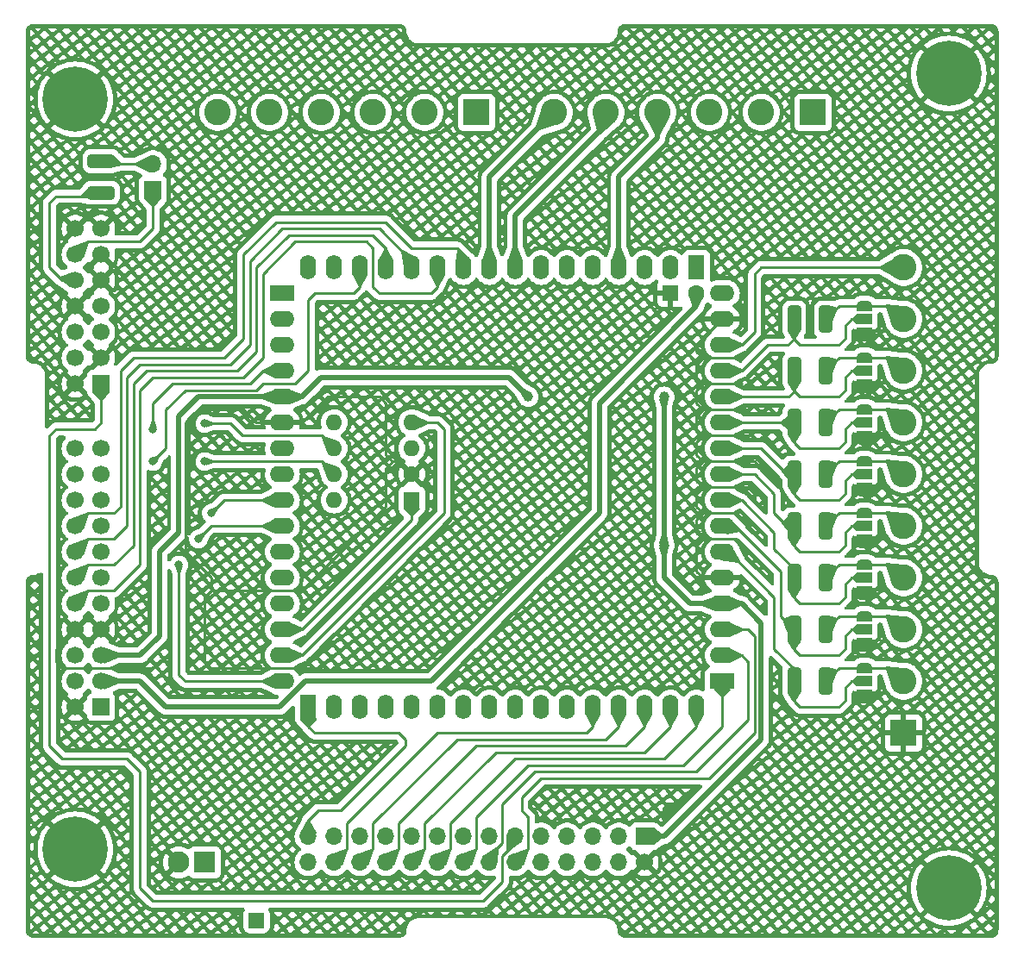
<source format=gbl>
G04 #@! TF.GenerationSoftware,KiCad,Pcbnew,7.0.3-24-g09febce4ce*
G04 #@! TF.CreationDate,2023-05-23T12:12:19+02:00*
G04 #@! TF.ProjectId,CANduino128,43414e64-7569-46e6-9f31-32382e6b6963,rev?*
G04 #@! TF.SameCoordinates,Original*
G04 #@! TF.FileFunction,Copper,L2,Bot*
G04 #@! TF.FilePolarity,Positive*
%FSLAX46Y46*%
G04 Gerber Fmt 4.6, Leading zero omitted, Abs format (unit mm)*
G04 Created by KiCad (PCBNEW 7.0.3-24-g09febce4ce) date 2023-05-23 12:12:19*
%MOMM*%
%LPD*%
G01*
G04 APERTURE LIST*
G04 Aperture macros list*
%AMRoundRect*
0 Rectangle with rounded corners*
0 $1 Rounding radius*
0 $2 $3 $4 $5 $6 $7 $8 $9 X,Y pos of 4 corners*
0 Add a 4 corners polygon primitive as box body*
4,1,4,$2,$3,$4,$5,$6,$7,$8,$9,$2,$3,0*
0 Add four circle primitives for the rounded corners*
1,1,$1+$1,$2,$3*
1,1,$1+$1,$4,$5*
1,1,$1+$1,$6,$7*
1,1,$1+$1,$8,$9*
0 Add four rect primitives between the rounded corners*
20,1,$1+$1,$2,$3,$4,$5,0*
20,1,$1+$1,$4,$5,$6,$7,0*
20,1,$1+$1,$6,$7,$8,$9,0*
20,1,$1+$1,$8,$9,$2,$3,0*%
%AMFreePoly0*
4,1,19,0.550000,-0.750000,0.000000,-0.750000,0.000000,-0.744911,-0.071157,-0.744911,-0.207708,-0.704816,-0.327430,-0.627875,-0.420627,-0.520320,-0.479746,-0.390866,-0.500000,-0.250000,-0.500000,0.250000,-0.479746,0.390866,-0.420627,0.520320,-0.327430,0.627875,-0.207708,0.704816,-0.071157,0.744911,0.000000,0.744911,0.000000,0.750000,0.550000,0.750000,0.550000,-0.750000,0.550000,-0.750000,
$1*%
%AMFreePoly1*
4,1,19,0.000000,0.744911,0.071157,0.744911,0.207708,0.704816,0.327430,0.627875,0.420627,0.520320,0.479746,0.390866,0.500000,0.250000,0.500000,-0.250000,0.479746,-0.390866,0.420627,-0.520320,0.327430,-0.627875,0.207708,-0.704816,0.071157,-0.744911,0.000000,-0.744911,0.000000,-0.750000,-0.550000,-0.750000,-0.550000,0.750000,0.000000,0.750000,0.000000,0.744911,0.000000,0.744911,
$1*%
G04 Aperture macros list end*
G04 #@! TA.AperFunction,ComponentPad*
%ADD10R,1.700000X1.700000*%
G04 #@! TD*
G04 #@! TA.AperFunction,ComponentPad*
%ADD11C,1.700000*%
G04 #@! TD*
G04 #@! TA.AperFunction,ComponentPad*
%ADD12O,1.700000X1.700000*%
G04 #@! TD*
G04 #@! TA.AperFunction,ComponentPad*
%ADD13RoundRect,0.250000X-0.550000X0.550000X-0.550000X-0.550000X0.550000X-0.550000X0.550000X0.550000X0*%
G04 #@! TD*
G04 #@! TA.AperFunction,ComponentPad*
%ADD14R,2.600000X2.600000*%
G04 #@! TD*
G04 #@! TA.AperFunction,ComponentPad*
%ADD15C,2.600000*%
G04 #@! TD*
G04 #@! TA.AperFunction,ComponentPad*
%ADD16C,0.800000*%
G04 #@! TD*
G04 #@! TA.AperFunction,ComponentPad*
%ADD17C,6.400000*%
G04 #@! TD*
G04 #@! TA.AperFunction,ComponentPad*
%ADD18R,1.600000X1.600000*%
G04 #@! TD*
G04 #@! TA.AperFunction,ComponentPad*
%ADD19C,1.600000*%
G04 #@! TD*
G04 #@! TA.AperFunction,ComponentPad*
%ADD20O,1.600000X1.600000*%
G04 #@! TD*
G04 #@! TA.AperFunction,ComponentPad*
%ADD21R,1.600000X2.400000*%
G04 #@! TD*
G04 #@! TA.AperFunction,ComponentPad*
%ADD22O,1.600000X2.400000*%
G04 #@! TD*
G04 #@! TA.AperFunction,ComponentPad*
%ADD23R,2.400000X1.600000*%
G04 #@! TD*
G04 #@! TA.AperFunction,ComponentPad*
%ADD24O,2.400000X1.600000*%
G04 #@! TD*
G04 #@! TA.AperFunction,ComponentPad*
%ADD25R,2.100000X2.100000*%
G04 #@! TD*
G04 #@! TA.AperFunction,ComponentPad*
%ADD26C,2.100000*%
G04 #@! TD*
G04 #@! TA.AperFunction,SMDPad,CuDef*
%ADD27RoundRect,0.250000X-0.400000X-1.075000X0.400000X-1.075000X0.400000X1.075000X-0.400000X1.075000X0*%
G04 #@! TD*
G04 #@! TA.AperFunction,SMDPad,CuDef*
%ADD28FreePoly0,270.000000*%
G04 #@! TD*
G04 #@! TA.AperFunction,SMDPad,CuDef*
%ADD29R,1.500000X1.000000*%
G04 #@! TD*
G04 #@! TA.AperFunction,SMDPad,CuDef*
%ADD30FreePoly1,270.000000*%
G04 #@! TD*
G04 #@! TA.AperFunction,SMDPad,CuDef*
%ADD31RoundRect,0.250000X1.075000X-0.400000X1.075000X0.400000X-1.075000X0.400000X-1.075000X-0.400000X0*%
G04 #@! TD*
G04 #@! TA.AperFunction,ViaPad*
%ADD32C,0.800000*%
G04 #@! TD*
G04 #@! TA.AperFunction,ViaPad*
%ADD33C,1.000000*%
G04 #@! TD*
G04 #@! TA.AperFunction,Conductor*
%ADD34C,0.500000*%
G04 #@! TD*
G04 #@! TA.AperFunction,Conductor*
%ADD35C,0.250000*%
G04 #@! TD*
G04 APERTURE END LIST*
D10*
X162560000Y-124460000D03*
D11*
X162560000Y-127000000D03*
D12*
X160020000Y-124460000D03*
X160020000Y-127000000D03*
X157480000Y-124460000D03*
X157480000Y-127000000D03*
X154940000Y-124460000D03*
X154940000Y-127000000D03*
X152400000Y-124460000D03*
X152400000Y-127000000D03*
X149860000Y-124460000D03*
X149860000Y-127000000D03*
X147320000Y-124460000D03*
X147320000Y-127000000D03*
X144780000Y-124460000D03*
X144780000Y-127000000D03*
X142240000Y-124460000D03*
X142240000Y-127000000D03*
X139700000Y-124460000D03*
X139700000Y-127000000D03*
X137160000Y-124460000D03*
X137160000Y-127000000D03*
X134620000Y-124460000D03*
X134620000Y-127000000D03*
X132080000Y-124460000D03*
X132080000Y-127000000D03*
X129540000Y-124460000D03*
X129540000Y-127000000D03*
D13*
X124460000Y-132715000D03*
D14*
X187960000Y-114300000D03*
D15*
X187960000Y-109220000D03*
X187960000Y-104140000D03*
X187960000Y-99060000D03*
X187960000Y-93980000D03*
X187960000Y-88900000D03*
X187960000Y-83820000D03*
X187960000Y-78740000D03*
X187960000Y-73660000D03*
X187960000Y-68580000D03*
D10*
X109220000Y-111760000D03*
D11*
X106680000Y-111760000D03*
X109220000Y-109220000D03*
X106680000Y-109220000D03*
X109220000Y-106680000D03*
X106680000Y-106680000D03*
X109220000Y-104140000D03*
X106680000Y-104140000D03*
X109220000Y-101600000D03*
X106680000Y-101600000D03*
X109220000Y-99060000D03*
X106680000Y-99060000D03*
X109220000Y-96520000D03*
X106680000Y-96520000D03*
X109220000Y-93980000D03*
X106680000Y-93980000D03*
X109220000Y-91440000D03*
X106680000Y-91440000D03*
X109220000Y-88900000D03*
X106680000Y-88900000D03*
X109220000Y-86360000D03*
X106680000Y-86360000D03*
D16*
X190005000Y-129540000D03*
X190707944Y-127842944D03*
X190707944Y-131237056D03*
X192405000Y-127140000D03*
D17*
X192405000Y-129540000D03*
D16*
X192405000Y-131940000D03*
X194102056Y-127842944D03*
X194102056Y-131237056D03*
X194805000Y-129540000D03*
D10*
X109220000Y-80010000D03*
D11*
X106680000Y-80010000D03*
X109220000Y-77470000D03*
X106680000Y-77470000D03*
X109220000Y-74930000D03*
X106680000Y-74930000D03*
X109220000Y-72390000D03*
X106680000Y-72390000D03*
X109220000Y-69850000D03*
X106680000Y-69850000D03*
X109220000Y-67310000D03*
X106680000Y-67310000D03*
X109220000Y-64770000D03*
X106680000Y-64770000D03*
D14*
X146050000Y-53340000D03*
D15*
X140970000Y-53340000D03*
X135890000Y-53340000D03*
X130810000Y-53340000D03*
X125730000Y-53340000D03*
X120650000Y-53340000D03*
D18*
X139700000Y-91430000D03*
D19*
X139700000Y-88890000D03*
D20*
X139700000Y-86350000D03*
X139700000Y-83810000D03*
X132080000Y-83810000D03*
X132080000Y-86350000D03*
X132080000Y-88890000D03*
X132080000Y-91430000D03*
D10*
X114300000Y-60960000D03*
D12*
X114300000Y-58420000D03*
D16*
X104280000Y-125730000D03*
X104982944Y-124032944D03*
X104982944Y-127427056D03*
X106680000Y-123330000D03*
D17*
X106680000Y-125730000D03*
D16*
X106680000Y-128130000D03*
X108377056Y-124032944D03*
X108377056Y-127427056D03*
X109080000Y-125730000D03*
D14*
X179070000Y-53340000D03*
D15*
X173990000Y-53340000D03*
X168910000Y-53340000D03*
X163830000Y-53340000D03*
X158750000Y-53340000D03*
X153670000Y-53340000D03*
D16*
X190005000Y-49530000D03*
X190707944Y-47832944D03*
X190707944Y-51227056D03*
X192405000Y-47130000D03*
D17*
X192405000Y-49530000D03*
D16*
X192405000Y-51930000D03*
X194102056Y-47832944D03*
X194102056Y-51227056D03*
X194805000Y-49530000D03*
X104280000Y-52070000D03*
X104982944Y-50372944D03*
X104982944Y-53767056D03*
X106680000Y-49670000D03*
D17*
X106680000Y-52070000D03*
D16*
X106680000Y-54470000D03*
X108377056Y-50372944D03*
X108377056Y-53767056D03*
X109080000Y-52070000D03*
D21*
X167640000Y-68580000D03*
D22*
X165100000Y-68580000D03*
X162560000Y-68580000D03*
X160020000Y-68580000D03*
X157480000Y-68580000D03*
X154940000Y-68580000D03*
X152400000Y-68580000D03*
X149860000Y-68580000D03*
X147320000Y-68580000D03*
X144780000Y-68580000D03*
X142240000Y-68580000D03*
X139700000Y-68580000D03*
X137160000Y-68580000D03*
X134620000Y-68580000D03*
X132080000Y-68580000D03*
X129540000Y-68580000D03*
D23*
X127000000Y-71120000D03*
D24*
X127000000Y-73660000D03*
X127000000Y-76200000D03*
X127000000Y-78740000D03*
X127000000Y-81280000D03*
X127000000Y-83820000D03*
X127000000Y-86360000D03*
X127000000Y-88900000D03*
X127000000Y-91440000D03*
X127000000Y-93980000D03*
X127000000Y-96520000D03*
X127000000Y-99060000D03*
X127000000Y-101600000D03*
X127000000Y-104140000D03*
X127000000Y-106680000D03*
X127000000Y-109220000D03*
D21*
X129540000Y-111760000D03*
D22*
X132080000Y-111760000D03*
X134620000Y-111760000D03*
X137160000Y-111760000D03*
X139700000Y-111760000D03*
X142240000Y-111760000D03*
X144780000Y-111760000D03*
X147320000Y-111760000D03*
X149860000Y-111760000D03*
X152400000Y-111760000D03*
X154940000Y-111760000D03*
X157480000Y-111760000D03*
X160020000Y-111760000D03*
X162560000Y-111760000D03*
X165100000Y-111760000D03*
X167640000Y-111760000D03*
D23*
X170180000Y-109220000D03*
D24*
X170180000Y-106680000D03*
X170180000Y-104140000D03*
X170180000Y-101600000D03*
X170180000Y-99060000D03*
X170180000Y-96520000D03*
X170180000Y-93980000D03*
X170180000Y-91440000D03*
X170180000Y-88900000D03*
X170180000Y-86360000D03*
X170180000Y-83820000D03*
X170180000Y-81280000D03*
X170180000Y-78740000D03*
X170180000Y-76200000D03*
X170180000Y-73660000D03*
X170180000Y-71120000D03*
D19*
X167640000Y-71120000D03*
D18*
X165100000Y-71120000D03*
D25*
X119380000Y-127000000D03*
D26*
X116840000Y-127000000D03*
D27*
X177240000Y-93980000D03*
X180340000Y-93980000D03*
D28*
X184150000Y-102840000D03*
D29*
X184150000Y-104140000D03*
D30*
X184150000Y-105440000D03*
D27*
X177240000Y-104140000D03*
X180340000Y-104140000D03*
D28*
X184150000Y-77440000D03*
D29*
X184150000Y-78740000D03*
D30*
X184150000Y-80040000D03*
D28*
X184150000Y-92680000D03*
D29*
X184150000Y-93980000D03*
D30*
X184150000Y-95280000D03*
D27*
X177240000Y-78740000D03*
X180340000Y-78740000D03*
D31*
X109220000Y-61240000D03*
X109220000Y-58140000D03*
D28*
X184150000Y-97760000D03*
D29*
X184150000Y-99060000D03*
D30*
X184150000Y-100360000D03*
D27*
X177240000Y-73660000D03*
X180340000Y-73660000D03*
D28*
X184150000Y-107920000D03*
D29*
X184150000Y-109220000D03*
D30*
X184150000Y-110520000D03*
D28*
X184150000Y-87600000D03*
D29*
X184150000Y-88900000D03*
D30*
X184150000Y-90200000D03*
D28*
X184150000Y-72360000D03*
D29*
X184150000Y-73660000D03*
D30*
X184150000Y-74960000D03*
D28*
X184150000Y-82520000D03*
D29*
X184150000Y-83820000D03*
D30*
X184150000Y-85120000D03*
D27*
X177240000Y-109220000D03*
X180340000Y-109220000D03*
X177240000Y-83820000D03*
X180340000Y-83820000D03*
X177240000Y-88900000D03*
X180340000Y-88900000D03*
X177240000Y-99060000D03*
X180340000Y-99060000D03*
D32*
X165100000Y-121920000D03*
D33*
X151130000Y-81280000D03*
X164465000Y-95885000D03*
X164465000Y-81280000D03*
D32*
X120015000Y-92710000D03*
X118745000Y-95250000D03*
X119380000Y-87630000D03*
X119380000Y-83909500D03*
X114300000Y-84455000D03*
X116840000Y-97790000D03*
X114300000Y-87630000D03*
D34*
X160020000Y-59690000D02*
X160020000Y-62230000D01*
X163830000Y-55880000D02*
X160020000Y-59690000D01*
X163830000Y-53340000D02*
X163830000Y-55880000D01*
X160020000Y-62230000D02*
X160020000Y-68580000D01*
X158750000Y-54610000D02*
X158750000Y-53340000D01*
X149860000Y-66040000D02*
X149860000Y-63500000D01*
X149860000Y-68580000D02*
X149860000Y-66040000D01*
X149860000Y-63500000D02*
X158750000Y-54610000D01*
X147320000Y-59690000D02*
X147320000Y-65405000D01*
X153670000Y-53340000D02*
X147320000Y-59690000D01*
X147320000Y-64770000D02*
X147320000Y-68580000D01*
D35*
X167640000Y-92075000D02*
X168275000Y-92710000D01*
X167640000Y-90805000D02*
X167640000Y-92075000D01*
X168275000Y-85090000D02*
X172720000Y-85090000D01*
X167640000Y-79375000D02*
X168275000Y-80010000D01*
X128905000Y-83820000D02*
X127000000Y-83820000D01*
X168275000Y-80010000D02*
X172085000Y-80010000D01*
X173355000Y-87630000D02*
X173990000Y-88265000D01*
X168275000Y-82550000D02*
X167640000Y-83185000D01*
X117475000Y-96520000D02*
X120015000Y-99060000D01*
X168275000Y-82550000D02*
X172720000Y-82550000D01*
X167640000Y-81915000D02*
X168275000Y-82550000D01*
X168275000Y-77470000D02*
X167640000Y-78105000D01*
X137160000Y-88265000D02*
X137180000Y-88245000D01*
X124460000Y-83820000D02*
X123190000Y-82550000D01*
X167640000Y-94615000D02*
X168275000Y-95250000D01*
X120015000Y-99060000D02*
X120015000Y-100330000D01*
X172720000Y-90170000D02*
X173355000Y-90805000D01*
X168275000Y-90170000D02*
X167640000Y-90805000D01*
X168275000Y-95250000D02*
X167640000Y-95885000D01*
X170180000Y-73660000D02*
X167640000Y-76200000D01*
X167640000Y-98425000D02*
X168275000Y-99060000D01*
X173355000Y-90805000D02*
X173355000Y-91440000D01*
X105410000Y-107950000D02*
X114300000Y-107950000D01*
X138440000Y-87630000D02*
X137795000Y-87630000D01*
X168275000Y-80010000D02*
X167640000Y-80645000D01*
X168275000Y-77470000D02*
X172085000Y-77470000D01*
X104775000Y-106045000D02*
X104775000Y-107315000D01*
X139700000Y-88890000D02*
X138440000Y-87630000D01*
X120015000Y-107950000D02*
X124460000Y-107950000D01*
X137160000Y-86995000D02*
X137160000Y-81915000D01*
X168275000Y-95250000D02*
X171450000Y-95250000D01*
X130810000Y-107950000D02*
X124460000Y-107950000D01*
X167640000Y-95885000D02*
X167640000Y-98425000D01*
X137795000Y-87630000D02*
X137180000Y-88245000D01*
X167640000Y-86995000D02*
X168275000Y-87630000D01*
X168275000Y-99060000D02*
X170180000Y-99060000D01*
X128905000Y-100330000D02*
X137160000Y-92075000D01*
X137160000Y-92075000D02*
X137160000Y-88265000D01*
X171450000Y-92710000D02*
X172085000Y-93345000D01*
X104775000Y-107315000D02*
X105410000Y-107950000D01*
X167640000Y-83185000D02*
X167640000Y-84455000D01*
X167640000Y-76200000D02*
X167640000Y-76835000D01*
X168275000Y-87630000D02*
X167640000Y-88265000D01*
X168275000Y-92710000D02*
X171450000Y-92710000D01*
X171450000Y-95250000D02*
X172085000Y-95885000D01*
X167640000Y-84455000D02*
X168275000Y-85090000D01*
X120015000Y-100330000D02*
X128905000Y-100330000D01*
X137160000Y-81915000D02*
X136525000Y-81280000D01*
X167640000Y-93345000D02*
X167640000Y-94615000D01*
X167640000Y-80645000D02*
X167640000Y-81915000D01*
X167640000Y-76835000D02*
X168275000Y-77470000D01*
X118745000Y-82550000D02*
X117475000Y-83820000D01*
X117475000Y-83820000D02*
X117475000Y-96520000D01*
X168275000Y-92710000D02*
X167640000Y-93345000D01*
X119380000Y-100965000D02*
X119380000Y-107315000D01*
X119380000Y-107315000D02*
X120015000Y-107950000D01*
X120015000Y-100330000D02*
X119380000Y-100965000D01*
X137795000Y-87630000D02*
X137160000Y-86995000D01*
X137180000Y-88245000D02*
X137160000Y-88245000D01*
X106680000Y-104140000D02*
X104775000Y-106045000D01*
X123190000Y-82550000D02*
X118745000Y-82550000D01*
X168275000Y-90170000D02*
X172720000Y-90170000D01*
X131445000Y-81280000D02*
X128905000Y-83820000D01*
X168275000Y-87630000D02*
X173355000Y-87630000D01*
X127000000Y-83820000D02*
X124460000Y-83820000D01*
X167640000Y-89535000D02*
X168275000Y-90170000D01*
X136525000Y-81280000D02*
X131445000Y-81280000D01*
X167640000Y-85725000D02*
X167640000Y-86995000D01*
X167640000Y-78105000D02*
X167640000Y-79375000D01*
X167640000Y-88265000D02*
X167640000Y-89535000D01*
X168275000Y-85090000D02*
X167640000Y-85725000D01*
X181610000Y-76200000D02*
X177800000Y-76200000D01*
X177240000Y-75640000D02*
X177240000Y-73660000D01*
X176605000Y-76200000D02*
X177240000Y-75565000D01*
X182245000Y-74295000D02*
X182245000Y-75565000D01*
X184150000Y-73660000D02*
X182880000Y-73660000D01*
X174625000Y-76200000D02*
X176605000Y-76200000D01*
X170180000Y-78740000D02*
X172085000Y-78740000D01*
X172085000Y-78740000D02*
X174625000Y-76200000D01*
X182880000Y-73660000D02*
X182245000Y-74295000D01*
X182245000Y-75565000D02*
X181610000Y-76200000D01*
X177800000Y-76200000D02*
X177240000Y-75640000D01*
X177240000Y-80720000D02*
X177800000Y-81280000D01*
X177240000Y-80720000D02*
X177240000Y-78740000D01*
X177800000Y-81280000D02*
X181610000Y-81280000D01*
X181610000Y-81280000D02*
X182245000Y-80645000D01*
X176680000Y-81280000D02*
X177240000Y-80720000D01*
X182880000Y-78740000D02*
X184150000Y-78740000D01*
X170180000Y-81280000D02*
X176680000Y-81280000D01*
X182245000Y-79375000D02*
X182880000Y-78740000D01*
X182245000Y-80645000D02*
X182245000Y-79375000D01*
X177240000Y-83820000D02*
X177240000Y-85800000D01*
X177240000Y-85800000D02*
X177800000Y-86360000D01*
X182245000Y-85725000D02*
X182245000Y-84455000D01*
X182245000Y-84455000D02*
X182880000Y-83820000D01*
X170180000Y-83820000D02*
X177240000Y-83820000D01*
X182880000Y-83820000D02*
X184150000Y-83820000D01*
X177800000Y-86360000D02*
X181610000Y-86360000D01*
X181610000Y-86360000D02*
X182245000Y-85725000D01*
X182880000Y-88900000D02*
X184150000Y-88900000D01*
X176530000Y-88900000D02*
X177240000Y-88900000D01*
X181610000Y-91440000D02*
X182245000Y-90805000D01*
X173990000Y-86360000D02*
X176530000Y-88900000D01*
X182245000Y-90805000D02*
X182245000Y-89535000D01*
X170180000Y-86360000D02*
X173990000Y-86360000D01*
X177800000Y-91440000D02*
X177240000Y-90880000D01*
X177240000Y-90880000D02*
X177240000Y-88900000D01*
X182245000Y-89535000D02*
X182880000Y-88900000D01*
X177240000Y-90880000D02*
X177240000Y-88900000D01*
X177800000Y-91440000D02*
X181610000Y-91440000D01*
X175260000Y-92710000D02*
X176530000Y-93980000D01*
X182880000Y-93980000D02*
X184150000Y-93980000D01*
X173355000Y-88900000D02*
X175260000Y-90805000D01*
X181610000Y-96520000D02*
X182245000Y-95885000D01*
X177240000Y-95960000D02*
X177240000Y-93980000D01*
X182245000Y-95885000D02*
X182245000Y-94615000D01*
X176530000Y-93980000D02*
X177240000Y-93980000D01*
X177240000Y-95960000D02*
X177800000Y-96520000D01*
X177800000Y-96520000D02*
X181610000Y-96520000D01*
X175260000Y-90805000D02*
X175260000Y-92710000D01*
X177240000Y-93980000D02*
X177240000Y-95960000D01*
X182245000Y-94615000D02*
X182880000Y-93980000D01*
X170180000Y-88900000D02*
X173355000Y-88900000D01*
X170180000Y-91440000D02*
X172085000Y-91440000D01*
X177240000Y-101040000D02*
X177800000Y-101600000D01*
X177240000Y-101040000D02*
X177240000Y-99060000D01*
X177800000Y-101600000D02*
X181610000Y-101600000D01*
X172085000Y-91440000D02*
X175260000Y-94615000D01*
X177240000Y-99060000D02*
X177240000Y-101040000D01*
X175260000Y-94615000D02*
X175260000Y-96202500D01*
X181610000Y-101600000D02*
X182245000Y-100965000D01*
X182245000Y-100965000D02*
X182245000Y-99695000D01*
X182880000Y-99060000D02*
X184150000Y-99060000D01*
X182245000Y-99695000D02*
X182880000Y-99060000D01*
X177240000Y-98182500D02*
X177240000Y-99060000D01*
X175260000Y-96202500D02*
X177240000Y-98182500D01*
X175895000Y-98425000D02*
X175895000Y-102870000D01*
X182880000Y-104140000D02*
X184150000Y-104140000D01*
X177165000Y-104140000D02*
X177240000Y-104140000D01*
X170180000Y-93980000D02*
X171450000Y-93980000D01*
X182245000Y-104775000D02*
X182880000Y-104140000D01*
X182245000Y-106045000D02*
X182245000Y-104775000D01*
X175895000Y-102870000D02*
X177165000Y-104140000D01*
X177240000Y-106120000D02*
X177240000Y-104140000D01*
X177165000Y-106045000D02*
X177800000Y-106680000D01*
X177240000Y-104140000D02*
X177165000Y-104215000D01*
X177800000Y-106680000D02*
X181610000Y-106680000D01*
X171450000Y-93980000D02*
X175895000Y-98425000D01*
X181610000Y-106680000D02*
X182245000Y-106045000D01*
X177165000Y-104215000D02*
X177165000Y-106045000D01*
X175260000Y-100965000D02*
X175260000Y-106045000D01*
X177240000Y-109220000D02*
X177240000Y-111200000D01*
X181610000Y-111760000D02*
X182245000Y-111125000D01*
X175260000Y-106045000D02*
X177240000Y-108025000D01*
X177240000Y-111200000D02*
X177240000Y-109220000D01*
X182245000Y-111125000D02*
X182245000Y-109855000D01*
X170815000Y-96520000D02*
X175260000Y-100965000D01*
X182245000Y-109855000D02*
X182880000Y-109220000D01*
X177240000Y-108025000D02*
X177240000Y-109220000D01*
X177800000Y-111760000D02*
X181610000Y-111760000D01*
X177240000Y-111200000D02*
X177800000Y-111760000D01*
X170180000Y-96520000D02*
X170815000Y-96520000D01*
X182880000Y-109220000D02*
X184150000Y-109220000D01*
X173355000Y-69215000D02*
X173990000Y-68580000D01*
X170180000Y-76200000D02*
X172085000Y-76200000D01*
X172085000Y-76200000D02*
X173355000Y-74930000D01*
X173355000Y-74930000D02*
X173355000Y-69215000D01*
X173990000Y-68580000D02*
X187960000Y-68580000D01*
D34*
X130810000Y-79375000D02*
X149225000Y-79375000D01*
X164465000Y-95885000D02*
X164465000Y-99060000D01*
X173990000Y-114935000D02*
X164465000Y-124460000D01*
X149225000Y-79375000D02*
X151130000Y-81280000D01*
X114935000Y-104775000D02*
X113030000Y-106680000D01*
X113030000Y-106680000D02*
X109220000Y-106680000D01*
X167005000Y-101600000D02*
X170180000Y-101600000D01*
X128905000Y-81280000D02*
X130810000Y-79375000D01*
X164465000Y-99060000D02*
X167005000Y-101600000D01*
X118745000Y-81280000D02*
X116840000Y-83185000D01*
X116840000Y-94615000D02*
X114935000Y-96520000D01*
X127000000Y-81280000D02*
X118745000Y-81280000D01*
X114935000Y-96520000D02*
X114935000Y-104775000D01*
X164465000Y-124460000D02*
X162560000Y-124460000D01*
X164465000Y-81280000D02*
X164465000Y-95885000D01*
X172085000Y-101600000D02*
X173990000Y-103505000D01*
X116840000Y-83185000D02*
X116840000Y-94615000D01*
X173990000Y-103505000D02*
X173990000Y-114935000D01*
X170180000Y-101600000D02*
X172085000Y-101600000D01*
X127000000Y-81280000D02*
X128905000Y-81280000D01*
D35*
X150495000Y-121920000D02*
X151130000Y-122555000D01*
X173355000Y-104775000D02*
X173355000Y-114300000D01*
X151130000Y-122555000D02*
X151130000Y-125730000D01*
X150495000Y-120650000D02*
X150495000Y-121920000D01*
X172720000Y-104140000D02*
X173355000Y-104775000D01*
X168910000Y-118745000D02*
X152400000Y-118745000D01*
X151130000Y-125730000D02*
X149860000Y-127000000D01*
X173355000Y-114300000D02*
X168910000Y-118745000D01*
X152400000Y-118745000D02*
X150495000Y-120650000D01*
X170180000Y-104140000D02*
X172720000Y-104140000D01*
X148590000Y-125095000D02*
X147320000Y-126365000D01*
X148590000Y-121285000D02*
X148590000Y-125095000D01*
X170180000Y-106680000D02*
X172085000Y-106680000D01*
X151765000Y-118110000D02*
X148590000Y-121285000D01*
X147320000Y-126365000D02*
X147320000Y-127000000D01*
X167640000Y-118110000D02*
X151765000Y-118110000D01*
X172720000Y-107315000D02*
X172720000Y-113030000D01*
X172720000Y-113030000D02*
X167640000Y-118110000D01*
X172085000Y-106680000D02*
X172720000Y-107315000D01*
X146050000Y-122555000D02*
X151130000Y-117475000D01*
X146050000Y-125730000D02*
X146050000Y-122555000D01*
X170180000Y-113665000D02*
X170180000Y-109220000D01*
X151130000Y-117475000D02*
X166370000Y-117475000D01*
X144780000Y-127000000D02*
X146050000Y-125730000D01*
X166370000Y-117475000D02*
X170180000Y-113665000D01*
X164465000Y-116840000D02*
X149860000Y-116840000D01*
X149860000Y-116840000D02*
X143510000Y-123190000D01*
X143510000Y-123190000D02*
X143510000Y-125730000D01*
X167640000Y-113665000D02*
X164465000Y-116840000D01*
X167640000Y-111760000D02*
X167640000Y-113665000D01*
X143510000Y-125730000D02*
X142240000Y-127000000D01*
X140970000Y-123190000D02*
X140970000Y-125730000D01*
X162560000Y-116205000D02*
X147955000Y-116205000D01*
X165100000Y-111760000D02*
X165100000Y-113665000D01*
X165100000Y-113665000D02*
X162560000Y-116205000D01*
X147955000Y-116205000D02*
X140970000Y-123190000D01*
X140970000Y-125730000D02*
X139700000Y-127000000D01*
X160655000Y-115570000D02*
X146050000Y-115570000D01*
X162560000Y-111760000D02*
X162560000Y-113665000D01*
X162560000Y-113665000D02*
X160655000Y-115570000D01*
X146050000Y-115570000D02*
X138430000Y-123190000D01*
X138430000Y-125730000D02*
X137160000Y-127000000D01*
X138430000Y-123190000D02*
X138430000Y-125730000D01*
X144145000Y-114935000D02*
X135890000Y-123190000D01*
X160020000Y-111760000D02*
X160020000Y-113665000D01*
X135890000Y-123190000D02*
X135890000Y-125730000D01*
X160020000Y-113665000D02*
X158750000Y-114935000D01*
X158750000Y-114935000D02*
X144145000Y-114935000D01*
X135890000Y-125730000D02*
X134620000Y-127000000D01*
X156845000Y-114300000D02*
X142240000Y-114300000D01*
X157480000Y-111760000D02*
X157480000Y-113665000D01*
X157480000Y-113665000D02*
X156845000Y-114300000D01*
X133350000Y-125730000D02*
X132080000Y-127000000D01*
X142240000Y-114300000D02*
X133350000Y-123190000D01*
X133350000Y-123190000D02*
X133350000Y-125730000D01*
X129540000Y-122872500D02*
X130492500Y-121920000D01*
X138430000Y-114300000D02*
X130175000Y-114300000D01*
X129540000Y-113665000D02*
X129540000Y-111760000D01*
X130175000Y-114300000D02*
X129540000Y-113665000D01*
X132715000Y-121920000D02*
X139065000Y-115570000D01*
X139065000Y-115570000D02*
X139065000Y-114935000D01*
X129540000Y-124460000D02*
X129540000Y-122872500D01*
X139065000Y-114935000D02*
X138430000Y-114300000D01*
X130492500Y-121920000D02*
X132715000Y-121920000D01*
X184150000Y-72360000D02*
X186660000Y-72360000D01*
X181640000Y-72360000D02*
X184150000Y-72360000D01*
X180340000Y-73660000D02*
X181640000Y-72360000D01*
X186660000Y-72360000D02*
X187960000Y-73660000D01*
X186660000Y-77440000D02*
X187960000Y-78740000D01*
X180340000Y-78740000D02*
X181640000Y-77440000D01*
X181640000Y-77440000D02*
X184150000Y-77440000D01*
X184150000Y-77440000D02*
X186660000Y-77440000D01*
X180340000Y-83820000D02*
X181640000Y-82520000D01*
X181640000Y-82520000D02*
X184150000Y-82520000D01*
X186660000Y-82520000D02*
X187960000Y-83820000D01*
X184150000Y-82520000D02*
X186660000Y-82520000D01*
X180340000Y-88900000D02*
X181640000Y-87600000D01*
X181640000Y-87600000D02*
X184150000Y-87600000D01*
X184150000Y-87600000D02*
X186660000Y-87600000D01*
X186660000Y-87600000D02*
X187960000Y-88900000D01*
X186660000Y-92680000D02*
X187960000Y-93980000D01*
X180340000Y-93980000D02*
X181640000Y-92680000D01*
X184150000Y-92680000D02*
X186660000Y-92680000D01*
X181640000Y-92680000D02*
X184150000Y-92680000D01*
X184150000Y-97760000D02*
X186660000Y-97760000D01*
X180340000Y-99060000D02*
X181640000Y-97760000D01*
X181640000Y-97760000D02*
X184150000Y-97760000D01*
X186660000Y-97760000D02*
X187960000Y-99060000D01*
X181640000Y-102840000D02*
X184150000Y-102840000D01*
X186660000Y-102840000D02*
X187960000Y-104140000D01*
X184150000Y-102840000D02*
X186660000Y-102840000D01*
X180340000Y-104140000D02*
X181640000Y-102840000D01*
X180340000Y-109220000D02*
X181640000Y-107920000D01*
X186660000Y-107920000D02*
X187960000Y-109220000D01*
X184150000Y-107920000D02*
X186660000Y-107920000D01*
X181640000Y-107920000D02*
X184150000Y-107920000D01*
D34*
X113030000Y-109220000D02*
X115570000Y-111760000D01*
X158115000Y-81915000D02*
X167640000Y-72390000D01*
X126746000Y-111760000D02*
X129286000Y-109220000D01*
X158115000Y-92710000D02*
X158115000Y-81915000D01*
X129286000Y-109220000D02*
X141605000Y-109220000D01*
X109220000Y-109220000D02*
X113030000Y-109220000D01*
X141605000Y-109220000D02*
X158115000Y-92710000D01*
X167640000Y-72390000D02*
X167640000Y-71120000D01*
X115570000Y-111760000D02*
X126746000Y-111760000D01*
D35*
X142875000Y-92710000D02*
X128905000Y-106680000D01*
X128905000Y-106680000D02*
X127000000Y-106680000D01*
X139700000Y-83820000D02*
X142240000Y-83820000D01*
X142240000Y-83820000D02*
X142875000Y-84455000D01*
X142875000Y-84455000D02*
X142875000Y-92710000D01*
X128905000Y-104140000D02*
X127000000Y-104140000D01*
X139700000Y-93345000D02*
X128905000Y-104140000D01*
X139700000Y-91440000D02*
X139700000Y-93345000D01*
X106680000Y-93980000D02*
X107950000Y-92710000D01*
X112395000Y-77470000D02*
X121285000Y-77470000D01*
X121285000Y-77470000D02*
X123190000Y-75565000D01*
X123190000Y-75565000D02*
X123190000Y-67310000D01*
X139700000Y-66675000D02*
X144145000Y-66675000D01*
X110490000Y-92710000D02*
X111125000Y-92075000D01*
X107950000Y-92710000D02*
X110490000Y-92710000D01*
X144145000Y-66675000D02*
X144780000Y-67310000D01*
X123190000Y-67310000D02*
X126365000Y-64135000D01*
X126365000Y-64135000D02*
X137160000Y-64135000D01*
X137160000Y-64135000D02*
X139700000Y-66675000D01*
X144780000Y-67310000D02*
X144780000Y-68580000D01*
X111125000Y-92075000D02*
X111125000Y-78740000D01*
X111125000Y-78740000D02*
X112395000Y-77470000D01*
X135255000Y-66040000D02*
X135890000Y-66675000D01*
X123190000Y-79375000D02*
X125095000Y-77470000D01*
X128270000Y-66040000D02*
X135255000Y-66040000D01*
X142240000Y-70485000D02*
X142240000Y-68580000D01*
X106680000Y-101600000D02*
X107950000Y-100330000D01*
X125095000Y-77470000D02*
X125095000Y-69215000D01*
X141605000Y-71120000D02*
X142240000Y-70485000D01*
X136525000Y-71120000D02*
X141605000Y-71120000D01*
X135890000Y-66675000D02*
X135890000Y-70485000D01*
X113030000Y-97790000D02*
X113030000Y-80645000D01*
X113030000Y-80645000D02*
X114300000Y-79375000D01*
X125095000Y-69215000D02*
X128270000Y-66040000D01*
X107950000Y-100330000D02*
X110490000Y-100330000D01*
X114300000Y-79375000D02*
X123190000Y-79375000D01*
X135890000Y-70485000D02*
X136525000Y-71120000D01*
X110490000Y-100330000D02*
X113030000Y-97790000D01*
X136525000Y-64770000D02*
X139700000Y-67945000D01*
X106680000Y-96520000D02*
X107950000Y-95250000D01*
X111760000Y-79375000D02*
X113030000Y-78105000D01*
X127000000Y-64770000D02*
X136525000Y-64770000D01*
X123825000Y-67945000D02*
X127000000Y-64770000D01*
X113030000Y-78105000D02*
X121920000Y-78105000D01*
X107950000Y-95250000D02*
X110490000Y-95250000D01*
X111760000Y-93980000D02*
X111760000Y-79375000D01*
X121920000Y-78105000D02*
X123825000Y-76200000D01*
X110490000Y-95250000D02*
X111760000Y-93980000D01*
X123825000Y-76200000D02*
X123825000Y-67945000D01*
X139700000Y-67945000D02*
X139700000Y-68580000D01*
X112395000Y-95885000D02*
X112395000Y-80010000D01*
X137160000Y-66675000D02*
X137160000Y-68580000D01*
X124460000Y-68580000D02*
X127635000Y-65405000D01*
X112395000Y-80010000D02*
X113665000Y-78740000D01*
X113665000Y-78740000D02*
X122555000Y-78740000D01*
X107950000Y-97790000D02*
X110490000Y-97790000D01*
X135890000Y-65405000D02*
X137160000Y-66675000D01*
X122555000Y-78740000D02*
X124460000Y-76835000D01*
X127635000Y-65405000D02*
X135890000Y-65405000D01*
X110490000Y-97790000D02*
X112395000Y-95885000D01*
X106680000Y-99060000D02*
X107950000Y-97790000D01*
X124460000Y-76835000D02*
X124460000Y-68580000D01*
X120015000Y-92710000D02*
X121285000Y-91440000D01*
X121285000Y-91440000D02*
X127000000Y-91440000D01*
X120015000Y-93980000D02*
X127000000Y-93980000D01*
X118745000Y-95250000D02*
X120015000Y-93980000D01*
X104140000Y-68580000D02*
X104140000Y-62230000D01*
X130820000Y-87630000D02*
X132080000Y-88890000D01*
X105410000Y-69850000D02*
X104140000Y-68580000D01*
X104140000Y-62230000D02*
X104775000Y-61595000D01*
X108865000Y-61595000D02*
X109220000Y-61240000D01*
X104775000Y-61595000D02*
X108865000Y-61595000D01*
X106680000Y-69850000D02*
X105410000Y-69850000D01*
X119380000Y-87630000D02*
X130820000Y-87630000D01*
X123100500Y-85090000D02*
X130820000Y-85090000D01*
X107950000Y-66040000D02*
X106680000Y-67310000D01*
X130820000Y-85090000D02*
X132080000Y-86350000D01*
X114300000Y-60960000D02*
X114300000Y-64770000D01*
X121920000Y-83909500D02*
X123100500Y-85090000D01*
X121920000Y-83909500D02*
X119380000Y-83909500D01*
X114300000Y-64770000D02*
X113030000Y-66040000D01*
X113030000Y-66040000D02*
X107950000Y-66040000D01*
X109220000Y-58140000D02*
X109500000Y-58420000D01*
X109500000Y-58420000D02*
X114300000Y-58420000D01*
X125095000Y-78740000D02*
X127000000Y-78740000D01*
X114300000Y-84455000D02*
X114300000Y-81915000D01*
X116205000Y-80010000D02*
X123825000Y-80010000D01*
X123825000Y-80010000D02*
X125095000Y-78740000D01*
X114300000Y-81915000D02*
X116205000Y-80010000D01*
X104140000Y-115570000D02*
X105410000Y-116840000D01*
X148590000Y-126365000D02*
X149860000Y-125095000D01*
X104140000Y-85090000D02*
X104140000Y-115570000D01*
X113030000Y-129540000D02*
X114300000Y-130810000D01*
X148590000Y-128905000D02*
X148590000Y-126365000D01*
X114300000Y-130810000D02*
X146685000Y-130810000D01*
X149860000Y-125095000D02*
X149860000Y-124460000D01*
X146685000Y-130810000D02*
X148590000Y-128905000D01*
X105410000Y-116840000D02*
X111760000Y-116840000D01*
X111760000Y-116840000D02*
X113030000Y-118110000D01*
X104775000Y-84455000D02*
X104140000Y-85090000D01*
X108585000Y-84455000D02*
X104775000Y-84455000D01*
X109220000Y-80010000D02*
X109220000Y-83820000D01*
X113030000Y-118110000D02*
X113030000Y-129540000D01*
X109220000Y-83820000D02*
X108585000Y-84455000D01*
X116840000Y-108585000D02*
X117475000Y-109220000D01*
X117475000Y-109220000D02*
X127000000Y-109220000D01*
X116840000Y-97790000D02*
X116840000Y-108585000D01*
X115570000Y-86360000D02*
X114300000Y-87630000D01*
X130175000Y-71120000D02*
X129540000Y-71755000D01*
X134620000Y-68580000D02*
X134620000Y-70485000D01*
X117475000Y-80645000D02*
X115570000Y-82550000D01*
X115570000Y-82550000D02*
X115570000Y-86360000D01*
X134620000Y-70485000D02*
X133985000Y-71120000D01*
X129540000Y-71755000D02*
X129540000Y-78740000D01*
X124460000Y-80645000D02*
X117475000Y-80645000D01*
X128270000Y-80010000D02*
X125095000Y-80010000D01*
X129540000Y-78740000D02*
X128270000Y-80010000D01*
X125095000Y-80010000D02*
X124460000Y-80645000D01*
X133985000Y-71120000D02*
X130175000Y-71120000D01*
G04 #@! TA.AperFunction,Conductor*
G36*
X194278469Y-131054259D02*
G01*
X194199601Y-131001561D01*
X194126680Y-130987056D01*
X194077432Y-130987056D01*
X194004511Y-131001561D01*
X193921816Y-131056816D01*
X193866561Y-131139511D01*
X193847158Y-131237056D01*
X193866561Y-131334601D01*
X193919258Y-131413468D01*
X193345794Y-130840004D01*
X193348365Y-130838430D01*
X193539870Y-130674870D01*
X193703430Y-130483365D01*
X193705005Y-130480794D01*
X194278469Y-131054259D01*
G37*
G04 #@! TD.AperFunction*
G04 #@! TA.AperFunction,Conductor*
G36*
X191106570Y-130483365D02*
G01*
X191270130Y-130674870D01*
X191461635Y-130838430D01*
X191464204Y-130840004D01*
X190890743Y-131413464D01*
X190943439Y-131334601D01*
X190962842Y-131237056D01*
X190943439Y-131139511D01*
X190888184Y-131056816D01*
X190805489Y-131001561D01*
X190732568Y-130987056D01*
X190683320Y-130987056D01*
X190610399Y-131001561D01*
X190531528Y-131054260D01*
X191104994Y-130480794D01*
X191106570Y-130483365D01*
G37*
G04 #@! TD.AperFunction*
G04 #@! TA.AperFunction,Conductor*
G36*
X191464205Y-128239995D02*
G01*
X191461635Y-128241570D01*
X191270130Y-128405130D01*
X191106570Y-128596635D01*
X191104995Y-128599204D01*
X190531534Y-128025743D01*
X190610399Y-128078439D01*
X190683320Y-128092944D01*
X190732568Y-128092944D01*
X190805489Y-128078439D01*
X190888184Y-128023184D01*
X190943439Y-127940489D01*
X190962842Y-127842944D01*
X190943439Y-127745399D01*
X190890741Y-127666531D01*
X191464205Y-128239995D01*
G37*
G04 #@! TD.AperFunction*
G04 #@! TA.AperFunction,Conductor*
G36*
X193866561Y-127745399D02*
G01*
X193847158Y-127842944D01*
X193866561Y-127940489D01*
X193921816Y-128023184D01*
X194004511Y-128078439D01*
X194077432Y-128092944D01*
X194126680Y-128092944D01*
X194199601Y-128078439D01*
X194278463Y-128025744D01*
X193705004Y-128599204D01*
X193703430Y-128596635D01*
X193539870Y-128405130D01*
X193348365Y-128241570D01*
X193345793Y-128239994D01*
X193919263Y-127666523D01*
X193866561Y-127745399D01*
G37*
G04 #@! TD.AperFunction*
G04 #@! TA.AperFunction,Conductor*
G36*
X108553468Y-127244258D02*
G01*
X108474601Y-127191561D01*
X108401680Y-127177056D01*
X108352432Y-127177056D01*
X108279511Y-127191561D01*
X108196816Y-127246816D01*
X108141561Y-127329511D01*
X108122158Y-127427056D01*
X108141561Y-127524601D01*
X108194258Y-127603468D01*
X107620794Y-127030004D01*
X107623365Y-127028430D01*
X107814870Y-126864870D01*
X107978430Y-126673365D01*
X107980004Y-126670794D01*
X108553468Y-127244258D01*
G37*
G04 #@! TD.AperFunction*
G04 #@! TA.AperFunction,Conductor*
G36*
X105381570Y-126673365D02*
G01*
X105545130Y-126864870D01*
X105736635Y-127028430D01*
X105739204Y-127030004D01*
X105165743Y-127603464D01*
X105218439Y-127524601D01*
X105237842Y-127427056D01*
X105218439Y-127329511D01*
X105163184Y-127246816D01*
X105080489Y-127191561D01*
X105007568Y-127177056D01*
X104958320Y-127177056D01*
X104885399Y-127191561D01*
X104806528Y-127244260D01*
X105379994Y-126670794D01*
X105381570Y-126673365D01*
G37*
G04 #@! TD.AperFunction*
G04 #@! TA.AperFunction,Conductor*
G36*
X105739205Y-124429995D02*
G01*
X105736635Y-124431570D01*
X105545130Y-124595130D01*
X105381570Y-124786635D01*
X105379994Y-124789205D01*
X104806530Y-124215740D01*
X104885399Y-124268439D01*
X104958320Y-124282944D01*
X105007568Y-124282944D01*
X105080489Y-124268439D01*
X105163184Y-124213184D01*
X105218439Y-124130489D01*
X105237842Y-124032944D01*
X105218439Y-123935399D01*
X105165741Y-123856531D01*
X105739205Y-124429995D01*
G37*
G04 #@! TD.AperFunction*
G04 #@! TA.AperFunction,Conductor*
G36*
X108141561Y-123935399D02*
G01*
X108122158Y-124032944D01*
X108141561Y-124130489D01*
X108196816Y-124213184D01*
X108279511Y-124268439D01*
X108352432Y-124282944D01*
X108401680Y-124282944D01*
X108474601Y-124268439D01*
X108553463Y-124215744D01*
X107980004Y-124789204D01*
X107978430Y-124786635D01*
X107814870Y-124595130D01*
X107623365Y-124431570D01*
X107620793Y-124429994D01*
X108194261Y-123856527D01*
X108141561Y-123935399D01*
G37*
G04 #@! TD.AperFunction*
G04 #@! TA.AperFunction,Conductor*
G36*
X108553468Y-53584258D02*
G01*
X108474601Y-53531561D01*
X108401680Y-53517056D01*
X108352432Y-53517056D01*
X108279511Y-53531561D01*
X108196816Y-53586816D01*
X108141561Y-53669511D01*
X108122158Y-53767056D01*
X108141561Y-53864601D01*
X108194258Y-53943468D01*
X107620794Y-53370004D01*
X107623365Y-53368430D01*
X107814870Y-53204870D01*
X107978430Y-53013365D01*
X107980004Y-53010794D01*
X108553468Y-53584258D01*
G37*
G04 #@! TD.AperFunction*
G04 #@! TA.AperFunction,Conductor*
G36*
X105381570Y-53013365D02*
G01*
X105545130Y-53204870D01*
X105736635Y-53368430D01*
X105739204Y-53370004D01*
X105165743Y-53943464D01*
X105218439Y-53864601D01*
X105237842Y-53767056D01*
X105218439Y-53669511D01*
X105163184Y-53586816D01*
X105080489Y-53531561D01*
X105007568Y-53517056D01*
X104958320Y-53517056D01*
X104885399Y-53531561D01*
X104806528Y-53584260D01*
X105379994Y-53010794D01*
X105381570Y-53013365D01*
G37*
G04 #@! TD.AperFunction*
G04 #@! TA.AperFunction,Conductor*
G36*
X105739205Y-50769994D02*
G01*
X105736635Y-50771570D01*
X105545130Y-50935130D01*
X105381570Y-51126635D01*
X105379995Y-51129205D01*
X104806531Y-50555741D01*
X104885399Y-50608439D01*
X104958320Y-50622944D01*
X105007568Y-50622944D01*
X105080489Y-50608439D01*
X105163184Y-50553184D01*
X105218439Y-50470489D01*
X105237842Y-50372944D01*
X105218439Y-50275399D01*
X105165740Y-50196529D01*
X105739205Y-50769994D01*
G37*
G04 #@! TD.AperFunction*
G04 #@! TA.AperFunction,Conductor*
G36*
X108141561Y-50275399D02*
G01*
X108122158Y-50372944D01*
X108141561Y-50470489D01*
X108196816Y-50553184D01*
X108279511Y-50608439D01*
X108352432Y-50622944D01*
X108401680Y-50622944D01*
X108474601Y-50608439D01*
X108553463Y-50555744D01*
X107980004Y-51129204D01*
X107978430Y-51126635D01*
X107814870Y-50935130D01*
X107623365Y-50771570D01*
X107620793Y-50769994D01*
X108194261Y-50196527D01*
X108141561Y-50275399D01*
G37*
G04 #@! TD.AperFunction*
G04 #@! TA.AperFunction,Conductor*
G36*
X194278469Y-51044259D02*
G01*
X194199601Y-50991561D01*
X194126680Y-50977056D01*
X194077432Y-50977056D01*
X194004511Y-50991561D01*
X193921816Y-51046816D01*
X193866561Y-51129511D01*
X193847158Y-51227056D01*
X193866561Y-51324601D01*
X193919258Y-51403468D01*
X193345794Y-50830004D01*
X193348365Y-50828430D01*
X193539870Y-50664870D01*
X193703430Y-50473365D01*
X193705005Y-50470794D01*
X194278469Y-51044259D01*
G37*
G04 #@! TD.AperFunction*
G04 #@! TA.AperFunction,Conductor*
G36*
X191106570Y-50473365D02*
G01*
X191270130Y-50664870D01*
X191461635Y-50828430D01*
X191464204Y-50830004D01*
X190890743Y-51403464D01*
X190943439Y-51324601D01*
X190962842Y-51227056D01*
X190943439Y-51129511D01*
X190888184Y-51046816D01*
X190805489Y-50991561D01*
X190732568Y-50977056D01*
X190683320Y-50977056D01*
X190610399Y-50991561D01*
X190531527Y-51044261D01*
X191104994Y-50470793D01*
X191106570Y-50473365D01*
G37*
G04 #@! TD.AperFunction*
G04 #@! TA.AperFunction,Conductor*
G36*
X191464205Y-48229995D02*
G01*
X191461635Y-48231570D01*
X191270130Y-48395130D01*
X191106570Y-48586635D01*
X191104995Y-48589205D01*
X190531531Y-48015741D01*
X190610399Y-48068439D01*
X190683320Y-48082944D01*
X190732568Y-48082944D01*
X190805489Y-48068439D01*
X190888184Y-48013184D01*
X190943439Y-47930489D01*
X190962842Y-47832944D01*
X190943439Y-47735399D01*
X190890741Y-47656531D01*
X191464205Y-48229995D01*
G37*
G04 #@! TD.AperFunction*
G04 #@! TA.AperFunction,Conductor*
G36*
X193866561Y-47735399D02*
G01*
X193847158Y-47832944D01*
X193866561Y-47930489D01*
X193921816Y-48013184D01*
X194004511Y-48068439D01*
X194077432Y-48082944D01*
X194126680Y-48082944D01*
X194199601Y-48068439D01*
X194278463Y-48015744D01*
X193705004Y-48589204D01*
X193703430Y-48586635D01*
X193539870Y-48395130D01*
X193348365Y-48231570D01*
X193345793Y-48229994D01*
X193919261Y-47656527D01*
X193866561Y-47735399D01*
G37*
G04 #@! TD.AperFunction*
G04 #@! TA.AperFunction,Conductor*
G36*
X138447316Y-44650954D02*
G01*
X138570881Y-44663124D01*
X138607217Y-44670351D01*
X138712664Y-44702338D01*
X138746893Y-44716517D01*
X138844073Y-44768461D01*
X138874874Y-44789041D01*
X138960056Y-44858947D01*
X138986251Y-44885142D01*
X139009409Y-44913360D01*
X139056156Y-44970322D01*
X139076739Y-45001127D01*
X139128682Y-45098306D01*
X139142860Y-45132534D01*
X139174846Y-45237974D01*
X139182075Y-45274315D01*
X139194244Y-45397866D01*
X139194699Y-45407134D01*
X139194699Y-45464383D01*
X139194700Y-45464392D01*
X139194700Y-45503374D01*
X139222847Y-45662999D01*
X139229734Y-45702058D01*
X139229734Y-45702060D01*
X139298734Y-45891638D01*
X139399610Y-46066360D01*
X139442742Y-46117762D01*
X139529291Y-46220908D01*
X139653599Y-46325214D01*
X139683812Y-46350566D01*
X139683840Y-46350589D01*
X139683847Y-46350593D01*
X139683850Y-46350595D01*
X139856020Y-46449998D01*
X139858559Y-46451464D01*
X140048141Y-46520466D01*
X140211789Y-46549322D01*
X140246823Y-46555500D01*
X140246824Y-46555500D01*
X158765593Y-46555500D01*
X158765609Y-46555499D01*
X158838174Y-46555499D01*
X158904401Y-46543821D01*
X159036857Y-46520466D01*
X159226439Y-46451464D01*
X159401158Y-46350589D01*
X159555707Y-46220908D01*
X159685389Y-46066359D01*
X159786263Y-45891640D01*
X159788889Y-45884427D01*
X159833553Y-45761711D01*
X159855265Y-45702058D01*
X159874767Y-45591456D01*
X160297185Y-45591456D01*
X160658197Y-46053530D01*
X161064733Y-45735909D01*
X161680331Y-45735909D01*
X162063273Y-46226051D01*
X162469809Y-45908431D01*
X163085407Y-45908431D01*
X163468349Y-46398573D01*
X163874885Y-46080952D01*
X164490483Y-46080952D01*
X164873425Y-46571095D01*
X165279961Y-46253474D01*
X165895559Y-46253474D01*
X166278501Y-46743616D01*
X166685037Y-46425995D01*
X167300635Y-46425995D01*
X167683577Y-46916138D01*
X168090112Y-46598517D01*
X168705711Y-46598517D01*
X169088653Y-47088660D01*
X169495189Y-46771038D01*
X170110787Y-46771038D01*
X170493728Y-47261181D01*
X170900265Y-46943560D01*
X171515863Y-46943560D01*
X171898804Y-47433703D01*
X172305340Y-47116082D01*
X172920939Y-47116082D01*
X173303880Y-47606224D01*
X173710417Y-47288603D01*
X174326015Y-47288603D01*
X174708956Y-47778746D01*
X175115493Y-47461125D01*
X175731090Y-47461125D01*
X176114032Y-47951268D01*
X176520568Y-47633647D01*
X177136166Y-47633647D01*
X177519108Y-48123789D01*
X177925645Y-47806168D01*
X178541242Y-47806168D01*
X178924184Y-48296311D01*
X179330720Y-47978690D01*
X179946318Y-47978690D01*
X180329260Y-48468833D01*
X180735796Y-48151211D01*
X181351394Y-48151211D01*
X181734336Y-48641354D01*
X182140872Y-48323733D01*
X182756470Y-48323733D01*
X183139412Y-48813876D01*
X183545947Y-48496255D01*
X184161546Y-48496255D01*
X184544487Y-48986397D01*
X184951024Y-48668776D01*
X185566622Y-48668776D01*
X185949563Y-49158919D01*
X186356100Y-48841298D01*
X186971698Y-48841298D01*
X187354639Y-49331441D01*
X187844782Y-48948499D01*
X187461840Y-48458356D01*
X186971698Y-48841298D01*
X186356100Y-48841298D01*
X186439706Y-48775978D01*
X186056765Y-48285835D01*
X185566622Y-48668776D01*
X184951024Y-48668776D01*
X185034630Y-48603456D01*
X184651689Y-48113313D01*
X184161546Y-48496255D01*
X183545947Y-48496255D01*
X183629554Y-48430934D01*
X183246613Y-47940792D01*
X182756470Y-48323733D01*
X182140872Y-48323733D01*
X182224478Y-48258413D01*
X181841537Y-47768270D01*
X181351394Y-48151211D01*
X180735796Y-48151211D01*
X180819402Y-48085891D01*
X180436461Y-47595748D01*
X179946318Y-47978690D01*
X179330720Y-47978690D01*
X179414327Y-47913369D01*
X179031385Y-47423227D01*
X178541242Y-47806168D01*
X177925645Y-47806168D01*
X178009251Y-47740848D01*
X177626309Y-47250705D01*
X177136166Y-47633647D01*
X176520568Y-47633647D01*
X176604175Y-47568326D01*
X176221233Y-47078183D01*
X175731090Y-47461125D01*
X175115493Y-47461125D01*
X175199099Y-47395805D01*
X174816157Y-46905662D01*
X174326015Y-47288603D01*
X173710417Y-47288603D01*
X173794023Y-47223283D01*
X173411081Y-46733140D01*
X172920939Y-47116082D01*
X172305340Y-47116082D01*
X172388947Y-47050761D01*
X172006006Y-46560619D01*
X171515863Y-46943560D01*
X170900265Y-46943560D01*
X170983871Y-46878240D01*
X170600930Y-46388097D01*
X170110787Y-46771038D01*
X169495189Y-46771038D01*
X169578795Y-46705718D01*
X169195854Y-46215575D01*
X168705711Y-46598517D01*
X168090112Y-46598517D01*
X168173719Y-46533196D01*
X167790778Y-46043054D01*
X167300635Y-46425995D01*
X166685037Y-46425995D01*
X166768643Y-46360675D01*
X166385702Y-45870532D01*
X165895559Y-46253474D01*
X165279961Y-46253474D01*
X165363568Y-46188153D01*
X164980626Y-45698010D01*
X164490483Y-46080952D01*
X163874885Y-46080952D01*
X163958492Y-46015631D01*
X163575550Y-45525489D01*
X163085407Y-45908431D01*
X162469809Y-45908431D01*
X162553416Y-45843110D01*
X162170474Y-45352967D01*
X161680331Y-45735909D01*
X161064733Y-45735909D01*
X161148340Y-45670588D01*
X160765398Y-45180446D01*
X160304646Y-45540425D01*
X160303746Y-45550715D01*
X160303302Y-45554782D01*
X160302549Y-45560515D01*
X160301917Y-45564624D01*
X160297185Y-45591456D01*
X159874767Y-45591456D01*
X159890299Y-45503374D01*
X159890299Y-45407146D01*
X159890754Y-45397878D01*
X159891604Y-45389245D01*
X159902924Y-45274309D01*
X159910149Y-45237984D01*
X159942140Y-45132527D01*
X159956316Y-45098306D01*
X159958228Y-45094729D01*
X159973317Y-45066500D01*
X161157332Y-45066500D01*
X161446996Y-45437253D01*
X161853533Y-45119632D01*
X162469130Y-45119632D01*
X162852072Y-45609774D01*
X163258608Y-45292153D01*
X163874206Y-45292153D01*
X164257148Y-45782296D01*
X164663683Y-45464675D01*
X165279282Y-45464675D01*
X165662224Y-45954818D01*
X166068760Y-45637196D01*
X166684358Y-45637196D01*
X167067299Y-46127339D01*
X167473836Y-45809718D01*
X168089434Y-45809718D01*
X168472375Y-46299861D01*
X168878911Y-45982240D01*
X169494510Y-45982240D01*
X169877451Y-46472382D01*
X170283988Y-46154761D01*
X170899586Y-46154761D01*
X171282527Y-46644904D01*
X171689064Y-46327283D01*
X172304662Y-46327283D01*
X172687603Y-46817426D01*
X173094139Y-46499805D01*
X173709737Y-46499805D01*
X174092679Y-46989947D01*
X174499216Y-46672326D01*
X175114813Y-46672326D01*
X175497755Y-47162469D01*
X175904291Y-46844848D01*
X176519889Y-46844848D01*
X176902831Y-47334991D01*
X177309368Y-47017369D01*
X177924965Y-47017369D01*
X178307907Y-47507512D01*
X178714443Y-47189891D01*
X179330041Y-47189891D01*
X179712983Y-47680034D01*
X180119518Y-47362413D01*
X180735117Y-47362413D01*
X181118058Y-47852555D01*
X181524595Y-47534934D01*
X182140193Y-47534934D01*
X182523134Y-48025077D01*
X182929671Y-47707456D01*
X183545269Y-47707456D01*
X183928211Y-48197599D01*
X184334746Y-47879978D01*
X184950345Y-47879978D01*
X185333286Y-48370120D01*
X185739823Y-48052499D01*
X186355421Y-48052499D01*
X186738362Y-48542642D01*
X187144898Y-48225021D01*
X187760496Y-48225021D01*
X188143438Y-48715163D01*
X188409567Y-48507240D01*
X188473541Y-48268492D01*
X188474198Y-48266163D01*
X188475182Y-48262834D01*
X188475933Y-48260413D01*
X188480071Y-48247681D01*
X188480859Y-48245359D01*
X188482015Y-48242092D01*
X188482876Y-48239758D01*
X188508725Y-48172415D01*
X188250639Y-47842079D01*
X187760496Y-48225021D01*
X187144898Y-48225021D01*
X187228505Y-48159700D01*
X186845563Y-47669558D01*
X186355421Y-48052499D01*
X185739823Y-48052499D01*
X185823429Y-47987179D01*
X185440487Y-47497036D01*
X184950345Y-47879978D01*
X184334746Y-47879978D01*
X184418353Y-47814657D01*
X184035411Y-47324514D01*
X183545269Y-47707456D01*
X182929671Y-47707456D01*
X183013277Y-47642136D01*
X182630336Y-47151993D01*
X182140193Y-47534934D01*
X181524595Y-47534934D01*
X181608201Y-47469614D01*
X181225260Y-46979471D01*
X180735117Y-47362413D01*
X180119518Y-47362413D01*
X180203125Y-47297092D01*
X179820184Y-46806950D01*
X179330041Y-47189891D01*
X178714443Y-47189891D01*
X178798049Y-47124571D01*
X178415108Y-46634428D01*
X177924965Y-47017369D01*
X177309368Y-47017369D01*
X177392974Y-46952049D01*
X177010032Y-46461906D01*
X176519889Y-46844848D01*
X175904291Y-46844848D01*
X175987898Y-46779527D01*
X175604956Y-46289385D01*
X175114813Y-46672326D01*
X174499216Y-46672326D01*
X174582822Y-46607006D01*
X174199880Y-46116863D01*
X173709737Y-46499805D01*
X173094139Y-46499805D01*
X173177746Y-46434484D01*
X172794804Y-45944341D01*
X172304662Y-46327283D01*
X171689064Y-46327283D01*
X171772670Y-46261963D01*
X171389728Y-45771820D01*
X170899586Y-46154761D01*
X170283988Y-46154761D01*
X170367594Y-46089441D01*
X169984652Y-45599298D01*
X169494510Y-45982240D01*
X168878911Y-45982240D01*
X168962518Y-45916919D01*
X168579577Y-45426777D01*
X168089434Y-45809718D01*
X167473836Y-45809718D01*
X167557442Y-45744398D01*
X167174501Y-45254255D01*
X166684358Y-45637196D01*
X166068760Y-45637196D01*
X166152366Y-45571876D01*
X165769424Y-45081734D01*
X165279282Y-45464675D01*
X164663683Y-45464675D01*
X164747290Y-45399354D01*
X164487236Y-45066500D01*
X164968194Y-45066500D01*
X165045947Y-45166019D01*
X165173326Y-45066500D01*
X166238481Y-45066500D01*
X166451022Y-45338540D01*
X166799219Y-45066500D01*
X167508768Y-45066500D01*
X167856098Y-45511062D01*
X168262635Y-45193441D01*
X168878233Y-45193441D01*
X169261174Y-45683584D01*
X169667710Y-45365963D01*
X170283309Y-45365963D01*
X170666250Y-45856105D01*
X171072787Y-45538484D01*
X171688384Y-45538484D01*
X172071326Y-46028627D01*
X172477862Y-45711006D01*
X173093460Y-45711006D01*
X173476402Y-46201149D01*
X173882939Y-45883527D01*
X174498536Y-45883527D01*
X174881478Y-46373670D01*
X175288014Y-46056049D01*
X175903612Y-46056049D01*
X176286554Y-46546192D01*
X176693089Y-46228571D01*
X177308688Y-46228571D01*
X177691630Y-46718713D01*
X178098166Y-46401092D01*
X178713764Y-46401092D01*
X179096705Y-46891235D01*
X179503242Y-46573614D01*
X180118840Y-46573614D01*
X180501782Y-47063757D01*
X180908317Y-46746136D01*
X181523916Y-46746136D01*
X181906857Y-47236278D01*
X182313394Y-46918657D01*
X182928992Y-46918657D01*
X183311933Y-47408800D01*
X183718469Y-47091179D01*
X184334068Y-47091179D01*
X184717009Y-47581322D01*
X185123545Y-47263701D01*
X185739143Y-47263701D01*
X186122085Y-47753843D01*
X186528621Y-47436222D01*
X187144219Y-47436222D01*
X187527161Y-47926365D01*
X187933697Y-47608744D01*
X188549296Y-47608744D01*
X188674077Y-47768457D01*
X188821737Y-47478660D01*
X188822867Y-47476511D01*
X188824521Y-47473462D01*
X188825753Y-47471261D01*
X188832455Y-47459653D01*
X188833734Y-47457505D01*
X188835547Y-47454549D01*
X188836852Y-47452480D01*
X188927018Y-47313635D01*
X188549296Y-47608744D01*
X187933697Y-47608744D01*
X188017304Y-47543423D01*
X187634362Y-47053281D01*
X187144219Y-47436222D01*
X186528621Y-47436222D01*
X186612228Y-47370901D01*
X186229286Y-46880759D01*
X185739143Y-47263701D01*
X185123545Y-47263701D01*
X185207152Y-47198380D01*
X184824210Y-46708237D01*
X184334068Y-47091179D01*
X183718469Y-47091179D01*
X183802076Y-47025858D01*
X183419134Y-46535716D01*
X182928992Y-46918657D01*
X182313394Y-46918657D01*
X182397000Y-46853337D01*
X182014058Y-46363194D01*
X181523916Y-46746136D01*
X180908317Y-46746136D01*
X180991924Y-46680815D01*
X180608982Y-46190672D01*
X180118840Y-46573614D01*
X179503242Y-46573614D01*
X179586848Y-46508294D01*
X179203907Y-46018151D01*
X178713764Y-46401092D01*
X178098166Y-46401092D01*
X178181772Y-46335772D01*
X177798831Y-45845629D01*
X177308688Y-46228571D01*
X176693089Y-46228571D01*
X176776696Y-46163250D01*
X176393755Y-45673108D01*
X175903612Y-46056049D01*
X175288014Y-46056049D01*
X175371620Y-45990729D01*
X174988679Y-45500586D01*
X174498536Y-45883527D01*
X173882939Y-45883527D01*
X173966545Y-45818207D01*
X173583603Y-45328064D01*
X173093460Y-45711006D01*
X172477862Y-45711006D01*
X172561469Y-45645685D01*
X172178527Y-45155543D01*
X171688384Y-45538484D01*
X171072787Y-45538484D01*
X171156393Y-45473164D01*
X170838673Y-45066500D01*
X171319630Y-45066500D01*
X171455049Y-45239828D01*
X171676900Y-45066500D01*
X172589918Y-45066500D01*
X172860125Y-45412350D01*
X173266662Y-45094729D01*
X173882260Y-45094729D01*
X174265201Y-45584871D01*
X174671737Y-45267250D01*
X175287335Y-45267250D01*
X175670277Y-45757393D01*
X176076814Y-45439772D01*
X176692411Y-45439772D01*
X177075353Y-45929915D01*
X177481888Y-45612294D01*
X178097487Y-45612294D01*
X178480428Y-46102436D01*
X178886965Y-45784815D01*
X179502563Y-45784815D01*
X179885504Y-46274958D01*
X180292040Y-45957337D01*
X180907639Y-45957337D01*
X181290580Y-46447480D01*
X181697116Y-46129859D01*
X182312714Y-46129859D01*
X182695656Y-46620001D01*
X183102192Y-46302380D01*
X183717790Y-46302380D01*
X184100732Y-46792523D01*
X184507268Y-46474902D01*
X185122866Y-46474902D01*
X185505808Y-46965044D01*
X185912345Y-46647423D01*
X186527942Y-46647423D01*
X186910884Y-47137566D01*
X187317420Y-46819945D01*
X187933018Y-46819945D01*
X188315960Y-47310088D01*
X188806102Y-46927146D01*
X188423161Y-46437003D01*
X187933018Y-46819945D01*
X187317420Y-46819945D01*
X187401026Y-46754625D01*
X187018085Y-46264482D01*
X186527942Y-46647423D01*
X185912345Y-46647423D01*
X185995951Y-46582103D01*
X185613009Y-46091960D01*
X185122866Y-46474902D01*
X184507268Y-46474902D01*
X184590875Y-46409581D01*
X184207933Y-45919439D01*
X183717790Y-46302380D01*
X183102192Y-46302380D01*
X183185799Y-46237059D01*
X182802857Y-45746917D01*
X182312714Y-46129859D01*
X181697116Y-46129859D01*
X181780723Y-46064538D01*
X181397781Y-45574395D01*
X180907639Y-45957337D01*
X180292040Y-45957337D01*
X180375647Y-45892016D01*
X179992705Y-45401874D01*
X179502563Y-45784815D01*
X178886965Y-45784815D01*
X178970571Y-45719495D01*
X178587630Y-45229352D01*
X178097487Y-45612294D01*
X177481888Y-45612294D01*
X177565495Y-45546973D01*
X177190109Y-45066500D01*
X177671066Y-45066500D01*
X177864151Y-45313638D01*
X178180474Y-45066500D01*
X178941353Y-45066500D01*
X179269227Y-45486159D01*
X179675764Y-45168538D01*
X180291361Y-45168538D01*
X180674303Y-45658681D01*
X181080839Y-45341060D01*
X181696438Y-45341060D01*
X182079379Y-45831202D01*
X182485915Y-45513582D01*
X183101513Y-45513582D01*
X183484455Y-46003724D01*
X183890991Y-45686103D01*
X184506589Y-45686103D01*
X184889531Y-46176246D01*
X185296066Y-45858625D01*
X185911665Y-45858625D01*
X186294607Y-46348767D01*
X186701143Y-46031146D01*
X187316741Y-46031146D01*
X187699682Y-46521289D01*
X188106218Y-46203668D01*
X188721817Y-46203668D01*
X189104759Y-46693811D01*
X189594901Y-46310869D01*
X189211959Y-45820726D01*
X188721817Y-46203668D01*
X188106218Y-46203668D01*
X188189825Y-46138347D01*
X187806884Y-45648205D01*
X187316741Y-46031146D01*
X186701143Y-46031146D01*
X186784749Y-45965826D01*
X186401808Y-45475683D01*
X185911665Y-45858625D01*
X185296066Y-45858625D01*
X185379673Y-45793304D01*
X184996732Y-45303161D01*
X184506589Y-45686103D01*
X183890991Y-45686103D01*
X183974598Y-45620782D01*
X183591657Y-45130640D01*
X183101513Y-45513582D01*
X182485915Y-45513582D01*
X182569522Y-45448261D01*
X182271258Y-45066500D01*
X182752215Y-45066500D01*
X182868178Y-45214925D01*
X183058154Y-45066500D01*
X184022503Y-45066500D01*
X184273254Y-45387447D01*
X184679792Y-45069825D01*
X185295387Y-45069825D01*
X185678330Y-45559969D01*
X186084868Y-45242347D01*
X186700463Y-45242347D01*
X187083405Y-45732490D01*
X187489942Y-45414869D01*
X188105540Y-45414869D01*
X188488481Y-45905012D01*
X188895017Y-45587391D01*
X189510616Y-45587391D01*
X189893557Y-46077533D01*
X190269383Y-45783906D01*
X194136768Y-45783906D01*
X194348714Y-45891898D01*
X194215986Y-45722014D01*
X194136768Y-45783906D01*
X190269383Y-45783906D01*
X190383700Y-45694592D01*
X190318583Y-45611246D01*
X191105976Y-45611246D01*
X191114757Y-45607876D01*
X191117092Y-45607015D01*
X191120359Y-45605859D01*
X191122681Y-45605071D01*
X191135413Y-45600933D01*
X191137834Y-45600182D01*
X191141163Y-45599198D01*
X191143493Y-45598541D01*
X191503564Y-45502059D01*
X191405835Y-45376971D01*
X191105976Y-45611246D01*
X190318583Y-45611246D01*
X190000758Y-45204449D01*
X189510616Y-45587391D01*
X188895017Y-45587391D01*
X188978624Y-45522070D01*
X188622694Y-45066500D01*
X189103651Y-45066500D01*
X189277280Y-45288735D01*
X189561728Y-45066500D01*
X190373938Y-45066500D01*
X190682356Y-45461256D01*
X191088891Y-45143636D01*
X191704490Y-45143636D01*
X191928298Y-45430096D01*
X191958387Y-45425331D01*
X191960805Y-45424980D01*
X191964241Y-45424526D01*
X191966726Y-45424232D01*
X191980039Y-45422832D01*
X191982512Y-45422605D01*
X191985972Y-45422333D01*
X191988434Y-45422172D01*
X192384867Y-45401395D01*
X192493967Y-45316157D01*
X193109566Y-45316157D01*
X193243335Y-45487373D01*
X193248662Y-45488217D01*
X193251075Y-45488631D01*
X193254487Y-45489262D01*
X193256939Y-45489750D01*
X193270008Y-45492528D01*
X193272384Y-45493065D01*
X193275757Y-45493874D01*
X193278191Y-45494491D01*
X193666507Y-45598541D01*
X193668837Y-45599198D01*
X193672166Y-45600182D01*
X193674587Y-45600933D01*
X193687319Y-45605071D01*
X193689641Y-45605859D01*
X193692908Y-45607015D01*
X193695242Y-45607876D01*
X193729598Y-45621064D01*
X193899044Y-45488678D01*
X194514642Y-45488678D01*
X194897584Y-45978821D01*
X195304120Y-45661200D01*
X195919718Y-45661200D01*
X196302660Y-46151342D01*
X196792802Y-45768401D01*
X196409861Y-45278258D01*
X195919718Y-45661200D01*
X195304120Y-45661200D01*
X195387726Y-45595880D01*
X195004784Y-45105737D01*
X194514642Y-45488678D01*
X193899044Y-45488678D01*
X193982650Y-45423358D01*
X193703842Y-45066500D01*
X194184800Y-45066500D01*
X194281307Y-45190022D01*
X194439409Y-45066500D01*
X195455088Y-45066500D01*
X195686382Y-45362544D01*
X196065303Y-45066500D01*
X195455088Y-45066500D01*
X194439409Y-45066500D01*
X194184800Y-45066500D01*
X193703842Y-45066500D01*
X193429113Y-45066500D01*
X193109566Y-45316157D01*
X192493967Y-45316157D01*
X192577574Y-45250836D01*
X192433556Y-45066500D01*
X191803221Y-45066500D01*
X191704490Y-45143636D01*
X191088891Y-45143636D01*
X191172498Y-45078315D01*
X191163268Y-45066500D01*
X190373938Y-45066500D01*
X189561728Y-45066500D01*
X189103651Y-45066500D01*
X188622694Y-45066500D01*
X188551433Y-45066500D01*
X188105540Y-45414869D01*
X187489942Y-45414869D01*
X187573548Y-45349549D01*
X187352407Y-45066500D01*
X186925539Y-45066500D01*
X186700463Y-45242347D01*
X186084868Y-45242347D01*
X186168472Y-45177028D01*
X186082119Y-45066500D01*
X185299645Y-45066500D01*
X185295387Y-45069825D01*
X184679792Y-45069825D01*
X184684048Y-45066500D01*
X184022503Y-45066500D01*
X183058154Y-45066500D01*
X182752215Y-45066500D01*
X182271258Y-45066500D01*
X182047860Y-45066500D01*
X181696438Y-45341060D01*
X181080839Y-45341060D01*
X181164446Y-45275739D01*
X181000970Y-45066500D01*
X180421965Y-45066500D01*
X180291361Y-45168538D01*
X179675764Y-45168538D01*
X179759370Y-45103218D01*
X179730683Y-45066500D01*
X178941353Y-45066500D01*
X178180474Y-45066500D01*
X177671066Y-45066500D01*
X177190109Y-45066500D01*
X177170178Y-45066500D01*
X176692411Y-45439772D01*
X176076814Y-45439772D01*
X176160420Y-45374452D01*
X175919822Y-45066500D01*
X175544285Y-45066500D01*
X175287335Y-45267250D01*
X174671737Y-45267250D01*
X174755343Y-45201930D01*
X174649534Y-45066500D01*
X173918392Y-45066500D01*
X173882260Y-45094729D01*
X173266662Y-45094729D01*
X173302793Y-45066500D01*
X172589918Y-45066500D01*
X171676900Y-45066500D01*
X171319630Y-45066500D01*
X170838673Y-45066500D01*
X170666605Y-45066500D01*
X170283309Y-45365963D01*
X169667710Y-45365963D01*
X169751317Y-45300642D01*
X169568385Y-45066500D01*
X169040711Y-45066500D01*
X168878233Y-45193441D01*
X168262635Y-45193441D01*
X168346241Y-45128121D01*
X168298098Y-45066500D01*
X167508768Y-45066500D01*
X166799219Y-45066500D01*
X166238481Y-45066500D01*
X165173326Y-45066500D01*
X164968194Y-45066500D01*
X164487236Y-45066500D01*
X164163030Y-45066500D01*
X163874206Y-45292153D01*
X163258608Y-45292153D01*
X163342214Y-45226833D01*
X163216949Y-45066500D01*
X162537137Y-45066500D01*
X162469130Y-45119632D01*
X161853533Y-45119632D01*
X161921539Y-45066500D01*
X161157332Y-45066500D01*
X159973317Y-45066500D01*
X160008261Y-45001123D01*
X160028838Y-44970326D01*
X160098752Y-44885136D01*
X160124937Y-44858951D01*
X160210124Y-44789040D01*
X160240927Y-44768458D01*
X160338102Y-44716517D01*
X160372327Y-44702340D01*
X160477782Y-44670351D01*
X160514114Y-44663124D01*
X160637670Y-44650954D01*
X160646936Y-44650500D01*
X160682181Y-44650500D01*
X196492617Y-44650500D01*
X196527853Y-44650500D01*
X196537116Y-44650954D01*
X196660681Y-44663124D01*
X196697017Y-44670351D01*
X196802464Y-44702338D01*
X196836693Y-44716517D01*
X196933873Y-44768461D01*
X196964674Y-44789041D01*
X197049856Y-44858947D01*
X197076051Y-44885142D01*
X197099209Y-44913360D01*
X197145956Y-44970322D01*
X197166539Y-45001127D01*
X197218482Y-45098306D01*
X197232660Y-45132534D01*
X197264646Y-45237974D01*
X197271875Y-45274316D01*
X197284043Y-45397867D01*
X197284498Y-45407135D01*
X197284499Y-77239618D01*
X197284499Y-77274854D01*
X197284044Y-77284117D01*
X197280179Y-77323366D01*
X197271874Y-77407684D01*
X197264645Y-77444025D01*
X197232659Y-77549465D01*
X197218482Y-77583692D01*
X197166541Y-77680868D01*
X197145955Y-77711677D01*
X197076050Y-77796855D01*
X197049854Y-77823051D01*
X196964676Y-77892956D01*
X196933867Y-77913541D01*
X196836695Y-77965480D01*
X196802466Y-77979659D01*
X196697019Y-78011646D01*
X196660681Y-78018874D01*
X196579674Y-78026852D01*
X196537115Y-78031044D01*
X196527854Y-78031499D01*
X196431623Y-78031499D01*
X196232940Y-78066533D01*
X196043360Y-78135533D01*
X195868642Y-78236407D01*
X195868638Y-78236410D01*
X195714091Y-78366092D01*
X195584410Y-78520638D01*
X195584409Y-78520639D01*
X195483532Y-78695364D01*
X195414533Y-78884939D01*
X195414533Y-78884941D01*
X195379499Y-79083626D01*
X195379499Y-97627793D01*
X195379500Y-97627810D01*
X195379500Y-97700374D01*
X195409646Y-97871335D01*
X195414534Y-97899058D01*
X195414534Y-97899060D01*
X195483534Y-98088638D01*
X195584410Y-98263360D01*
X195621549Y-98307620D01*
X195714091Y-98417908D01*
X195822203Y-98508624D01*
X195866636Y-98545908D01*
X195868640Y-98547589D01*
X195868647Y-98547593D01*
X195868650Y-98547595D01*
X196017635Y-98633612D01*
X196043359Y-98648464D01*
X196232941Y-98717466D01*
X196379631Y-98743332D01*
X196431623Y-98752500D01*
X196431624Y-98752500D01*
X196492617Y-98752500D01*
X196527853Y-98752500D01*
X196537116Y-98752954D01*
X196660681Y-98765124D01*
X196697017Y-98772351D01*
X196802464Y-98804338D01*
X196836693Y-98818517D01*
X196933873Y-98870461D01*
X196964674Y-98891041D01*
X197049856Y-98960947D01*
X197076051Y-98987142D01*
X197117614Y-99037787D01*
X197145956Y-99072322D01*
X197166539Y-99103127D01*
X197218482Y-99200306D01*
X197232660Y-99234534D01*
X197245364Y-99276411D01*
X197261712Y-99330304D01*
X197264646Y-99339974D01*
X197271875Y-99376315D01*
X197273518Y-99392994D01*
X197283635Y-99495721D01*
X197284044Y-99499866D01*
X197284499Y-99509134D01*
X197284499Y-133662854D01*
X197284044Y-133672117D01*
X197281524Y-133697708D01*
X197271874Y-133795684D01*
X197264645Y-133832025D01*
X197232659Y-133937465D01*
X197218482Y-133971692D01*
X197166541Y-134068868D01*
X197145955Y-134099677D01*
X197076050Y-134184855D01*
X197049854Y-134211051D01*
X196964676Y-134280956D01*
X196933867Y-134301541D01*
X196836695Y-134353480D01*
X196802466Y-134367659D01*
X196697019Y-134399646D01*
X196660681Y-134406874D01*
X196588728Y-134413961D01*
X196537104Y-134419045D01*
X196527845Y-134419500D01*
X160646946Y-134419500D01*
X160637681Y-134419045D01*
X160598284Y-134415164D01*
X160514115Y-134406874D01*
X160477777Y-134399645D01*
X160372332Y-134367658D01*
X160338104Y-134353481D01*
X160240928Y-134301540D01*
X160210122Y-134280956D01*
X160177664Y-134254319D01*
X160124942Y-134211051D01*
X160098746Y-134184855D01*
X160028843Y-134099677D01*
X160008260Y-134068872D01*
X159973318Y-134003500D01*
X160889620Y-134003500D01*
X161566064Y-134003500D01*
X162515514Y-134003500D01*
X162836351Y-134003500D01*
X162714741Y-133847846D01*
X162515514Y-134003500D01*
X161566064Y-134003500D01*
X161309664Y-133675324D01*
X160889620Y-134003500D01*
X159973318Y-134003500D01*
X159956317Y-133971693D01*
X159942139Y-133937465D01*
X159910151Y-133832016D01*
X159902925Y-133795688D01*
X159890754Y-133672118D01*
X159890300Y-133662853D01*
X159890300Y-133566626D01*
X159887250Y-133549331D01*
X159855266Y-133367942D01*
X159849706Y-133352665D01*
X159806389Y-133233651D01*
X160249086Y-133233651D01*
X160249994Y-133236145D01*
X160251327Y-133240074D01*
X160253063Y-133245585D01*
X160254208Y-133249514D01*
X160259975Y-133271032D01*
X160260958Y-133275050D01*
X160262210Y-133280699D01*
X160263012Y-133284735D01*
X160276955Y-133363813D01*
X160586186Y-133759610D01*
X160992722Y-133441989D01*
X161608321Y-133441989D01*
X161991262Y-133932132D01*
X162397799Y-133614510D01*
X163013396Y-133614510D01*
X163317308Y-134003500D01*
X163525810Y-134003500D01*
X163802875Y-133787032D01*
X164418472Y-133787032D01*
X164587595Y-134003500D01*
X165151702Y-134003500D01*
X165207950Y-133959554D01*
X165823549Y-133959554D01*
X165857883Y-134003500D01*
X166647213Y-134003500D01*
X167393195Y-134003500D01*
X167917500Y-134003500D01*
X167718767Y-133749134D01*
X167393195Y-134003500D01*
X166647213Y-134003500D01*
X166313691Y-133576612D01*
X165823549Y-133959554D01*
X165207950Y-133959554D01*
X165291556Y-133894233D01*
X164908615Y-133404091D01*
X164418472Y-133787032D01*
X163802875Y-133787032D01*
X163886481Y-133721712D01*
X163503539Y-133231569D01*
X163013396Y-133614510D01*
X162397799Y-133614510D01*
X162481405Y-133549190D01*
X162098463Y-133059047D01*
X161608321Y-133441989D01*
X160992722Y-133441989D01*
X161076329Y-133376668D01*
X160693387Y-132886525D01*
X160249086Y-133233651D01*
X159806389Y-133233651D01*
X159786266Y-133178364D01*
X159780938Y-133169135D01*
X159685390Y-133003640D01*
X159555708Y-132849091D01*
X159555706Y-132849089D01*
X159555705Y-132849088D01*
X159401158Y-132719409D01*
X159226440Y-132618535D01*
X159226438Y-132618534D01*
X159036855Y-132549532D01*
X158838174Y-132514500D01*
X158838173Y-132514500D01*
X158759889Y-132514500D01*
X140425986Y-132514500D01*
X140425982Y-132514499D01*
X140347699Y-132514499D01*
X140246824Y-132514499D01*
X140246823Y-132514499D01*
X140048140Y-132549533D01*
X139858560Y-132618533D01*
X139683842Y-132719407D01*
X139683838Y-132719410D01*
X139529291Y-132849092D01*
X139399610Y-133003638D01*
X139399609Y-133003639D01*
X139298732Y-133178364D01*
X139229733Y-133367939D01*
X139229733Y-133367941D01*
X139194699Y-133566626D01*
X139194699Y-133662854D01*
X139194244Y-133672117D01*
X139191724Y-133697708D01*
X139182074Y-133795684D01*
X139174845Y-133832025D01*
X139142859Y-133937465D01*
X139128682Y-133971692D01*
X139076741Y-134068868D01*
X139056155Y-134099677D01*
X138986250Y-134184855D01*
X138960054Y-134211051D01*
X138874876Y-134280956D01*
X138844067Y-134301541D01*
X138746895Y-134353480D01*
X138712666Y-134367659D01*
X138607219Y-134399646D01*
X138570881Y-134406874D01*
X138498928Y-134413961D01*
X138447304Y-134419045D01*
X138438045Y-134419500D01*
X102557146Y-134419500D01*
X102547881Y-134419045D01*
X102508484Y-134415164D01*
X102424315Y-134406874D01*
X102387977Y-134399645D01*
X102282532Y-134367658D01*
X102248304Y-134353481D01*
X102151128Y-134301540D01*
X102120322Y-134280956D01*
X102087864Y-134254319D01*
X102035142Y-134211051D01*
X102008946Y-134184855D01*
X101939043Y-134099677D01*
X101918460Y-134068872D01*
X101866517Y-133971693D01*
X101864104Y-133965868D01*
X102405617Y-133965868D01*
X102424686Y-133976060D01*
X102487343Y-133995068D01*
X102572941Y-134003500D01*
X103132851Y-134003500D01*
X103983347Y-134003500D01*
X104403138Y-134003500D01*
X104244020Y-133799839D01*
X103983347Y-134003500D01*
X103132851Y-134003500D01*
X102838944Y-133627317D01*
X102405617Y-133965868D01*
X101864104Y-133965868D01*
X101852339Y-133937465D01*
X101820351Y-133832016D01*
X101813125Y-133795688D01*
X101800953Y-133672106D01*
X101800499Y-133662845D01*
X101800499Y-133549336D01*
X101800498Y-133549331D01*
X101800498Y-133541766D01*
X102216497Y-133541766D01*
X102216499Y-133541773D01*
X102216499Y-133632667D01*
X102522001Y-133393982D01*
X103137601Y-133393982D01*
X103520542Y-133884124D01*
X103927079Y-133566503D01*
X104542676Y-133566503D01*
X104884095Y-134003500D01*
X104993642Y-134003500D01*
X105332154Y-133739025D01*
X105947753Y-133739025D01*
X106154383Y-134003500D01*
X106619536Y-134003500D01*
X106737230Y-133911547D01*
X107352828Y-133911547D01*
X107424670Y-134003500D01*
X108214000Y-134003500D01*
X108861028Y-134003500D01*
X109484287Y-134003500D01*
X110486922Y-134003500D01*
X110754574Y-134003500D01*
X110653123Y-133873648D01*
X110486922Y-134003500D01*
X109484287Y-134003500D01*
X109248047Y-133701127D01*
X108861028Y-134003500D01*
X108214000Y-134003500D01*
X107842971Y-133528605D01*
X107352828Y-133911547D01*
X106737230Y-133911547D01*
X106820836Y-133846226D01*
X106437895Y-133356083D01*
X105947753Y-133739025D01*
X105332154Y-133739025D01*
X105415761Y-133673704D01*
X105032819Y-133183562D01*
X104542676Y-133566503D01*
X103927079Y-133566503D01*
X104010685Y-133501183D01*
X103627743Y-133011040D01*
X103137601Y-133393982D01*
X102522001Y-133393982D01*
X102605608Y-133328661D01*
X102222667Y-132838518D01*
X102216497Y-132843339D01*
X102216497Y-133541766D01*
X101800498Y-133541766D01*
X101800498Y-132605183D01*
X102521323Y-132605183D01*
X102904265Y-133095326D01*
X103310801Y-132777705D01*
X103926399Y-132777705D01*
X104309341Y-133267847D01*
X104715877Y-132950226D01*
X105331475Y-132950226D01*
X105714417Y-133440369D01*
X106120952Y-133122748D01*
X106736551Y-133122748D01*
X107119493Y-133612890D01*
X107526029Y-133295269D01*
X108141627Y-133295269D01*
X108524569Y-133785412D01*
X108931105Y-133467791D01*
X109546703Y-133467791D01*
X109929645Y-133957933D01*
X110336180Y-133640313D01*
X110951779Y-133640313D01*
X111235532Y-134003500D01*
X111497217Y-134003500D01*
X111741258Y-133812834D01*
X112356855Y-133812834D01*
X112505819Y-134003500D01*
X113123110Y-134003500D01*
X113146333Y-133985356D01*
X113761930Y-133985356D01*
X113776106Y-134003500D01*
X114565435Y-134003500D01*
X115364602Y-134003500D01*
X115835724Y-134003500D01*
X115657150Y-133774936D01*
X115364602Y-134003500D01*
X114565435Y-134003500D01*
X114252073Y-133602414D01*
X113761930Y-133985356D01*
X113146333Y-133985356D01*
X113229939Y-133920035D01*
X112846997Y-133429893D01*
X112356855Y-133812834D01*
X111741258Y-133812834D01*
X111824863Y-133747514D01*
X111441922Y-133257371D01*
X110951779Y-133640313D01*
X110336180Y-133640313D01*
X110419787Y-133574992D01*
X110036845Y-133084849D01*
X109546703Y-133467791D01*
X108931105Y-133467791D01*
X109014711Y-133402471D01*
X108631770Y-132912328D01*
X108141627Y-133295269D01*
X107526029Y-133295269D01*
X107609635Y-133229949D01*
X107226694Y-132739806D01*
X106736551Y-133122748D01*
X106120952Y-133122748D01*
X106204559Y-133057427D01*
X105821618Y-132567285D01*
X105331475Y-132950226D01*
X104715877Y-132950226D01*
X104799484Y-132884905D01*
X104416542Y-132394763D01*
X103926399Y-132777705D01*
X103310801Y-132777705D01*
X103394408Y-132712384D01*
X103011466Y-132222241D01*
X102521323Y-132605183D01*
X101800498Y-132605183D01*
X101800498Y-132215023D01*
X102216497Y-132215023D01*
X102287987Y-132306527D01*
X102694524Y-131988906D01*
X103310122Y-131988906D01*
X103693064Y-132479048D01*
X104099600Y-132161427D01*
X104715198Y-132161427D01*
X105098140Y-132651570D01*
X105504676Y-132333949D01*
X106120274Y-132333949D01*
X106503216Y-132824092D01*
X106909751Y-132506471D01*
X107525350Y-132506471D01*
X107908291Y-132996613D01*
X108314828Y-132678992D01*
X108930426Y-132678992D01*
X109313367Y-133169135D01*
X109719903Y-132851514D01*
X110335502Y-132851514D01*
X110718443Y-133341657D01*
X111124980Y-133024035D01*
X111740578Y-133024035D01*
X112123519Y-133514178D01*
X112530056Y-133196557D01*
X113145653Y-133196557D01*
X113528595Y-133686700D01*
X113935131Y-133369079D01*
X114550729Y-133369079D01*
X114933671Y-133859221D01*
X115340207Y-133541601D01*
X115955805Y-133541601D01*
X116316680Y-134003500D01*
X116374897Y-134003500D01*
X116745283Y-133714122D01*
X117360881Y-133714122D01*
X117586968Y-134003500D01*
X118000791Y-134003500D01*
X118150359Y-133886644D01*
X118765957Y-133886644D01*
X118857256Y-134003500D01*
X119626684Y-134003500D01*
X120242283Y-134003500D01*
X120916872Y-134003500D01*
X121868175Y-134003500D01*
X122187159Y-134003500D01*
X122066251Y-133848745D01*
X121868175Y-134003500D01*
X120916872Y-134003500D01*
X120661176Y-133676224D01*
X120242283Y-134003500D01*
X119626684Y-134003500D01*
X119639041Y-133993845D01*
X119256100Y-133503702D01*
X118765957Y-133886644D01*
X118150359Y-133886644D01*
X118233965Y-133821323D01*
X117851024Y-133331180D01*
X117360881Y-133714122D01*
X116745283Y-133714122D01*
X116828890Y-133648801D01*
X116445948Y-133158659D01*
X115955805Y-133541601D01*
X115340207Y-133541601D01*
X115423814Y-133476280D01*
X115040872Y-132986137D01*
X114550729Y-133369079D01*
X113935131Y-133369079D01*
X114018738Y-133303758D01*
X113635796Y-132813616D01*
X113145653Y-133196557D01*
X112530056Y-133196557D01*
X112613662Y-133131237D01*
X112230720Y-132641094D01*
X111740578Y-133024035D01*
X111124980Y-133024035D01*
X111208586Y-132958715D01*
X110825644Y-132468572D01*
X110335502Y-132851514D01*
X109719903Y-132851514D01*
X109803510Y-132786193D01*
X109420569Y-132296051D01*
X108930426Y-132678992D01*
X108314828Y-132678992D01*
X108398434Y-132613672D01*
X108015493Y-132123529D01*
X107525350Y-132506471D01*
X106909751Y-132506471D01*
X106993358Y-132441150D01*
X106610417Y-131951007D01*
X106120274Y-132333949D01*
X105504676Y-132333949D01*
X105588282Y-132268629D01*
X105205341Y-131778486D01*
X104715198Y-132161427D01*
X104099600Y-132161427D01*
X104183206Y-132096107D01*
X103800265Y-131605964D01*
X103310122Y-131988906D01*
X102694524Y-131988906D01*
X102778131Y-131923585D01*
X102395189Y-131433442D01*
X102216497Y-131573052D01*
X102216497Y-132215023D01*
X101800498Y-132215023D01*
X101800498Y-131200107D01*
X102693845Y-131200107D01*
X103076787Y-131690250D01*
X103483322Y-131372629D01*
X104098921Y-131372629D01*
X104481862Y-131862771D01*
X104888399Y-131545150D01*
X105503997Y-131545150D01*
X105886938Y-132035293D01*
X106293474Y-131717672D01*
X106909073Y-131717672D01*
X107292015Y-132207815D01*
X107698551Y-131890193D01*
X108314149Y-131890193D01*
X108697090Y-132380336D01*
X109103627Y-132062715D01*
X109719225Y-132062715D01*
X110102166Y-132552858D01*
X110508702Y-132235237D01*
X111124300Y-132235237D01*
X111507242Y-132725379D01*
X111913778Y-132407759D01*
X112529376Y-132407759D01*
X112912318Y-132897901D01*
X113318854Y-132580280D01*
X113934452Y-132580280D01*
X114317394Y-133070423D01*
X114723930Y-132752802D01*
X115339528Y-132752802D01*
X115722470Y-133242944D01*
X116129006Y-132925323D01*
X116744604Y-132925323D01*
X117127546Y-133415466D01*
X117534081Y-133097845D01*
X118149680Y-133097845D01*
X118532622Y-133587988D01*
X118939158Y-133270366D01*
X119554756Y-133270366D01*
X119937697Y-133760509D01*
X120344234Y-133442888D01*
X120959832Y-133442888D01*
X121342774Y-133933031D01*
X121749309Y-133615410D01*
X122364908Y-133615410D01*
X122668117Y-134003500D01*
X122878471Y-134003500D01*
X122950735Y-133947040D01*
X122856015Y-133793473D01*
X122853261Y-133788703D01*
X122849604Y-133781919D01*
X122847143Y-133777019D01*
X122834575Y-133750069D01*
X122832384Y-133744987D01*
X122829539Y-133737819D01*
X122827670Y-133732681D01*
X122762846Y-133537051D01*
X122761359Y-133532117D01*
X122759462Y-133525142D01*
X122758246Y-133520132D01*
X122752414Y-133492887D01*
X122751474Y-133487826D01*
X122750347Y-133480686D01*
X122749683Y-133475566D01*
X122736997Y-133351372D01*
X122736785Y-133349009D01*
X122736527Y-133345650D01*
X122736372Y-133343219D01*
X122735711Y-133330242D01*
X122735620Y-133327872D01*
X122735567Y-133325819D01*
X122364908Y-133615410D01*
X121749309Y-133615410D01*
X121832916Y-133550089D01*
X121449975Y-133059947D01*
X120959832Y-133442888D01*
X120344234Y-133442888D01*
X120427840Y-133377568D01*
X120044899Y-132887425D01*
X119554756Y-133270366D01*
X118939158Y-133270366D01*
X119022764Y-133205046D01*
X118639822Y-132714903D01*
X118149680Y-133097845D01*
X117534081Y-133097845D01*
X117617688Y-133032524D01*
X117234747Y-132542382D01*
X116744604Y-132925323D01*
X116129006Y-132925323D01*
X116212612Y-132860003D01*
X115829671Y-132369860D01*
X115339528Y-132752802D01*
X114723930Y-132752802D01*
X114807537Y-132687481D01*
X114424595Y-132197338D01*
X113934452Y-132580280D01*
X113318854Y-132580280D01*
X113402461Y-132514959D01*
X113019519Y-132024817D01*
X112529376Y-132407759D01*
X111913778Y-132407759D01*
X111997385Y-132342438D01*
X111614443Y-131852295D01*
X111124300Y-132235237D01*
X110508702Y-132235237D01*
X110592309Y-132169916D01*
X110209367Y-131679774D01*
X109719225Y-132062715D01*
X109103627Y-132062715D01*
X109187233Y-131997395D01*
X108804291Y-131507252D01*
X108314149Y-131890193D01*
X107698551Y-131890193D01*
X107782157Y-131824873D01*
X107399215Y-131334730D01*
X106909073Y-131717672D01*
X106293474Y-131717672D01*
X106377081Y-131652351D01*
X105994140Y-131162209D01*
X105503997Y-131545150D01*
X104888399Y-131545150D01*
X104972005Y-131479830D01*
X104589064Y-130989687D01*
X104098921Y-131372629D01*
X103483322Y-131372629D01*
X103566929Y-131307308D01*
X103183988Y-130817165D01*
X102693845Y-131200107D01*
X101800498Y-131200107D01*
X101800498Y-130589129D01*
X102216497Y-130589129D01*
X102460509Y-130901451D01*
X102867045Y-130583830D01*
X103482644Y-130583830D01*
X103865586Y-131073973D01*
X104272122Y-130756351D01*
X104887720Y-130756351D01*
X105270661Y-131246494D01*
X105677198Y-130928873D01*
X106292796Y-130928873D01*
X106675737Y-131419016D01*
X107082273Y-131101395D01*
X107697872Y-131101395D01*
X108080813Y-131591537D01*
X108487349Y-131273917D01*
X109102947Y-131273917D01*
X109485889Y-131764059D01*
X109892425Y-131446438D01*
X110508023Y-131446438D01*
X110890965Y-131936581D01*
X111297501Y-131618960D01*
X111913099Y-131618960D01*
X112296041Y-132109102D01*
X112702577Y-131791481D01*
X113318175Y-131791481D01*
X113701117Y-132281624D01*
X114107652Y-131964003D01*
X114723251Y-131964003D01*
X115106193Y-132454146D01*
X115512729Y-132136524D01*
X116128327Y-132136524D01*
X116511268Y-132626667D01*
X116917806Y-132309046D01*
X117533403Y-132309046D01*
X117916344Y-132799189D01*
X118322880Y-132481568D01*
X118938479Y-132481568D01*
X119321420Y-132971710D01*
X119727957Y-132654089D01*
X120343555Y-132654089D01*
X120726496Y-133144232D01*
X121133033Y-132826611D01*
X121748631Y-132826611D01*
X122131572Y-133316754D01*
X122621715Y-132933812D01*
X122238773Y-132443669D01*
X121748631Y-132826611D01*
X121133033Y-132826611D01*
X121216639Y-132761291D01*
X120833697Y-132271148D01*
X120343555Y-132654089D01*
X119727957Y-132654089D01*
X119811563Y-132588769D01*
X119428621Y-132098626D01*
X118938479Y-132481568D01*
X118322880Y-132481568D01*
X118406487Y-132416247D01*
X118023546Y-131926105D01*
X117533403Y-132309046D01*
X116917806Y-132309046D01*
X117001412Y-132243726D01*
X116701222Y-131859500D01*
X117182179Y-131859500D01*
X117300067Y-132010390D01*
X117493199Y-131859500D01*
X118452467Y-131859500D01*
X118705143Y-132182912D01*
X119111680Y-131865291D01*
X119727278Y-131865291D01*
X120110219Y-132355433D01*
X120516755Y-132037812D01*
X121132353Y-132037812D01*
X121515295Y-132527955D01*
X121921831Y-132210334D01*
X122537429Y-132210334D01*
X122735500Y-132463852D01*
X122735500Y-132107939D01*
X122735532Y-132105499D01*
X122735619Y-132102126D01*
X122735710Y-132099756D01*
X122736371Y-132086779D01*
X122736526Y-132084348D01*
X122736784Y-132080988D01*
X122736996Y-132078625D01*
X122739683Y-132052316D01*
X122537429Y-132210334D01*
X121921831Y-132210334D01*
X122005438Y-132145013D01*
X121782371Y-131859500D01*
X121360584Y-131859500D01*
X121132353Y-132037812D01*
X120516755Y-132037812D01*
X120600361Y-131972492D01*
X120512083Y-131859500D01*
X119734691Y-131859500D01*
X119727278Y-131865291D01*
X119111680Y-131865291D01*
X119119092Y-131859500D01*
X118452467Y-131859500D01*
X117493199Y-131859500D01*
X117182179Y-131859500D01*
X116701222Y-131859500D01*
X116482903Y-131859500D01*
X116128327Y-132136524D01*
X115512729Y-132136524D01*
X115596335Y-132071204D01*
X115430934Y-131859500D01*
X114857010Y-131859500D01*
X114723251Y-131964003D01*
X114107652Y-131964003D01*
X114191259Y-131898682D01*
X114157017Y-131854854D01*
X114151894Y-131854207D01*
X114146010Y-131853274D01*
X114137831Y-131851712D01*
X114132052Y-131850420D01*
X114086934Y-131838834D01*
X114040932Y-131831549D01*
X114035107Y-131830438D01*
X114026980Y-131828622D01*
X114021219Y-131827144D01*
X113990380Y-131818184D01*
X113984731Y-131816349D01*
X113976896Y-131813528D01*
X113971374Y-131811342D01*
X113959001Y-131805987D01*
X113945945Y-131802636D01*
X113940246Y-131800980D01*
X113932324Y-131798407D01*
X113926728Y-131796393D01*
X113896870Y-131784571D01*
X113891417Y-131782211D01*
X113883883Y-131778665D01*
X113878593Y-131775970D01*
X113837761Y-131753521D01*
X113795019Y-131735026D01*
X113789654Y-131732502D01*
X113782235Y-131728723D01*
X113777026Y-131725859D01*
X113749367Y-131709503D01*
X113744320Y-131706299D01*
X113737433Y-131701614D01*
X113732658Y-131698144D01*
X113722026Y-131689897D01*
X113710209Y-131683401D01*
X113705095Y-131680377D01*
X113698062Y-131675913D01*
X113693149Y-131672574D01*
X113667175Y-131653702D01*
X113662488Y-131650067D01*
X113656074Y-131644761D01*
X113651616Y-131640832D01*
X113617400Y-131608702D01*
X113616596Y-131608058D01*
X113613390Y-131605405D01*
X113611137Y-131603481D01*
X113599087Y-131592858D01*
X113596849Y-131590821D01*
X113593817Y-131587970D01*
X113591725Y-131585941D01*
X113587132Y-131581348D01*
X113318175Y-131791481D01*
X112702577Y-131791481D01*
X112786183Y-131726161D01*
X112403242Y-131236018D01*
X111913099Y-131618960D01*
X111297501Y-131618960D01*
X111381108Y-131553639D01*
X110998166Y-131063496D01*
X110508023Y-131446438D01*
X109892425Y-131446438D01*
X109976032Y-131381117D01*
X109593090Y-130890975D01*
X109102947Y-131273917D01*
X108487349Y-131273917D01*
X108570956Y-131208596D01*
X108188014Y-130718453D01*
X107697872Y-131101395D01*
X107082273Y-131101395D01*
X107165880Y-131036074D01*
X106782938Y-130545931D01*
X106292796Y-130928873D01*
X105677198Y-130928873D01*
X105760804Y-130863553D01*
X105377862Y-130373410D01*
X104887720Y-130756351D01*
X104272122Y-130756351D01*
X104355728Y-130691031D01*
X103972786Y-130200888D01*
X103482644Y-130583830D01*
X102867045Y-130583830D01*
X102950652Y-130518509D01*
X102567710Y-130028366D01*
X102216497Y-130302764D01*
X102216497Y-130589129D01*
X101800498Y-130589129D01*
X101800498Y-129578833D01*
X102216497Y-129578833D01*
X102216497Y-129821807D01*
X102250768Y-129795031D01*
X102866367Y-129795031D01*
X103249308Y-130285174D01*
X103655844Y-129967553D01*
X104271443Y-129967553D01*
X104654384Y-130457695D01*
X105060921Y-130140074D01*
X105676518Y-130140074D01*
X106059460Y-130630217D01*
X106465995Y-130312596D01*
X107081594Y-130312596D01*
X107464536Y-130802739D01*
X107871072Y-130485118D01*
X108486670Y-130485118D01*
X108869612Y-130975260D01*
X109276149Y-130657639D01*
X109891746Y-130657639D01*
X110274688Y-131147782D01*
X110681223Y-130830161D01*
X111296822Y-130830161D01*
X111679764Y-131320304D01*
X112086300Y-131002682D01*
X112701898Y-131002682D01*
X113084839Y-131492825D01*
X113317127Y-131311343D01*
X112874003Y-130868219D01*
X112701898Y-131002682D01*
X112086300Y-131002682D01*
X112169906Y-130937362D01*
X111786965Y-130447219D01*
X111296822Y-130830161D01*
X110681223Y-130830161D01*
X110764830Y-130764840D01*
X110381889Y-130274698D01*
X109891746Y-130657639D01*
X109276149Y-130657639D01*
X109359755Y-130592319D01*
X108976813Y-130102176D01*
X108486670Y-130485118D01*
X107871072Y-130485118D01*
X107954679Y-130419797D01*
X107571737Y-129929654D01*
X107081594Y-130312596D01*
X106465995Y-130312596D01*
X106549602Y-130247275D01*
X106244886Y-129857257D01*
X106725845Y-129857257D01*
X106848259Y-130013940D01*
X107072026Y-129839114D01*
X106725845Y-129857257D01*
X106244886Y-129857257D01*
X106226370Y-129833557D01*
X106095393Y-129812812D01*
X105676518Y-130140074D01*
X105060921Y-130140074D01*
X105144527Y-130074754D01*
X104773864Y-129600327D01*
X105254822Y-129600327D01*
X105443182Y-129841418D01*
X105608391Y-129712342D01*
X105548589Y-129696318D01*
X107870393Y-129696318D01*
X108253335Y-130186461D01*
X108659871Y-129868840D01*
X109275469Y-129868840D01*
X109658411Y-130358983D01*
X110064947Y-130041362D01*
X110680545Y-130041362D01*
X111063487Y-130531505D01*
X111470023Y-130213883D01*
X112085620Y-130213883D01*
X112468562Y-130704026D01*
X112603997Y-130598213D01*
X112322894Y-130317110D01*
X112286990Y-130287408D01*
X112282533Y-130283479D01*
X112276464Y-130277779D01*
X112272268Y-130273583D01*
X112250289Y-130250178D01*
X112246361Y-130245723D01*
X112241053Y-130239306D01*
X112237414Y-130234615D01*
X112229481Y-130223697D01*
X112219952Y-130214168D01*
X112215890Y-130209843D01*
X112210383Y-130203597D01*
X112206597Y-130199020D01*
X112186913Y-130173645D01*
X112183417Y-130168834D01*
X112178738Y-130161947D01*
X112175560Y-130156940D01*
X112170170Y-130147826D01*
X112085620Y-130213883D01*
X111470023Y-130213883D01*
X111553629Y-130148563D01*
X111170687Y-129658420D01*
X110680545Y-130041362D01*
X110064947Y-130041362D01*
X110148553Y-129976042D01*
X109765612Y-129485899D01*
X109275469Y-129868840D01*
X108659871Y-129868840D01*
X108743477Y-129803520D01*
X108466053Y-129448433D01*
X108373181Y-129495755D01*
X108371013Y-129496825D01*
X108367880Y-129498322D01*
X108365574Y-129499386D01*
X108353349Y-129504828D01*
X108351110Y-129505790D01*
X108347908Y-129507117D01*
X108345583Y-129508045D01*
X107970243Y-129652124D01*
X107967908Y-129652985D01*
X107964641Y-129654141D01*
X107962319Y-129654929D01*
X107949587Y-129659067D01*
X107947166Y-129659818D01*
X107943836Y-129660802D01*
X107941506Y-129661459D01*
X107901184Y-129672262D01*
X107870393Y-129696318D01*
X105548589Y-129696318D01*
X105418493Y-129661459D01*
X105416163Y-129660802D01*
X105412834Y-129659818D01*
X105410413Y-129659067D01*
X105397681Y-129654929D01*
X105395359Y-129654141D01*
X105392092Y-129652985D01*
X105389757Y-129652124D01*
X105254822Y-129600327D01*
X104773864Y-129600327D01*
X104761585Y-129584611D01*
X104271443Y-129967553D01*
X103655844Y-129967553D01*
X103739451Y-129902232D01*
X103356509Y-129412089D01*
X102866367Y-129795031D01*
X102250768Y-129795031D01*
X102334375Y-129729710D01*
X102216497Y-129578833D01*
X101800498Y-129578833D01*
X101800498Y-129006232D01*
X102250089Y-129006232D01*
X102633031Y-129496375D01*
X103039568Y-129178753D01*
X103655165Y-129178753D01*
X104038107Y-129668897D01*
X104528249Y-129285955D01*
X104471135Y-129212852D01*
X104265313Y-129079190D01*
X104263228Y-129077796D01*
X104260370Y-129075830D01*
X104258377Y-129074422D01*
X104247589Y-129066584D01*
X104245632Y-129065123D01*
X104242879Y-129063012D01*
X104240911Y-129061461D01*
X104027003Y-128888242D01*
X103655165Y-129178753D01*
X103039568Y-129178753D01*
X103123174Y-129113433D01*
X102740232Y-128623290D01*
X102250089Y-129006232D01*
X101800498Y-129006232D01*
X101800498Y-127952939D01*
X102216497Y-127952939D01*
X102216497Y-128551519D01*
X102423290Y-128389955D01*
X103038888Y-128389955D01*
X103421829Y-128880097D01*
X103805397Y-128580422D01*
X103769005Y-128578515D01*
X103693089Y-128558172D01*
X103678696Y-128550838D01*
X103617623Y-128501381D01*
X103348539Y-128169089D01*
X103346988Y-128167121D01*
X103344877Y-128164368D01*
X103343416Y-128162411D01*
X103338606Y-128155790D01*
X103038888Y-128389955D01*
X102423290Y-128389955D01*
X102506897Y-128324634D01*
X102216497Y-127952939D01*
X101800498Y-127952939D01*
X101800498Y-127601156D01*
X102422611Y-127601156D01*
X102805552Y-128091299D01*
X103131011Y-127837023D01*
X103111852Y-127807521D01*
X103110547Y-127805452D01*
X103108734Y-127802496D01*
X103107455Y-127800348D01*
X103100753Y-127788740D01*
X103099521Y-127786539D01*
X103097867Y-127783490D01*
X103096737Y-127781340D01*
X102914244Y-127423180D01*
X102913175Y-127421013D01*
X102911678Y-127417880D01*
X102910614Y-127415574D01*
X102905172Y-127403349D01*
X102904210Y-127401110D01*
X102902883Y-127397908D01*
X102901955Y-127395583D01*
X102852069Y-127265626D01*
X102422611Y-127601156D01*
X101800498Y-127601156D01*
X101800498Y-127281233D01*
X102216497Y-127281233D01*
X102679418Y-126919558D01*
X102296476Y-126429416D01*
X102216497Y-126491903D01*
X102216497Y-127281233D01*
X101800498Y-127281233D01*
X101800498Y-125711449D01*
X102216497Y-125711449D01*
X102361797Y-125897424D01*
X102551352Y-125749327D01*
X102551131Y-125745094D01*
X102551034Y-125742617D01*
X102550943Y-125739149D01*
X102550911Y-125736680D01*
X102550911Y-125729999D01*
X102966911Y-125729999D01*
X102987251Y-126118118D01*
X102987252Y-126118124D01*
X103048049Y-126501987D01*
X103048051Y-126501997D01*
X103148640Y-126877397D01*
X103148645Y-126877414D01*
X103287922Y-127240244D01*
X103287927Y-127240255D01*
X103464370Y-127586543D01*
X103676046Y-127912494D01*
X103676056Y-127912509D01*
X103882876Y-128167911D01*
X103882877Y-128167912D01*
X104800148Y-127250640D01*
X104747449Y-127329511D01*
X104728046Y-127427056D01*
X104747449Y-127524601D01*
X104802704Y-127607296D01*
X104885399Y-127662551D01*
X104958320Y-127677056D01*
X105007568Y-127677056D01*
X105080489Y-127662551D01*
X105159352Y-127609855D01*
X104242087Y-128527121D01*
X104497490Y-128733943D01*
X104497505Y-128733953D01*
X104823456Y-128945629D01*
X105169744Y-129122072D01*
X105169755Y-129122077D01*
X105532585Y-129261354D01*
X105532602Y-129261359D01*
X105908002Y-129361948D01*
X105908012Y-129361950D01*
X106291875Y-129422747D01*
X106291881Y-129422748D01*
X106680000Y-129443088D01*
X107068118Y-129422748D01*
X107068124Y-129422747D01*
X107451987Y-129361950D01*
X107451997Y-129361948D01*
X107805986Y-129267096D01*
X108805335Y-129267096D01*
X109042133Y-129570184D01*
X109448670Y-129252563D01*
X110064268Y-129252563D01*
X110447209Y-129742706D01*
X110853745Y-129425085D01*
X111469344Y-129425085D01*
X111852285Y-129915227D01*
X112006639Y-129794633D01*
X112004606Y-129786714D01*
X112003314Y-129780936D01*
X112001752Y-129772758D01*
X112000820Y-129766878D01*
X111999126Y-129753476D01*
X111995366Y-129740529D01*
X111993892Y-129734788D01*
X111992075Y-129726666D01*
X111990961Y-129720827D01*
X111985939Y-129689119D01*
X111985195Y-129683238D01*
X111984411Y-129674949D01*
X111984037Y-129669012D01*
X111982561Y-129622100D01*
X111982446Y-129621051D01*
X111982055Y-129616909D01*
X111981825Y-129613976D01*
X111980819Y-129598001D01*
X111980680Y-129595073D01*
X111980548Y-129590913D01*
X111980500Y-129587907D01*
X111980499Y-129556501D01*
X111977999Y-129476929D01*
X111977999Y-129470992D01*
X111978260Y-129462669D01*
X111978633Y-129456741D01*
X111980500Y-129436996D01*
X111980500Y-129069038D01*
X111959487Y-129042143D01*
X111469344Y-129425085D01*
X110853745Y-129425085D01*
X110937352Y-129359764D01*
X110554411Y-128869622D01*
X110064268Y-129252563D01*
X109448670Y-129252563D01*
X109532276Y-129187243D01*
X109311972Y-128905266D01*
X109119069Y-129061479D01*
X109117055Y-129063065D01*
X109114300Y-129065175D01*
X109112389Y-129066601D01*
X109101624Y-129074422D01*
X109099631Y-129075830D01*
X109096773Y-129077796D01*
X109094688Y-129079190D01*
X108805335Y-129267096D01*
X107805986Y-129267096D01*
X107827397Y-129261359D01*
X107827414Y-129261354D01*
X108190244Y-129122077D01*
X108190255Y-129122072D01*
X108536543Y-128945629D01*
X108862495Y-128733953D01*
X108862512Y-128733941D01*
X109051129Y-128581201D01*
X109539742Y-128581201D01*
X109830932Y-128953907D01*
X110237469Y-128636286D01*
X110853067Y-128636286D01*
X111236008Y-129126429D01*
X111726151Y-128743487D01*
X111343209Y-128253345D01*
X110853067Y-128636286D01*
X110237469Y-128636286D01*
X110321075Y-128570966D01*
X110009239Y-128171834D01*
X109742374Y-128501382D01*
X109681302Y-128550838D01*
X109666909Y-128558172D01*
X109590993Y-128578515D01*
X109539742Y-128581201D01*
X109051129Y-128581201D01*
X109117911Y-128527122D01*
X109117911Y-128527121D01*
X108200643Y-127609853D01*
X108279511Y-127662551D01*
X108352432Y-127677056D01*
X108401680Y-127677056D01*
X108474601Y-127662551D01*
X108557296Y-127607296D01*
X108612551Y-127524601D01*
X108631954Y-127427056D01*
X108612551Y-127329511D01*
X108559853Y-127250643D01*
X109477121Y-128167911D01*
X109477122Y-128167911D01*
X109683941Y-127912512D01*
X109683953Y-127912495D01*
X109726170Y-127847487D01*
X110236790Y-127847487D01*
X110619731Y-128337630D01*
X111026267Y-128020009D01*
X111641865Y-128020009D01*
X111980500Y-128453441D01*
X111980500Y-127755439D01*
X111641865Y-128020009D01*
X111026267Y-128020009D01*
X111109874Y-127954688D01*
X110726932Y-127464546D01*
X110236790Y-127847487D01*
X109726170Y-127847487D01*
X109895629Y-127586543D01*
X110072072Y-127240255D01*
X110072077Y-127240244D01*
X110075545Y-127231210D01*
X111025588Y-127231210D01*
X111408530Y-127721353D01*
X111898672Y-127338411D01*
X111515731Y-126848269D01*
X111025588Y-127231210D01*
X110075545Y-127231210D01*
X110211354Y-126877414D01*
X110211359Y-126877397D01*
X110238716Y-126775299D01*
X110669391Y-126775299D01*
X110792252Y-126932554D01*
X111198789Y-126614933D01*
X111814387Y-126614933D01*
X111980500Y-126827548D01*
X111980500Y-126485151D01*
X111814387Y-126614933D01*
X111198789Y-126614933D01*
X111282395Y-126549613D01*
X110899453Y-126059469D01*
X110787820Y-126146686D01*
X110787667Y-126149028D01*
X110787395Y-126152488D01*
X110787168Y-126154961D01*
X110785768Y-126168274D01*
X110785474Y-126170759D01*
X110785020Y-126174195D01*
X110784669Y-126176613D01*
X110721784Y-126573661D01*
X110721369Y-126576075D01*
X110720738Y-126579487D01*
X110720250Y-126581939D01*
X110717472Y-126595008D01*
X110716935Y-126597384D01*
X110716126Y-126600757D01*
X110715509Y-126603191D01*
X110669391Y-126775299D01*
X110238716Y-126775299D01*
X110311948Y-126501997D01*
X110311950Y-126501987D01*
X110372747Y-126118124D01*
X110372748Y-126118118D01*
X110388050Y-125826134D01*
X111198110Y-125826134D01*
X111581051Y-126316277D01*
X111980500Y-126004194D01*
X111980500Y-125817250D01*
X111688253Y-125443192D01*
X111198110Y-125826134D01*
X110388050Y-125826134D01*
X110393088Y-125729999D01*
X110372748Y-125341881D01*
X110372747Y-125341875D01*
X110311950Y-124958012D01*
X110311948Y-124958002D01*
X110302678Y-124923407D01*
X110727654Y-124923407D01*
X110784669Y-125283387D01*
X110785020Y-125285805D01*
X110785474Y-125289241D01*
X110785768Y-125291726D01*
X110786574Y-125299393D01*
X110964774Y-125527479D01*
X111454917Y-125144537D01*
X111071975Y-124654394D01*
X110727654Y-124923407D01*
X110302678Y-124923407D01*
X110211359Y-124582602D01*
X110211354Y-124582585D01*
X110072077Y-124219755D01*
X110072072Y-124219744D01*
X109919296Y-123919906D01*
X110386184Y-123919906D01*
X110445755Y-124036820D01*
X110446825Y-124038987D01*
X110448322Y-124042120D01*
X110449386Y-124044426D01*
X110454828Y-124056651D01*
X110455790Y-124058890D01*
X110457117Y-124062092D01*
X110458045Y-124064417D01*
X110602124Y-124439757D01*
X110602985Y-124442092D01*
X110604141Y-124445359D01*
X110604929Y-124447681D01*
X110609067Y-124460413D01*
X110609818Y-124462834D01*
X110610802Y-124466163D01*
X110611459Y-124468493D01*
X110625802Y-124522024D01*
X110755032Y-124421059D01*
X111370631Y-124421059D01*
X111753572Y-124911201D01*
X111980500Y-124733906D01*
X111980500Y-124191357D01*
X111860775Y-124038117D01*
X111370631Y-124421059D01*
X110755032Y-124421059D01*
X110838639Y-124355738D01*
X110455698Y-123865595D01*
X110386184Y-123919906D01*
X109919296Y-123919906D01*
X109895629Y-123873457D01*
X109738994Y-123632260D01*
X110754354Y-123632260D01*
X111137296Y-124122402D01*
X111627439Y-123739461D01*
X111244497Y-123249318D01*
X110754354Y-123632260D01*
X109738994Y-123632260D01*
X109683953Y-123547505D01*
X109683943Y-123547490D01*
X109516924Y-123341239D01*
X110046026Y-123341239D01*
X110202616Y-123582367D01*
X110222362Y-123566939D01*
X110046026Y-123341239D01*
X109516924Y-123341239D01*
X109477121Y-123292087D01*
X108559856Y-124209351D01*
X108612551Y-124130489D01*
X108631954Y-124032944D01*
X108612551Y-123935399D01*
X108557296Y-123852704D01*
X108474601Y-123797449D01*
X108401680Y-123782944D01*
X108352432Y-123782944D01*
X108279511Y-123797449D01*
X108200639Y-123850149D01*
X108973348Y-123077441D01*
X109838596Y-123077441D01*
X109876342Y-123124053D01*
X109839421Y-123076796D01*
X109838596Y-123077441D01*
X108973348Y-123077441D01*
X109117912Y-122932877D01*
X109117911Y-122932876D01*
X109007492Y-122843461D01*
X110138077Y-122843461D01*
X110521019Y-123333604D01*
X110927555Y-123015982D01*
X111543153Y-123015982D01*
X111926094Y-123506125D01*
X111980500Y-123463619D01*
X111980500Y-122674290D01*
X111543153Y-123015982D01*
X110927555Y-123015982D01*
X111011161Y-122950662D01*
X110628220Y-122460519D01*
X110138077Y-122843461D01*
X109007492Y-122843461D01*
X108862509Y-122726056D01*
X108862494Y-122726046D01*
X108536543Y-122514370D01*
X108281316Y-122384325D01*
X109099850Y-122384325D01*
X109101623Y-122385578D01*
X109112411Y-122393416D01*
X109114368Y-122394877D01*
X109117121Y-122396988D01*
X109119089Y-122398539D01*
X109451381Y-122667623D01*
X109500838Y-122728696D01*
X109508172Y-122743089D01*
X109528515Y-122819005D01*
X109529508Y-122837968D01*
X109606085Y-122778140D01*
X109223144Y-122287997D01*
X109099850Y-122384325D01*
X108281316Y-122384325D01*
X108190255Y-122337927D01*
X108190244Y-122337922D01*
X107827414Y-122198645D01*
X107827397Y-122198640D01*
X107451997Y-122098051D01*
X107451987Y-122098049D01*
X107068124Y-122037252D01*
X107068118Y-122037251D01*
X106679999Y-122016911D01*
X106291881Y-122037251D01*
X106291875Y-122037252D01*
X105908012Y-122098049D01*
X105908002Y-122098051D01*
X105532602Y-122198640D01*
X105532585Y-122198645D01*
X105169755Y-122337922D01*
X105169744Y-122337927D01*
X104823457Y-122514370D01*
X104497505Y-122726046D01*
X104497490Y-122726056D01*
X104242087Y-122932876D01*
X104242087Y-122932877D01*
X105159356Y-123850146D01*
X105080489Y-123797449D01*
X105007568Y-123782944D01*
X104958320Y-123782944D01*
X104885399Y-123797449D01*
X104802704Y-123852704D01*
X104747449Y-123935399D01*
X104728046Y-124032944D01*
X104747449Y-124130489D01*
X104800147Y-124209357D01*
X103882877Y-123292087D01*
X103882876Y-123292087D01*
X103676056Y-123547490D01*
X103676046Y-123547505D01*
X103464370Y-123873457D01*
X103287927Y-124219744D01*
X103287922Y-124219755D01*
X103148645Y-124582585D01*
X103148640Y-124582602D01*
X103048051Y-124958002D01*
X103048049Y-124958012D01*
X102987252Y-125341875D01*
X102987251Y-125341881D01*
X102966911Y-125729999D01*
X102550911Y-125729999D01*
X102550911Y-125723320D01*
X102550943Y-125720851D01*
X102551034Y-125717383D01*
X102551131Y-125714905D01*
X102572172Y-125313434D01*
X102572333Y-125310972D01*
X102572605Y-125307512D01*
X102572832Y-125305039D01*
X102574232Y-125291726D01*
X102574526Y-125289241D01*
X102574980Y-125285805D01*
X102575331Y-125283387D01*
X102591521Y-125181162D01*
X102468998Y-125024340D01*
X102216497Y-125221615D01*
X102216497Y-125711449D01*
X101800498Y-125711449D01*
X101800498Y-124085555D01*
X102216497Y-124085555D01*
X102534318Y-124492348D01*
X102824806Y-124265394D01*
X102901955Y-124064417D01*
X102902883Y-124062091D01*
X102904210Y-124058890D01*
X102905172Y-124056651D01*
X102910614Y-124044426D01*
X102911678Y-124042120D01*
X102913175Y-124038987D01*
X102914244Y-124036821D01*
X102935364Y-123995368D01*
X102641520Y-123619264D01*
X102216497Y-123951328D01*
X102216497Y-124085555D01*
X101800498Y-124085555D01*
X101800498Y-123470371D01*
X102216496Y-123470371D01*
X102324577Y-123385929D01*
X102940176Y-123385929D01*
X103128454Y-123626914D01*
X103330810Y-123315313D01*
X103332204Y-123313228D01*
X103334170Y-123310370D01*
X103335578Y-123308377D01*
X103343416Y-123297589D01*
X103344877Y-123295632D01*
X103346988Y-123292879D01*
X103348538Y-123290912D01*
X103504650Y-123098127D01*
X103430319Y-123002987D01*
X102940176Y-123385929D01*
X102324577Y-123385929D01*
X102408184Y-123320608D01*
X102216497Y-123075259D01*
X102216496Y-123470371D01*
X101800498Y-123470371D01*
X101800498Y-122597130D01*
X102323899Y-122597130D01*
X102706841Y-123087273D01*
X103113377Y-122769651D01*
X103728974Y-122769651D01*
X103814485Y-122879100D01*
X103828372Y-122878372D01*
X103831484Y-122819005D01*
X103851824Y-122743094D01*
X103859158Y-122728700D01*
X103908618Y-122667622D01*
X104233223Y-122404764D01*
X104219117Y-122386710D01*
X103728974Y-122769651D01*
X103113377Y-122769651D01*
X103196983Y-122704331D01*
X102814041Y-122214188D01*
X102323899Y-122597130D01*
X101800498Y-122597130D01*
X101800498Y-121449365D01*
X102216497Y-121449365D01*
X102216497Y-122200084D01*
X102497099Y-121980853D01*
X103112698Y-121980853D01*
X103495639Y-122470995D01*
X103902176Y-122153374D01*
X104517773Y-122153374D01*
X104550679Y-122195491D01*
X104602480Y-122161852D01*
X104604549Y-122160546D01*
X104607505Y-122158734D01*
X104609653Y-122157455D01*
X104621261Y-122150753D01*
X104623462Y-122149521D01*
X104626511Y-122147867D01*
X104628660Y-122146737D01*
X104986820Y-121964245D01*
X104988987Y-121963175D01*
X104992120Y-121961678D01*
X104994426Y-121960614D01*
X105006651Y-121955172D01*
X105008890Y-121954210D01*
X105012092Y-121952883D01*
X105014417Y-121951955D01*
X105118516Y-121911994D01*
X105085743Y-121870046D01*
X108132204Y-121870046D01*
X108345583Y-121951955D01*
X108347908Y-121952883D01*
X108351110Y-121954210D01*
X108353349Y-121955172D01*
X108365574Y-121960614D01*
X108367880Y-121961678D01*
X108371013Y-121963175D01*
X108373180Y-121964244D01*
X108731340Y-122146737D01*
X108733490Y-122147867D01*
X108736539Y-122149521D01*
X108738740Y-122150753D01*
X108750348Y-122157455D01*
X108752496Y-122158734D01*
X108755452Y-122160546D01*
X108757520Y-122161852D01*
X108763791Y-122165924D01*
X108906201Y-122054662D01*
X109521800Y-122054662D01*
X109904742Y-122544805D01*
X110311277Y-122227184D01*
X110926876Y-122227184D01*
X111309817Y-122717326D01*
X111799960Y-122334385D01*
X111417019Y-121844242D01*
X110926876Y-122227184D01*
X110311277Y-122227184D01*
X110394884Y-122161863D01*
X110011943Y-121671721D01*
X109521800Y-122054662D01*
X108906201Y-122054662D01*
X108989808Y-121989341D01*
X108606867Y-121499199D01*
X108132204Y-121870046D01*
X105085743Y-121870046D01*
X105007916Y-121770433D01*
X104517773Y-122153374D01*
X103902176Y-122153374D01*
X103985782Y-122088054D01*
X103602840Y-121597911D01*
X103112698Y-121980853D01*
X102497099Y-121980853D01*
X102580706Y-121915532D01*
X102216497Y-121449365D01*
X101800498Y-121449365D01*
X101800498Y-121192054D01*
X102496421Y-121192054D01*
X102879362Y-121682197D01*
X103285898Y-121364576D01*
X103901496Y-121364576D01*
X104284438Y-121854718D01*
X104690975Y-121537097D01*
X105306573Y-121537097D01*
X105494849Y-121778081D01*
X105806809Y-121694491D01*
X105809243Y-121693874D01*
X105812616Y-121693065D01*
X105814992Y-121692528D01*
X105828061Y-121689750D01*
X105830513Y-121689262D01*
X105833925Y-121688631D01*
X105836339Y-121688216D01*
X106172386Y-121634992D01*
X106151894Y-121608764D01*
X106840737Y-121608764D01*
X107096566Y-121622172D01*
X107099028Y-121622333D01*
X107102488Y-121622605D01*
X107104961Y-121622832D01*
X107118274Y-121624232D01*
X107120759Y-121624526D01*
X107124195Y-121624980D01*
X107126613Y-121625331D01*
X107478691Y-121681093D01*
X107201791Y-121326677D01*
X106840737Y-121608764D01*
X106151894Y-121608764D01*
X105796715Y-121154156D01*
X105306573Y-121537097D01*
X104690975Y-121537097D01*
X104774581Y-121471777D01*
X104391639Y-120981634D01*
X103901496Y-121364576D01*
X103285898Y-121364576D01*
X103369505Y-121299255D01*
X102986563Y-120809112D01*
X102496421Y-121192054D01*
X101800498Y-121192054D01*
X101800498Y-120833768D01*
X102216497Y-120833768D01*
X102263085Y-120893398D01*
X102669621Y-120575777D01*
X103285219Y-120575777D01*
X103668161Y-121065920D01*
X104074698Y-120748298D01*
X104690295Y-120748298D01*
X105073237Y-121238441D01*
X105479773Y-120920820D01*
X106095371Y-120920820D01*
X106478313Y-121410963D01*
X106884848Y-121093342D01*
X107500447Y-121093342D01*
X107883389Y-121583484D01*
X108289925Y-121265863D01*
X108905523Y-121265863D01*
X109288464Y-121756006D01*
X109695001Y-121438385D01*
X110310599Y-121438385D01*
X110693541Y-121928528D01*
X111100076Y-121610907D01*
X111715675Y-121610907D01*
X111980500Y-121949867D01*
X111980500Y-121404003D01*
X111715675Y-121610907D01*
X111100076Y-121610907D01*
X111183683Y-121545586D01*
X110800741Y-121055443D01*
X110310599Y-121438385D01*
X109695001Y-121438385D01*
X109778607Y-121373065D01*
X109395666Y-120882922D01*
X108905523Y-121265863D01*
X108289925Y-121265863D01*
X108373531Y-121200543D01*
X107990590Y-120710400D01*
X107500447Y-121093342D01*
X106884848Y-121093342D01*
X106968455Y-121028021D01*
X106585514Y-120537879D01*
X106095371Y-120920820D01*
X105479773Y-120920820D01*
X105563379Y-120855500D01*
X105180438Y-120365357D01*
X104690295Y-120748298D01*
X104074698Y-120748298D01*
X104158304Y-120682978D01*
X103775362Y-120192835D01*
X103285219Y-120575777D01*
X102669621Y-120575777D01*
X102753228Y-120510456D01*
X102370286Y-120020313D01*
X102216497Y-120140467D01*
X102216497Y-120833768D01*
X101800498Y-120833768D01*
X101800498Y-119786978D01*
X102668942Y-119786978D01*
X103051884Y-120277121D01*
X103458419Y-119959500D01*
X104074018Y-119959500D01*
X104456960Y-120449642D01*
X104863496Y-120132021D01*
X105479094Y-120132021D01*
X105862035Y-120622164D01*
X106268572Y-120304543D01*
X106884170Y-120304543D01*
X107267112Y-120794686D01*
X107673647Y-120477065D01*
X108289246Y-120477065D01*
X108672187Y-120967207D01*
X109078724Y-120649586D01*
X109694322Y-120649586D01*
X110077263Y-121139729D01*
X110483799Y-120822108D01*
X111099398Y-120822108D01*
X111482339Y-121312251D01*
X111972482Y-120929309D01*
X111589540Y-120439166D01*
X111099398Y-120822108D01*
X110483799Y-120822108D01*
X110567406Y-120756787D01*
X110184464Y-120266645D01*
X109694322Y-120649586D01*
X109078724Y-120649586D01*
X109162330Y-120584266D01*
X108779389Y-120094123D01*
X108289246Y-120477065D01*
X107673647Y-120477065D01*
X107757254Y-120411744D01*
X107374312Y-119921601D01*
X106884170Y-120304543D01*
X106268572Y-120304543D01*
X106352178Y-120239223D01*
X105969237Y-119749080D01*
X105479094Y-120132021D01*
X104863496Y-120132021D01*
X104947102Y-120066701D01*
X104564161Y-119576558D01*
X104074018Y-119959500D01*
X103458419Y-119959500D01*
X103542026Y-119894179D01*
X103159085Y-119404037D01*
X102668942Y-119786978D01*
X101800498Y-119786978D01*
X101800498Y-119207875D01*
X102216497Y-119207875D01*
X102435606Y-119488322D01*
X102842143Y-119170701D01*
X103457741Y-119170701D01*
X103840683Y-119660844D01*
X104247218Y-119343223D01*
X104862817Y-119343223D01*
X105245758Y-119833365D01*
X105652295Y-119515744D01*
X106267893Y-119515744D01*
X106650834Y-120005887D01*
X107057370Y-119688266D01*
X107672969Y-119688266D01*
X108055910Y-120178409D01*
X108462447Y-119860787D01*
X109078045Y-119860787D01*
X109460986Y-120350930D01*
X109867523Y-120033309D01*
X110483120Y-120033309D01*
X110866062Y-120523452D01*
X111272598Y-120205831D01*
X111888196Y-120205831D01*
X111980500Y-120323973D01*
X111980500Y-120133716D01*
X111888196Y-120205831D01*
X111272598Y-120205831D01*
X111356205Y-120140510D01*
X110973263Y-119650368D01*
X110483120Y-120033309D01*
X109867523Y-120033309D01*
X109951129Y-119967989D01*
X109568187Y-119477846D01*
X109078045Y-119860787D01*
X108462447Y-119860787D01*
X108546053Y-119795467D01*
X108163111Y-119305324D01*
X107672969Y-119688266D01*
X107057370Y-119688266D01*
X107140977Y-119622945D01*
X106758035Y-119132803D01*
X106267893Y-119515744D01*
X105652295Y-119515744D01*
X105735901Y-119450424D01*
X105352960Y-118960281D01*
X104862817Y-119343223D01*
X104247218Y-119343223D01*
X104330825Y-119277902D01*
X103947883Y-118787759D01*
X103457741Y-119170701D01*
X102842143Y-119170701D01*
X102925749Y-119105381D01*
X102542808Y-118615238D01*
X102216497Y-118870180D01*
X102216497Y-119207875D01*
X101800498Y-119207875D01*
X101800498Y-118197578D01*
X102216497Y-118197578D01*
X102216497Y-118389222D01*
X102225866Y-118381902D01*
X102841464Y-118381902D01*
X103224405Y-118872045D01*
X103630941Y-118554424D01*
X104246540Y-118554424D01*
X104629481Y-119044567D01*
X105036018Y-118726945D01*
X105651616Y-118726945D01*
X106034557Y-119217088D01*
X106441094Y-118899467D01*
X107056691Y-118899467D01*
X107439633Y-119389610D01*
X107846169Y-119071989D01*
X108461767Y-119071989D01*
X108844709Y-119562131D01*
X109251245Y-119244511D01*
X109866843Y-119244511D01*
X110249785Y-119734653D01*
X110656321Y-119417032D01*
X111271919Y-119417032D01*
X111654861Y-119907174D01*
X111980500Y-119652757D01*
X111980500Y-119313677D01*
X111762062Y-119034090D01*
X111271919Y-119417032D01*
X110656321Y-119417032D01*
X110739928Y-119351711D01*
X110356986Y-118861569D01*
X109866843Y-119244511D01*
X109251245Y-119244511D01*
X109334852Y-119179190D01*
X108951910Y-118689047D01*
X108461767Y-119071989D01*
X107846169Y-119071989D01*
X107929776Y-119006668D01*
X107546834Y-118516526D01*
X107056691Y-118899467D01*
X106441094Y-118899467D01*
X106524700Y-118834147D01*
X106141758Y-118344004D01*
X105651616Y-118726945D01*
X105036018Y-118726945D01*
X105119624Y-118661625D01*
X104736682Y-118171482D01*
X104246540Y-118554424D01*
X103630941Y-118554424D01*
X103714548Y-118489103D01*
X103331607Y-117998961D01*
X102841464Y-118381902D01*
X102225866Y-118381902D01*
X102309472Y-118316581D01*
X102216497Y-118197578D01*
X101800498Y-118197578D01*
X101800498Y-117593103D01*
X102225186Y-117593103D01*
X102608128Y-118083246D01*
X103014665Y-117765625D01*
X103630263Y-117765625D01*
X104013204Y-118255768D01*
X104419741Y-117938146D01*
X105035338Y-117938146D01*
X105418280Y-118428289D01*
X105824816Y-118110668D01*
X106440414Y-118110668D01*
X106823356Y-118600811D01*
X107229892Y-118283190D01*
X107845490Y-118283190D01*
X108228432Y-118773333D01*
X108634967Y-118455712D01*
X109250566Y-118455712D01*
X109633508Y-118945854D01*
X110040044Y-118628233D01*
X110655642Y-118628233D01*
X111038584Y-119118376D01*
X111528726Y-118735434D01*
X111145785Y-118245292D01*
X110655642Y-118628233D01*
X110040044Y-118628233D01*
X110123650Y-118562913D01*
X109740709Y-118072770D01*
X109250566Y-118455712D01*
X108634967Y-118455712D01*
X108718574Y-118390391D01*
X108335633Y-117900249D01*
X107845490Y-118283190D01*
X107229892Y-118283190D01*
X107313499Y-118217869D01*
X107056949Y-117889500D01*
X107537906Y-117889500D01*
X107612155Y-117984534D01*
X107733793Y-117889500D01*
X108808194Y-117889500D01*
X109017231Y-118157055D01*
X109359688Y-117889500D01*
X110078480Y-117889500D01*
X110422306Y-118329577D01*
X110828844Y-118011956D01*
X111444441Y-118011956D01*
X111827382Y-118502099D01*
X111889416Y-118453632D01*
X111446293Y-118010509D01*
X111444441Y-118011956D01*
X110828844Y-118011956D01*
X110912450Y-117946636D01*
X110867811Y-117889500D01*
X110078480Y-117889500D01*
X109359688Y-117889500D01*
X108808194Y-117889500D01*
X107733793Y-117889500D01*
X107537906Y-117889500D01*
X107056949Y-117889500D01*
X106723498Y-117889500D01*
X106440414Y-118110668D01*
X105824816Y-118110668D01*
X105908423Y-118045347D01*
X105786662Y-117889500D01*
X105459489Y-117889500D01*
X105413110Y-117893885D01*
X105407182Y-117894258D01*
X105398859Y-117894519D01*
X105392922Y-117894519D01*
X105360826Y-117893510D01*
X105354891Y-117893137D01*
X105346601Y-117892352D01*
X105340717Y-117891609D01*
X105327402Y-117889500D01*
X105313916Y-117889500D01*
X105307980Y-117889313D01*
X105299670Y-117888791D01*
X105293759Y-117888232D01*
X105261894Y-117884207D01*
X105256010Y-117883274D01*
X105247831Y-117881712D01*
X105242052Y-117880420D01*
X105196934Y-117868834D01*
X105150932Y-117861549D01*
X105145107Y-117860438D01*
X105137093Y-117858647D01*
X105035338Y-117938146D01*
X104419741Y-117938146D01*
X104503347Y-117872826D01*
X104120405Y-117382684D01*
X103630263Y-117765625D01*
X103014665Y-117765625D01*
X103098271Y-117700305D01*
X102715329Y-117210161D01*
X102225186Y-117593103D01*
X101800498Y-117593103D01*
X101800498Y-116571685D01*
X102216497Y-116571685D01*
X102216497Y-117118934D01*
X102398386Y-116976826D01*
X103013985Y-116976826D01*
X103396927Y-117466969D01*
X103887070Y-117084027D01*
X103504128Y-116593885D01*
X103013985Y-116976826D01*
X102398386Y-116976826D01*
X102481993Y-116911505D01*
X102216497Y-116571685D01*
X101800498Y-116571685D01*
X101800498Y-116567183D01*
X101800498Y-116188028D01*
X102397708Y-116188028D01*
X102780650Y-116678170D01*
X103270793Y-116295228D01*
X102887851Y-115805086D01*
X102397708Y-116188028D01*
X101800498Y-116188028D01*
X101800498Y-115848648D01*
X102216496Y-115848648D01*
X102654515Y-115506430D01*
X102271574Y-115016287D01*
X102216497Y-115059318D01*
X102216496Y-115848648D01*
X101800498Y-115848648D01*
X101800498Y-114782952D01*
X102570230Y-114782952D01*
X102953171Y-115273094D01*
X103090499Y-115165802D01*
X103090499Y-114438570D01*
X103060373Y-114400010D01*
X102570230Y-114782952D01*
X101800498Y-114782952D01*
X101800498Y-114330194D01*
X102216497Y-114330194D01*
X102336894Y-114484296D01*
X102827037Y-114101354D01*
X102444095Y-113611211D01*
X102216497Y-113789030D01*
X102216497Y-114330194D01*
X101800498Y-114330194D01*
X101800498Y-113377876D01*
X102742752Y-113377876D01*
X103090498Y-113822971D01*
X103090499Y-113106186D01*
X102742752Y-113377876D01*
X101800498Y-113377876D01*
X101800498Y-112704300D01*
X102216497Y-112704300D01*
X102509416Y-113079220D01*
X102999559Y-112696278D01*
X102616617Y-112206135D01*
X102216497Y-112518743D01*
X102216497Y-112704300D01*
X101800498Y-112704300D01*
X101800498Y-111694004D01*
X102216497Y-111694004D01*
X102216497Y-112037786D01*
X102299676Y-111972799D01*
X102915273Y-111972799D01*
X103090499Y-112197078D01*
X103090499Y-111835898D01*
X102915273Y-111972799D01*
X102299676Y-111972799D01*
X102383281Y-111907479D01*
X102216497Y-111694004D01*
X101800498Y-111694004D01*
X101800498Y-111184001D01*
X102298996Y-111184001D01*
X102681938Y-111674144D01*
X103090499Y-111354941D01*
X103090499Y-111186782D01*
X102789139Y-110801060D01*
X102298996Y-111184001D01*
X101800498Y-111184001D01*
X101800498Y-110068111D01*
X102216497Y-110068111D01*
X102216497Y-110767499D01*
X102555803Y-110502403D01*
X102216497Y-110068111D01*
X101800498Y-110068111D01*
X101800498Y-109778925D01*
X102471518Y-109778925D01*
X102854459Y-110269067D01*
X103090499Y-110084653D01*
X103090499Y-109560888D01*
X102961661Y-109395983D01*
X102471518Y-109778925D01*
X101800498Y-109778925D01*
X101800498Y-109452513D01*
X102216497Y-109452513D01*
X102238182Y-109480269D01*
X102728325Y-109097328D01*
X102345383Y-108607185D01*
X102216497Y-108707882D01*
X102216497Y-109452513D01*
X101800498Y-109452513D01*
X101800498Y-108373849D01*
X102644039Y-108373849D01*
X103026980Y-108863991D01*
X103090499Y-108814365D01*
X103090499Y-108025037D01*
X102644039Y-108373849D01*
X101800498Y-108373849D01*
X101800498Y-107826620D01*
X102216497Y-107826620D01*
X102410704Y-108075193D01*
X102900846Y-107692252D01*
X102517904Y-107202108D01*
X102216497Y-107437594D01*
X102216497Y-107826620D01*
X101800498Y-107826620D01*
X101800498Y-106968773D01*
X102816560Y-106968773D01*
X103090499Y-107319398D01*
X103090499Y-106754749D01*
X102816560Y-106968773D01*
X101800498Y-106968773D01*
X101800498Y-106200726D01*
X102216497Y-106200726D01*
X102583225Y-106670117D01*
X103073369Y-106287175D01*
X102690427Y-105797033D01*
X102216497Y-106167307D01*
X102216497Y-106200726D01*
X101800498Y-106200726D01*
X101800498Y-105190431D01*
X102216497Y-105190431D01*
X102216497Y-105686350D01*
X102373485Y-105563697D01*
X102989083Y-105563697D01*
X103090499Y-105693504D01*
X103090499Y-105484462D01*
X102989083Y-105563697D01*
X102373485Y-105563697D01*
X102457090Y-105498377D01*
X102216497Y-105190431D01*
X101800498Y-105190431D01*
X101800498Y-104774899D01*
X102372805Y-104774899D01*
X102755747Y-105265041D01*
X103090499Y-105003504D01*
X103090499Y-104683207D01*
X102862949Y-104391957D01*
X102372805Y-104774899D01*
X101800498Y-104774899D01*
X101800498Y-104416063D01*
X102216497Y-104416063D01*
X102629613Y-104093301D01*
X102246671Y-103603158D01*
X102216497Y-103626733D01*
X102216497Y-104416063D01*
X101800498Y-104416063D01*
X101800498Y-103369823D01*
X102545327Y-103369823D01*
X102928269Y-103859965D01*
X103090499Y-103733217D01*
X103090499Y-103057315D01*
X103035470Y-102986881D01*
X102545327Y-103369823D01*
X101800498Y-103369823D01*
X101800498Y-102948939D01*
X102216497Y-102948939D01*
X102311992Y-103071167D01*
X102802134Y-102688225D01*
X102419192Y-102198082D01*
X102216497Y-102356445D01*
X102216497Y-102948939D01*
X101800498Y-102948939D01*
X101800498Y-101964747D01*
X102717849Y-101964747D01*
X103090499Y-102441716D01*
X103090499Y-101673601D01*
X102717849Y-101964747D01*
X101800498Y-101964747D01*
X101800498Y-101323045D01*
X102216497Y-101323045D01*
X102484513Y-101666091D01*
X102974656Y-101283149D01*
X102591714Y-100793007D01*
X102216497Y-101086159D01*
X102216497Y-101323045D01*
X101800498Y-101323045D01*
X101800498Y-100312749D01*
X102216497Y-100312749D01*
X102216497Y-100605200D01*
X102274772Y-100559671D01*
X102890370Y-100559671D01*
X103090499Y-100815823D01*
X103090499Y-100403314D01*
X102890370Y-100559671D01*
X102274772Y-100559671D01*
X102358379Y-100494350D01*
X102216497Y-100312749D01*
X101800498Y-100312749D01*
X101800498Y-99770872D01*
X102274093Y-99770872D01*
X102657034Y-100261014D01*
X103090499Y-99922355D01*
X103090499Y-99805527D01*
X102764236Y-99387931D01*
X102274093Y-99770872D01*
X101800498Y-99770872D01*
X101800498Y-99509124D01*
X101800951Y-99499903D01*
X101813124Y-99376307D01*
X101820349Y-99339984D01*
X101852340Y-99234527D01*
X101866516Y-99200306D01*
X101918461Y-99103123D01*
X101939038Y-99072326D01*
X102008952Y-98987136D01*
X102035137Y-98960951D01*
X102120324Y-98891040D01*
X102151127Y-98870458D01*
X102248302Y-98818517D01*
X102282527Y-98804340D01*
X102387982Y-98772351D01*
X102424314Y-98765124D01*
X102547870Y-98752954D01*
X102557136Y-98752500D01*
X102614383Y-98752500D01*
X102614391Y-98752499D01*
X102653374Y-98752499D01*
X102729891Y-98739007D01*
X102852057Y-98717466D01*
X103041639Y-98648464D01*
X103155891Y-98582500D01*
X103222998Y-98543756D01*
X103303374Y-98518963D01*
X103386548Y-98531499D01*
X103456045Y-98578881D01*
X103498102Y-98651725D01*
X103506499Y-98707434D01*
X103506499Y-115479192D01*
X103504434Y-115497976D01*
X103505417Y-115498069D01*
X103504298Y-115509905D01*
X103506453Y-115578482D01*
X103506500Y-115581450D01*
X103506500Y-115609854D01*
X103506501Y-115609873D01*
X103507193Y-115615354D01*
X103507890Y-115624216D01*
X103509327Y-115669891D01*
X103509327Y-115669892D01*
X103513594Y-115684579D01*
X103519607Y-115713611D01*
X103521525Y-115728794D01*
X103521525Y-115728796D01*
X103521526Y-115728797D01*
X103532011Y-115755280D01*
X103538348Y-115771285D01*
X103541231Y-115779706D01*
X103548598Y-115805060D01*
X103553982Y-115823593D01*
X103553983Y-115823596D01*
X103561771Y-115836765D01*
X103574815Y-115863391D01*
X103580448Y-115877617D01*
X103598163Y-115902000D01*
X103607305Y-115914582D01*
X103612196Y-115922028D01*
X103635458Y-115961362D01*
X103635461Y-115961365D01*
X103646272Y-115972176D01*
X103665533Y-115994727D01*
X103670535Y-116001611D01*
X103674528Y-116007107D01*
X103679138Y-116010921D01*
X103709737Y-116036234D01*
X103716326Y-116042230D01*
X104897836Y-117223740D01*
X104909657Y-117238490D01*
X104910422Y-117237858D01*
X104918001Y-117247020D01*
X104968027Y-117293997D01*
X104970159Y-117296063D01*
X104990230Y-117316134D01*
X104994597Y-117319521D01*
X105001360Y-117325298D01*
X105034679Y-117356586D01*
X105048091Y-117363959D01*
X105072876Y-117380240D01*
X105084959Y-117389613D01*
X105126904Y-117407764D01*
X105134891Y-117411677D01*
X105174940Y-117433695D01*
X105189765Y-117437501D01*
X105217817Y-117447106D01*
X105231855Y-117453181D01*
X105277006Y-117460331D01*
X105285680Y-117462127D01*
X105329970Y-117473500D01*
X105345268Y-117473500D01*
X105374833Y-117475827D01*
X105379083Y-117476500D01*
X105389943Y-117478220D01*
X105424420Y-117474960D01*
X105435434Y-117473920D01*
X105444332Y-117473500D01*
X111419310Y-117473500D01*
X111501314Y-117492217D01*
X111552953Y-117528857D01*
X112341143Y-118317047D01*
X112385894Y-118388267D01*
X112396500Y-118450690D01*
X112396500Y-129449192D01*
X112394427Y-129467976D01*
X112395417Y-129468070D01*
X112394298Y-129479906D01*
X112396452Y-129548482D01*
X112396499Y-129551447D01*
X112396499Y-129579850D01*
X112396500Y-129579860D01*
X112397192Y-129585335D01*
X112397891Y-129594213D01*
X112399327Y-129639892D01*
X112403594Y-129654579D01*
X112409607Y-129683611D01*
X112411525Y-129698794D01*
X112428348Y-129741285D01*
X112431231Y-129749706D01*
X112437929Y-129772758D01*
X112443982Y-129793593D01*
X112443983Y-129793596D01*
X112451771Y-129806765D01*
X112464815Y-129833391D01*
X112470448Y-129847617D01*
X112497305Y-129884582D01*
X112502196Y-129892028D01*
X112507167Y-129900433D01*
X112525458Y-129931362D01*
X112525461Y-129931365D01*
X112536272Y-129942176D01*
X112555533Y-129964727D01*
X112563100Y-129975142D01*
X112564528Y-129977107D01*
X112595300Y-130002564D01*
X112599737Y-130006234D01*
X112606326Y-130012230D01*
X113787836Y-131193740D01*
X113799657Y-131208490D01*
X113800422Y-131207858D01*
X113808001Y-131217020D01*
X113858027Y-131263997D01*
X113860159Y-131266063D01*
X113880230Y-131286134D01*
X113884597Y-131289521D01*
X113891360Y-131295298D01*
X113924679Y-131326586D01*
X113938091Y-131333959D01*
X113962876Y-131350240D01*
X113974959Y-131359613D01*
X114016904Y-131377764D01*
X114024891Y-131381677D01*
X114064940Y-131403695D01*
X114079765Y-131407501D01*
X114107817Y-131417106D01*
X114121855Y-131423181D01*
X114167006Y-131430331D01*
X114175680Y-131432127D01*
X114219970Y-131443500D01*
X114235268Y-131443500D01*
X114264833Y-131445827D01*
X114271868Y-131446941D01*
X114279943Y-131448220D01*
X114314420Y-131444960D01*
X114325434Y-131443920D01*
X114334332Y-131443500D01*
X123125207Y-131443500D01*
X123207211Y-131462217D01*
X123272973Y-131514660D01*
X123309468Y-131590444D01*
X123309468Y-131674556D01*
X123286068Y-131731720D01*
X123217885Y-131842260D01*
X123217882Y-131842267D01*
X123162113Y-132010570D01*
X123162111Y-132010578D01*
X123151500Y-132114446D01*
X123151500Y-133315535D01*
X123151501Y-133315544D01*
X123159073Y-133389664D01*
X123162113Y-133419428D01*
X123217882Y-133587732D01*
X123217885Y-133587739D01*
X123309091Y-133735606D01*
X123310970Y-133738652D01*
X123436348Y-133864030D01*
X123436353Y-133864033D01*
X123587260Y-133957114D01*
X123587267Y-133957117D01*
X123755570Y-134012886D01*
X123755578Y-134012888D01*
X123796826Y-134017101D01*
X123859455Y-134023500D01*
X125060544Y-134023499D01*
X125164426Y-134012887D01*
X125192755Y-134003500D01*
X126745857Y-134003500D01*
X127268308Y-134003500D01*
X127070278Y-133750033D01*
X126745857Y-134003500D01*
X125192755Y-134003500D01*
X125332738Y-133957115D01*
X125483652Y-133864030D01*
X125609030Y-133738652D01*
X125702115Y-133587738D01*
X125706223Y-133575342D01*
X126144466Y-133575342D01*
X126346800Y-133834319D01*
X126753337Y-133516697D01*
X127368934Y-133516697D01*
X127749266Y-134003500D01*
X127756152Y-134003500D01*
X128158412Y-133689219D01*
X128774010Y-133689219D01*
X129019553Y-134003500D01*
X129382045Y-134003500D01*
X129563487Y-133861741D01*
X130179086Y-133861741D01*
X130289840Y-134003500D01*
X131007939Y-134003500D01*
X131623537Y-134003500D01*
X132349458Y-134003500D01*
X133249430Y-134003500D01*
X133619744Y-134003500D01*
X133479380Y-133823843D01*
X133249430Y-134003500D01*
X132349458Y-134003500D01*
X132074305Y-133651321D01*
X131623537Y-134003500D01*
X131007939Y-134003500D01*
X131052170Y-133968942D01*
X130669229Y-133478799D01*
X130179086Y-133861741D01*
X129563487Y-133861741D01*
X129647094Y-133796420D01*
X129264153Y-133306278D01*
X128774010Y-133689219D01*
X128158412Y-133689219D01*
X128242018Y-133623899D01*
X127859077Y-133133756D01*
X127368934Y-133516697D01*
X126753337Y-133516697D01*
X126836943Y-133451377D01*
X126454001Y-132961234D01*
X126184499Y-133171792D01*
X126184500Y-133322060D01*
X126184469Y-133324501D01*
X126184381Y-133327874D01*
X126184290Y-133330244D01*
X126183629Y-133343221D01*
X126183474Y-133345652D01*
X126183216Y-133349012D01*
X126183004Y-133351375D01*
X126170317Y-133475568D01*
X126169652Y-133480687D01*
X126168526Y-133487827D01*
X126167586Y-133492888D01*
X126161754Y-133520133D01*
X126160538Y-133525143D01*
X126158641Y-133532118D01*
X126157154Y-133537053D01*
X126144466Y-133575342D01*
X125706223Y-133575342D01*
X125757887Y-133419426D01*
X125758035Y-133417985D01*
X125768499Y-133315553D01*
X125768500Y-133315545D01*
X125768500Y-132727899D01*
X126752657Y-132727899D01*
X127135599Y-133218041D01*
X127542135Y-132900420D01*
X128157733Y-132900420D01*
X128540674Y-133390563D01*
X128947211Y-133072942D01*
X129562809Y-133072942D01*
X129945751Y-133563085D01*
X130352286Y-133245464D01*
X130967885Y-133245464D01*
X131350826Y-133735606D01*
X131757363Y-133417985D01*
X132372961Y-133417985D01*
X132755902Y-133908128D01*
X133162438Y-133590507D01*
X133778037Y-133590507D01*
X134100702Y-134003500D01*
X134259726Y-134003500D01*
X134567515Y-133763028D01*
X135183112Y-133763028D01*
X135370989Y-134003500D01*
X135885619Y-134003500D01*
X135972589Y-133935551D01*
X136588188Y-133935551D01*
X136641276Y-134003500D01*
X137430606Y-134003500D01*
X138127111Y-134003500D01*
X138422248Y-134003500D01*
X138507852Y-133995067D01*
X138570514Y-133976059D01*
X138628249Y-133945199D01*
X138644758Y-133931650D01*
X138483407Y-133725130D01*
X138127111Y-134003500D01*
X137430606Y-134003500D01*
X137078331Y-133552609D01*
X136588188Y-133935551D01*
X135972589Y-133935551D01*
X136056197Y-133870229D01*
X135673255Y-133380087D01*
X135183112Y-133763028D01*
X134567515Y-133763028D01*
X134651121Y-133697708D01*
X134268179Y-133207565D01*
X133778037Y-133590507D01*
X133162438Y-133590507D01*
X133246045Y-133525186D01*
X132863103Y-133035044D01*
X132372961Y-133417985D01*
X131757363Y-133417985D01*
X131840969Y-133352665D01*
X131458027Y-132862522D01*
X130967885Y-133245464D01*
X130352286Y-133245464D01*
X130435893Y-133180143D01*
X130052951Y-132690000D01*
X129562809Y-133072942D01*
X128947211Y-133072942D01*
X129030817Y-133007622D01*
X128647876Y-132517479D01*
X128157733Y-132900420D01*
X127542135Y-132900420D01*
X127625741Y-132835100D01*
X127242800Y-132344957D01*
X126752657Y-132727899D01*
X125768500Y-132727899D01*
X125768499Y-132114456D01*
X125757887Y-132010574D01*
X125734502Y-131940000D01*
X125727188Y-131917926D01*
X126163479Y-131917926D01*
X126167586Y-131937113D01*
X126168526Y-131942174D01*
X126169653Y-131949314D01*
X126170317Y-131954435D01*
X126173619Y-131986764D01*
X126519321Y-132429243D01*
X126925858Y-132111622D01*
X127541456Y-132111622D01*
X127924397Y-132601764D01*
X128330934Y-132284143D01*
X128946532Y-132284143D01*
X129329473Y-132774286D01*
X129736009Y-132456665D01*
X130351608Y-132456665D01*
X130734549Y-132946808D01*
X131141085Y-132629187D01*
X131756683Y-132629187D01*
X132139625Y-133119329D01*
X132546161Y-132801708D01*
X133161759Y-132801708D01*
X133544701Y-133291851D01*
X133951237Y-132974230D01*
X134566835Y-132974230D01*
X134949777Y-133464372D01*
X135356314Y-133146751D01*
X135971911Y-133146751D01*
X136354853Y-133636894D01*
X136761389Y-133319273D01*
X137376987Y-133319273D01*
X137759929Y-133809416D01*
X138250071Y-133426474D01*
X137867130Y-132936331D01*
X137376987Y-133319273D01*
X136761389Y-133319273D01*
X136844995Y-133253953D01*
X136462054Y-132763810D01*
X135971911Y-133146751D01*
X135356314Y-133146751D01*
X135439920Y-133081431D01*
X135056978Y-132591288D01*
X134566835Y-132974230D01*
X133951237Y-132974230D01*
X134034844Y-132908909D01*
X133651902Y-132418767D01*
X133161759Y-132801708D01*
X132546161Y-132801708D01*
X132629768Y-132736387D01*
X132246826Y-132246245D01*
X131756683Y-132629187D01*
X131141085Y-132629187D01*
X131224692Y-132563866D01*
X130841750Y-132073723D01*
X130351608Y-132456665D01*
X129736009Y-132456665D01*
X129819616Y-132391344D01*
X129436674Y-131901202D01*
X128946532Y-132284143D01*
X128330934Y-132284143D01*
X128414540Y-132218823D01*
X128133807Y-131859500D01*
X128614764Y-131859500D01*
X128713196Y-131985487D01*
X128874454Y-131859500D01*
X129885051Y-131859500D01*
X130118272Y-132158009D01*
X130500347Y-131859500D01*
X131155339Y-131859500D01*
X131523348Y-132330530D01*
X131929883Y-132012910D01*
X132545482Y-132012910D01*
X132928424Y-132503052D01*
X133334961Y-132185431D01*
X133950558Y-132185431D01*
X134333500Y-132675574D01*
X134740035Y-132357953D01*
X135355634Y-132357953D01*
X135738576Y-132848095D01*
X136145112Y-132530474D01*
X136760710Y-132530474D01*
X137143651Y-133020617D01*
X137550187Y-132702996D01*
X138165786Y-132702996D01*
X138548727Y-133193138D01*
X139024419Y-132821488D01*
X139034308Y-132804358D01*
X138655928Y-132320054D01*
X138165786Y-132702996D01*
X137550187Y-132702996D01*
X137633794Y-132637675D01*
X137250853Y-132147533D01*
X136760710Y-132530474D01*
X136145112Y-132530474D01*
X136228718Y-132465154D01*
X135845777Y-131975011D01*
X135355634Y-132357953D01*
X134740035Y-132357953D01*
X134823642Y-132292632D01*
X134485243Y-131859500D01*
X134966200Y-131859500D01*
X135122299Y-132059297D01*
X135378028Y-131859500D01*
X136236487Y-131859500D01*
X136527374Y-132231818D01*
X136933913Y-131914196D01*
X137549509Y-131914196D01*
X137932450Y-132404340D01*
X138338986Y-132086719D01*
X138954585Y-132086719D01*
X139285658Y-132510473D01*
X139406451Y-132409117D01*
X159678548Y-132409117D01*
X159831633Y-132537569D01*
X159834716Y-132540272D01*
X159838983Y-132544181D01*
X159841985Y-132547054D01*
X159857748Y-132562819D01*
X159860587Y-132565785D01*
X159864491Y-132570044D01*
X159867217Y-132573152D01*
X160011239Y-132744790D01*
X160013842Y-132748035D01*
X160017360Y-132752623D01*
X160019777Y-132755920D01*
X160032552Y-132774165D01*
X160034850Y-132777604D01*
X160037956Y-132782481D01*
X160040088Y-132785996D01*
X160091806Y-132875575D01*
X160376445Y-132653190D01*
X160992044Y-132653190D01*
X161374985Y-133143333D01*
X161781521Y-132825712D01*
X162397119Y-132825712D01*
X162780061Y-133315854D01*
X163186597Y-132998234D01*
X163802195Y-132998234D01*
X164185137Y-133488376D01*
X164591673Y-133170755D01*
X165207271Y-133170755D01*
X165590213Y-133660898D01*
X165996748Y-133343277D01*
X166612347Y-133343277D01*
X166995289Y-133833419D01*
X167401825Y-133515798D01*
X168017423Y-133515798D01*
X168398457Y-134003500D01*
X168403489Y-134003500D01*
X168806900Y-133688320D01*
X169422499Y-133688320D01*
X169668744Y-134003500D01*
X170029384Y-134003500D01*
X170211977Y-133860842D01*
X170827574Y-133860842D01*
X170939031Y-134003500D01*
X171655277Y-134003500D01*
X172270875Y-134003500D01*
X172998648Y-134003500D01*
X173896768Y-134003500D01*
X174268936Y-134003500D01*
X174127869Y-133822943D01*
X173896768Y-134003500D01*
X172998648Y-134003500D01*
X172722793Y-133650422D01*
X172270875Y-134003500D01*
X171655277Y-134003500D01*
X171700659Y-133968043D01*
X171317718Y-133477900D01*
X170827574Y-133860842D01*
X170211977Y-133860842D01*
X170295583Y-133795522D01*
X169912641Y-133305378D01*
X169422499Y-133688320D01*
X168806900Y-133688320D01*
X168890507Y-133622999D01*
X168507566Y-133132857D01*
X168017423Y-133515798D01*
X167401825Y-133515798D01*
X167485431Y-133450478D01*
X167102490Y-132960335D01*
X166612347Y-133343277D01*
X165996748Y-133343277D01*
X166080355Y-133277956D01*
X165697414Y-132787813D01*
X165207271Y-133170755D01*
X164591673Y-133170755D01*
X164675280Y-133105434D01*
X164292338Y-132615292D01*
X163802195Y-132998234D01*
X163186597Y-132998234D01*
X163270204Y-132932913D01*
X162887262Y-132442770D01*
X162397119Y-132825712D01*
X161781521Y-132825712D01*
X161865128Y-132760391D01*
X161482186Y-132270249D01*
X160992044Y-132653190D01*
X160376445Y-132653190D01*
X160460052Y-132587869D01*
X160077110Y-132097727D01*
X159678548Y-132409117D01*
X139406451Y-132409117D01*
X139424975Y-132393574D01*
X139428192Y-132390992D01*
X139432775Y-132387475D01*
X139436092Y-132385043D01*
X139454364Y-132372247D01*
X139457836Y-132369928D01*
X139462718Y-132366820D01*
X139466207Y-132364705D01*
X139660224Y-132252687D01*
X139663874Y-132250686D01*
X139669003Y-132248018D01*
X139672667Y-132246212D01*
X139692838Y-132236807D01*
X139696592Y-132235154D01*
X139701933Y-132232940D01*
X139705797Y-132231437D01*
X139823507Y-132188593D01*
X139753119Y-132098500D01*
X140565400Y-132098500D01*
X141023406Y-132098500D01*
X140849804Y-131876298D01*
X140565400Y-132098500D01*
X139753119Y-132098500D01*
X139566392Y-131859500D01*
X140047349Y-131859500D01*
X140126325Y-131960584D01*
X140255708Y-131859500D01*
X141317636Y-131859500D01*
X141504363Y-132098500D01*
X141575695Y-132098500D01*
X141881601Y-131859500D01*
X142587924Y-131859500D01*
X142774651Y-132098500D01*
X143201589Y-132098500D01*
X143343014Y-131988006D01*
X143958611Y-131988006D01*
X144044938Y-132098500D01*
X144827482Y-132098500D01*
X145443080Y-132098500D01*
X146104555Y-132098500D01*
X147068974Y-132098500D01*
X147374842Y-132098500D01*
X147258906Y-131950108D01*
X147068974Y-132098500D01*
X146104555Y-132098500D01*
X145917828Y-131859500D01*
X146398786Y-131859500D01*
X146535428Y-132034393D01*
X146761200Y-131858000D01*
X146759013Y-131858173D01*
X146743000Y-131859181D01*
X146740067Y-131859320D01*
X146735903Y-131859452D01*
X146732899Y-131859500D01*
X146701506Y-131859500D01*
X146621932Y-131862001D01*
X146615994Y-131862001D01*
X146607672Y-131861740D01*
X146601744Y-131861367D01*
X146581998Y-131859500D01*
X146398786Y-131859500D01*
X145917828Y-131859500D01*
X145748986Y-131859500D01*
X145443080Y-132098500D01*
X144827482Y-132098500D01*
X144831695Y-132095207D01*
X144647541Y-131859500D01*
X144123093Y-131859500D01*
X143958611Y-131988006D01*
X143343014Y-131988006D01*
X143426619Y-131922686D01*
X143377253Y-131859500D01*
X142587924Y-131859500D01*
X141881601Y-131859500D01*
X141317636Y-131859500D01*
X140255708Y-131859500D01*
X140047349Y-131859500D01*
X139566392Y-131859500D01*
X139245413Y-131859500D01*
X138954585Y-132086719D01*
X138338986Y-132086719D01*
X138422592Y-132021399D01*
X138296104Y-131859500D01*
X137619518Y-131859500D01*
X137549509Y-131914196D01*
X136933913Y-131914196D01*
X137003921Y-131859500D01*
X136236487Y-131859500D01*
X135378028Y-131859500D01*
X134966200Y-131859500D01*
X134485243Y-131859500D01*
X134367732Y-131859500D01*
X133950558Y-132185431D01*
X133334961Y-132185431D01*
X133418567Y-132120111D01*
X133214956Y-131859500D01*
X132741839Y-131859500D01*
X132545482Y-132012910D01*
X131929883Y-132012910D01*
X132013491Y-131947588D01*
X131944669Y-131859500D01*
X131155339Y-131859500D01*
X130500347Y-131859500D01*
X129885051Y-131859500D01*
X128874454Y-131859500D01*
X128614764Y-131859500D01*
X128133807Y-131859500D01*
X127864158Y-131859500D01*
X127541456Y-132111622D01*
X126925858Y-132111622D01*
X127009465Y-132046301D01*
X126863520Y-131859500D01*
X126238262Y-131859500D01*
X126163479Y-131917926D01*
X125727188Y-131917926D01*
X125702117Y-131842267D01*
X125702114Y-131842260D01*
X125633932Y-131731720D01*
X125628841Y-131716773D01*
X147557562Y-131716773D01*
X147855800Y-132098500D01*
X148079270Y-132098500D01*
X148347041Y-131889294D01*
X148962638Y-131889294D01*
X149126087Y-132098500D01*
X149705163Y-132098500D01*
X149752116Y-132061816D01*
X150367713Y-132061816D01*
X150396374Y-132098500D01*
X151185703Y-132098500D01*
X151946655Y-132098500D01*
X152455992Y-132098500D01*
X152262933Y-131851396D01*
X151946655Y-132098500D01*
X151185703Y-132098500D01*
X150857856Y-131678874D01*
X150367713Y-132061816D01*
X149752116Y-132061816D01*
X149835722Y-131996496D01*
X149452780Y-131506353D01*
X148962638Y-131889294D01*
X148347041Y-131889294D01*
X148430646Y-131823974D01*
X148047704Y-131333831D01*
X147557562Y-131716773D01*
X125628841Y-131716773D01*
X125606812Y-131652099D01*
X125616924Y-131568597D01*
X125662265Y-131497751D01*
X125733855Y-131453593D01*
X125794793Y-131443500D01*
X146594192Y-131443500D01*
X146612975Y-131445572D01*
X146613069Y-131444583D01*
X146624905Y-131445701D01*
X146624909Y-131445702D01*
X146668026Y-131444346D01*
X146693484Y-131443547D01*
X146696453Y-131443500D01*
X146724847Y-131443500D01*
X146724856Y-131443500D01*
X146730349Y-131442805D01*
X146739187Y-131442108D01*
X146784889Y-131440673D01*
X146799579Y-131436404D01*
X146828617Y-131430391D01*
X146843797Y-131428474D01*
X146886288Y-131411649D01*
X146894706Y-131408767D01*
X146938593Y-131396018D01*
X146951757Y-131388232D01*
X146978392Y-131375183D01*
X146992617Y-131369552D01*
X147029595Y-131342684D01*
X147037017Y-131337809D01*
X147076362Y-131314542D01*
X147087174Y-131303729D01*
X147109731Y-131284463D01*
X147122107Y-131275472D01*
X147151237Y-131240258D01*
X147157210Y-131233692D01*
X147290406Y-131100496D01*
X148346360Y-131100496D01*
X148729302Y-131590638D01*
X149135838Y-131273017D01*
X149751436Y-131273017D01*
X150134378Y-131763160D01*
X150540914Y-131445539D01*
X151156512Y-131445539D01*
X151539454Y-131935681D01*
X151945990Y-131618060D01*
X152561588Y-131618060D01*
X152936949Y-132098500D01*
X152956949Y-132098500D01*
X153351065Y-131790582D01*
X153966664Y-131790582D01*
X154207236Y-132098500D01*
X154582844Y-132098500D01*
X154756144Y-131963103D01*
X155371740Y-131963103D01*
X155477523Y-132098500D01*
X156208737Y-132098500D01*
X156824335Y-132098500D01*
X157537140Y-132098500D01*
X158450228Y-132098500D01*
X158807427Y-132098500D01*
X158672034Y-131925205D01*
X158450228Y-132098500D01*
X157537140Y-132098500D01*
X157266959Y-131752684D01*
X156824335Y-132098500D01*
X156208737Y-132098500D01*
X156244824Y-132070305D01*
X155861883Y-131580162D01*
X155371740Y-131963103D01*
X154756144Y-131963103D01*
X154839748Y-131897784D01*
X154456807Y-131407640D01*
X153966664Y-131790582D01*
X153351065Y-131790582D01*
X153434672Y-131725261D01*
X153051731Y-131235119D01*
X152561588Y-131618060D01*
X151945990Y-131618060D01*
X152029596Y-131552740D01*
X151646655Y-131062597D01*
X151156512Y-131445539D01*
X150540914Y-131445539D01*
X150624521Y-131380218D01*
X150241579Y-130890075D01*
X149751436Y-131273017D01*
X149135838Y-131273017D01*
X149219445Y-131207696D01*
X148836503Y-130717554D01*
X148346360Y-131100496D01*
X147290406Y-131100496D01*
X147818924Y-130571978D01*
X148407233Y-130571978D01*
X148519562Y-130484218D01*
X149135159Y-130484218D01*
X149518101Y-130974361D01*
X149924636Y-130656740D01*
X150540235Y-130656740D01*
X150923177Y-131146883D01*
X151329713Y-130829261D01*
X151945311Y-130829261D01*
X152328252Y-131319404D01*
X152734789Y-131001783D01*
X153350387Y-131001783D01*
X153733328Y-131491926D01*
X154139864Y-131174305D01*
X154755463Y-131174305D01*
X155138405Y-131664448D01*
X155544941Y-131346826D01*
X156160539Y-131346826D01*
X156543480Y-131836969D01*
X156950017Y-131519348D01*
X157565615Y-131519348D01*
X157948556Y-132009491D01*
X158355092Y-131691870D01*
X158970691Y-131691870D01*
X159353631Y-132182012D01*
X159760167Y-131864391D01*
X160375766Y-131864391D01*
X160758708Y-132354534D01*
X161165244Y-132036913D01*
X161780842Y-132036913D01*
X162163784Y-132527056D01*
X162570320Y-132209435D01*
X163185918Y-132209435D01*
X163568860Y-132699577D01*
X163975396Y-132381956D01*
X164590994Y-132381956D01*
X164973936Y-132872099D01*
X165380471Y-132554478D01*
X165996070Y-132554478D01*
X166379012Y-133044621D01*
X166785548Y-132726999D01*
X167401146Y-132726999D01*
X167784087Y-133217142D01*
X168190624Y-132899521D01*
X168806222Y-132899521D01*
X169189163Y-133389664D01*
X169595699Y-133072043D01*
X170211298Y-133072043D01*
X170594239Y-133562185D01*
X171000776Y-133244564D01*
X171616374Y-133244564D01*
X171999315Y-133734707D01*
X172405852Y-133417086D01*
X173021449Y-133417086D01*
X173404391Y-133907229D01*
X173810927Y-133589608D01*
X174426525Y-133589608D01*
X174749893Y-134003500D01*
X174907064Y-134003500D01*
X175216004Y-133762129D01*
X175831602Y-133762129D01*
X176020181Y-134003500D01*
X176532957Y-134003500D01*
X176621079Y-133934651D01*
X177236677Y-133934651D01*
X177290468Y-134003500D01*
X178079797Y-134003500D01*
X178774449Y-134003500D01*
X179350085Y-134003500D01*
X180400343Y-134003500D01*
X180620372Y-134003500D01*
X180536972Y-133896753D01*
X180400343Y-134003500D01*
X179350085Y-134003500D01*
X179131896Y-133724231D01*
X178774449Y-134003500D01*
X178079797Y-134003500D01*
X177726820Y-133551709D01*
X177236677Y-133934651D01*
X176621079Y-133934651D01*
X176704686Y-133869330D01*
X176321744Y-133379188D01*
X175831602Y-133762129D01*
X175216004Y-133762129D01*
X175299610Y-133696809D01*
X174916668Y-133206666D01*
X174426525Y-133589608D01*
X173810927Y-133589608D01*
X173894534Y-133524287D01*
X173511592Y-133034144D01*
X173021449Y-133417086D01*
X172405852Y-133417086D01*
X172489458Y-133351766D01*
X172106516Y-132861623D01*
X171616374Y-133244564D01*
X171000776Y-133244564D01*
X171084382Y-133179244D01*
X170701440Y-132689101D01*
X170211298Y-133072043D01*
X169595699Y-133072043D01*
X169679306Y-133006722D01*
X169296365Y-132516580D01*
X168806222Y-132899521D01*
X168190624Y-132899521D01*
X168274230Y-132834201D01*
X167891289Y-132344058D01*
X167401146Y-132726999D01*
X166785548Y-132726999D01*
X166869154Y-132661679D01*
X166486212Y-132171536D01*
X165996070Y-132554478D01*
X165380471Y-132554478D01*
X165464078Y-132489157D01*
X165081137Y-131999015D01*
X164590994Y-132381956D01*
X163975396Y-132381956D01*
X164059002Y-132316636D01*
X163676061Y-131826493D01*
X163185918Y-132209435D01*
X162570320Y-132209435D01*
X162653927Y-132144114D01*
X162270985Y-131653971D01*
X161780842Y-132036913D01*
X161165244Y-132036913D01*
X161248851Y-131971592D01*
X160865909Y-131481450D01*
X160375766Y-131864391D01*
X159760167Y-131864391D01*
X159843774Y-131799070D01*
X159460833Y-131308928D01*
X158970691Y-131691870D01*
X158355092Y-131691870D01*
X158438699Y-131626549D01*
X158055757Y-131136406D01*
X157565615Y-131519348D01*
X156950017Y-131519348D01*
X157033623Y-131454028D01*
X156650681Y-130963885D01*
X156160539Y-131346826D01*
X155544941Y-131346826D01*
X155628547Y-131281506D01*
X155245605Y-130791363D01*
X154755463Y-131174305D01*
X154139864Y-131174305D01*
X154223471Y-131108984D01*
X153840530Y-130618842D01*
X153350387Y-131001783D01*
X152734789Y-131001783D01*
X152818395Y-130936463D01*
X152435454Y-130446320D01*
X151945311Y-130829261D01*
X151329713Y-130829261D01*
X151413319Y-130763941D01*
X151030378Y-130273798D01*
X150540235Y-130656740D01*
X149924636Y-130656740D01*
X150008243Y-130591419D01*
X149625302Y-130101277D01*
X149135159Y-130484218D01*
X148519562Y-130484218D01*
X148603168Y-130418898D01*
X148584372Y-130394840D01*
X148407233Y-130571978D01*
X147818924Y-130571978D01*
X148266068Y-130124834D01*
X148854378Y-130124834D01*
X148901824Y-130185562D01*
X149308360Y-129867941D01*
X149923958Y-129867941D01*
X150306899Y-130358084D01*
X150713435Y-130040463D01*
X151329034Y-130040463D01*
X151711975Y-130530605D01*
X152118512Y-130212984D01*
X152734110Y-130212984D01*
X153117051Y-130703127D01*
X153523588Y-130385506D01*
X154139186Y-130385506D01*
X154522127Y-130875649D01*
X154928663Y-130558028D01*
X155544262Y-130558028D01*
X155927203Y-131048170D01*
X156333740Y-130730549D01*
X156949337Y-130730549D01*
X157332279Y-131220692D01*
X157738815Y-130903071D01*
X158354413Y-130903071D01*
X158737355Y-131393214D01*
X159143891Y-131075593D01*
X159759489Y-131075593D01*
X160142431Y-131565735D01*
X160548967Y-131248114D01*
X161164565Y-131248114D01*
X161547507Y-131738257D01*
X161954042Y-131420636D01*
X162569641Y-131420636D01*
X162952583Y-131910779D01*
X163359119Y-131593157D01*
X163974717Y-131593157D01*
X164357658Y-132083300D01*
X164764195Y-131765679D01*
X165379793Y-131765679D01*
X165762735Y-132255822D01*
X166169270Y-131938201D01*
X166784869Y-131938201D01*
X167167810Y-132428343D01*
X167574347Y-132110722D01*
X168189945Y-132110722D01*
X168572886Y-132600865D01*
X168979422Y-132283244D01*
X169595021Y-132283244D01*
X169977962Y-132773387D01*
X170384498Y-132455766D01*
X171000096Y-132455766D01*
X171383038Y-132945908D01*
X171789575Y-132628287D01*
X172405172Y-132628287D01*
X172788114Y-133118430D01*
X173194650Y-132800809D01*
X173810248Y-132800809D01*
X174193190Y-133290952D01*
X174599727Y-132973330D01*
X175215324Y-132973330D01*
X175598266Y-133463473D01*
X176004802Y-133145852D01*
X176620400Y-133145852D01*
X177003342Y-133635995D01*
X177409877Y-133318374D01*
X178025476Y-133318374D01*
X178408417Y-133808516D01*
X178814954Y-133490895D01*
X179430552Y-133490895D01*
X179813493Y-133981038D01*
X180220030Y-133663417D01*
X180835628Y-133663417D01*
X181101330Y-134003500D01*
X181410638Y-134003500D01*
X181625105Y-133835939D01*
X182240704Y-133835939D01*
X182371617Y-134003500D01*
X183036531Y-134003500D01*
X183652130Y-134003500D01*
X184431234Y-134003500D01*
X185278023Y-134003500D01*
X185701521Y-134003500D01*
X185540998Y-133798040D01*
X185278023Y-134003500D01*
X184431234Y-134003500D01*
X184135922Y-133625519D01*
X183652130Y-134003500D01*
X183036531Y-134003500D01*
X183113788Y-133943140D01*
X182730846Y-133452997D01*
X182240704Y-133835939D01*
X181625105Y-133835939D01*
X181708712Y-133770618D01*
X181325770Y-133280475D01*
X180835628Y-133663417D01*
X180220030Y-133663417D01*
X180303636Y-133598097D01*
X179920695Y-133107954D01*
X179430552Y-133490895D01*
X178814954Y-133490895D01*
X178898560Y-133425575D01*
X178515619Y-132935432D01*
X178025476Y-133318374D01*
X177409877Y-133318374D01*
X177493484Y-133253053D01*
X177110543Y-132762911D01*
X176620400Y-133145852D01*
X176004802Y-133145852D01*
X176088408Y-133080532D01*
X175705467Y-132590389D01*
X175215324Y-132973330D01*
X174599727Y-132973330D01*
X174683333Y-132908010D01*
X174300391Y-132417867D01*
X173810248Y-132800809D01*
X173194650Y-132800809D01*
X173278257Y-132735488D01*
X172895315Y-132245346D01*
X172405172Y-132628287D01*
X171789575Y-132628287D01*
X171873181Y-132562967D01*
X171490239Y-132072824D01*
X171000096Y-132455766D01*
X170384498Y-132455766D01*
X170468105Y-132390445D01*
X170085163Y-131900302D01*
X169595021Y-132283244D01*
X168979422Y-132283244D01*
X169063029Y-132217923D01*
X168680087Y-131727781D01*
X168189945Y-132110722D01*
X167574347Y-132110722D01*
X167657953Y-132045402D01*
X167275011Y-131555259D01*
X166784869Y-131938201D01*
X166169270Y-131938201D01*
X166252877Y-131872880D01*
X165869935Y-131382737D01*
X165379793Y-131765679D01*
X164764195Y-131765679D01*
X164847801Y-131700359D01*
X164464860Y-131210216D01*
X163974717Y-131593157D01*
X163359119Y-131593157D01*
X163442725Y-131527837D01*
X163059784Y-131037694D01*
X162569641Y-131420636D01*
X161954042Y-131420636D01*
X162037649Y-131355315D01*
X161654708Y-130865173D01*
X161164565Y-131248114D01*
X160548967Y-131248114D01*
X160632574Y-131182793D01*
X160249632Y-130692651D01*
X159759489Y-131075593D01*
X159143891Y-131075593D01*
X159227498Y-131010272D01*
X158844556Y-130520129D01*
X158354413Y-130903071D01*
X157738815Y-130903071D01*
X157822422Y-130837750D01*
X157439480Y-130347608D01*
X156949337Y-130730549D01*
X156333740Y-130730549D01*
X156417346Y-130665229D01*
X156034404Y-130175086D01*
X155544262Y-130558028D01*
X154928663Y-130558028D01*
X155012270Y-130492707D01*
X154629328Y-130002564D01*
X154139186Y-130385506D01*
X153523588Y-130385506D01*
X153607194Y-130320186D01*
X153224252Y-129830043D01*
X152734110Y-130212984D01*
X152118512Y-130212984D01*
X152202118Y-130147664D01*
X151819177Y-129657521D01*
X151329034Y-130040463D01*
X150713435Y-130040463D01*
X150797042Y-129975142D01*
X150414101Y-129485000D01*
X149923958Y-129867941D01*
X149308360Y-129867941D01*
X149391966Y-129802621D01*
X149298784Y-129683353D01*
X149289284Y-129693471D01*
X149285086Y-129697669D01*
X149279012Y-129703373D01*
X149274550Y-129707306D01*
X149259258Y-129719955D01*
X148854378Y-130124834D01*
X148266068Y-130124834D01*
X148973740Y-129417163D01*
X148988489Y-129405354D01*
X148987851Y-129404583D01*
X148997011Y-129397004D01*
X148997018Y-129397000D01*
X149024381Y-129367860D01*
X149533251Y-129367860D01*
X149690622Y-129569286D01*
X150097159Y-129251664D01*
X150712757Y-129251664D01*
X151095698Y-129741807D01*
X151502234Y-129424186D01*
X152117833Y-129424186D01*
X152500774Y-129914328D01*
X152907311Y-129596707D01*
X153522908Y-129596707D01*
X153905850Y-130086850D01*
X154312386Y-129769229D01*
X154927984Y-129769229D01*
X155310926Y-130259372D01*
X155717462Y-129941751D01*
X156333060Y-129941751D01*
X156716002Y-130431893D01*
X157122538Y-130114272D01*
X157738136Y-130114272D01*
X158121078Y-130604415D01*
X158527613Y-130286794D01*
X159143212Y-130286794D01*
X159526154Y-130776936D01*
X159932690Y-130459315D01*
X160548288Y-130459315D01*
X160931230Y-130949458D01*
X161337766Y-130631837D01*
X161953364Y-130631837D01*
X162336306Y-131121980D01*
X162742841Y-130804359D01*
X163358440Y-130804359D01*
X163741381Y-131294501D01*
X164147918Y-130976880D01*
X164763516Y-130976880D01*
X165146457Y-131467023D01*
X165552993Y-131149402D01*
X166168592Y-131149402D01*
X166551533Y-131639545D01*
X166958069Y-131321924D01*
X167573667Y-131321924D01*
X167956609Y-131812066D01*
X168363145Y-131494445D01*
X168978743Y-131494445D01*
X169361685Y-131984588D01*
X169768221Y-131666967D01*
X170383819Y-131666967D01*
X170766761Y-132157110D01*
X171173298Y-131839488D01*
X171788895Y-131839488D01*
X172171837Y-132329631D01*
X172578373Y-132012010D01*
X173193971Y-132012010D01*
X173576913Y-132502153D01*
X173983448Y-132184532D01*
X174599047Y-132184532D01*
X174981989Y-132674674D01*
X175388525Y-132357053D01*
X176004123Y-132357053D01*
X176387064Y-132847196D01*
X176793600Y-132529575D01*
X177409199Y-132529575D01*
X177792141Y-133019718D01*
X178198676Y-132702097D01*
X178814275Y-132702097D01*
X179197216Y-133192239D01*
X179603753Y-132874618D01*
X180219351Y-132874618D01*
X180602292Y-133364761D01*
X181008828Y-133047140D01*
X181624427Y-133047140D01*
X182007368Y-133537283D01*
X182413904Y-133219662D01*
X183029502Y-133219662D01*
X183412444Y-133709804D01*
X183818980Y-133392183D01*
X184434578Y-133392183D01*
X184817520Y-133882326D01*
X185224056Y-133564705D01*
X185839654Y-133564705D01*
X186182479Y-134003500D01*
X186288318Y-134003500D01*
X186629131Y-133737227D01*
X187244730Y-133737227D01*
X187452766Y-134003500D01*
X187914212Y-134003500D01*
X188034209Y-133909748D01*
X188649806Y-133909748D01*
X188723054Y-134003500D01*
X189512383Y-134003500D01*
X190155703Y-134003500D01*
X190782670Y-134003500D01*
X191781597Y-134003500D01*
X192052957Y-134003500D01*
X191950101Y-133871849D01*
X191781597Y-134003500D01*
X190782670Y-134003500D01*
X190545025Y-133699328D01*
X190155703Y-134003500D01*
X189512383Y-134003500D01*
X189139949Y-133526806D01*
X188649806Y-133909748D01*
X188034209Y-133909748D01*
X188117814Y-133844428D01*
X187734873Y-133354285D01*
X187244730Y-133737227D01*
X186629131Y-133737227D01*
X186712738Y-133671906D01*
X186329797Y-133181763D01*
X185839654Y-133564705D01*
X185224056Y-133564705D01*
X185307663Y-133499384D01*
X184924721Y-133009242D01*
X184434578Y-133392183D01*
X183818980Y-133392183D01*
X183902587Y-133326862D01*
X183519645Y-132836720D01*
X183029502Y-133219662D01*
X182413904Y-133219662D01*
X182497511Y-133154341D01*
X182114569Y-132664198D01*
X181624427Y-133047140D01*
X181008828Y-133047140D01*
X181092435Y-132981819D01*
X180709493Y-132491677D01*
X180219351Y-132874618D01*
X179603753Y-132874618D01*
X179687359Y-132809298D01*
X179304417Y-132319155D01*
X178814275Y-132702097D01*
X178198676Y-132702097D01*
X178282283Y-132636776D01*
X177899341Y-132146633D01*
X177409199Y-132529575D01*
X176793600Y-132529575D01*
X176877207Y-132464254D01*
X176494266Y-131974112D01*
X176004123Y-132357053D01*
X175388525Y-132357053D01*
X175472131Y-132291733D01*
X175089190Y-131801590D01*
X174599047Y-132184532D01*
X173983448Y-132184532D01*
X174067055Y-132119211D01*
X173684114Y-131629068D01*
X173193971Y-132012010D01*
X172578373Y-132012010D01*
X172661979Y-131946690D01*
X172279038Y-131456547D01*
X171788895Y-131839488D01*
X171173298Y-131839488D01*
X171256904Y-131774168D01*
X170873962Y-131284025D01*
X170383819Y-131666967D01*
X169768221Y-131666967D01*
X169851828Y-131601646D01*
X169468886Y-131111504D01*
X168978743Y-131494445D01*
X168363145Y-131494445D01*
X168446752Y-131429124D01*
X168063810Y-130938982D01*
X167573667Y-131321924D01*
X166958069Y-131321924D01*
X167041676Y-131256603D01*
X166658734Y-130766460D01*
X166168592Y-131149402D01*
X165552993Y-131149402D01*
X165636600Y-131084081D01*
X165253658Y-130593939D01*
X164763516Y-130976880D01*
X164147918Y-130976880D01*
X164231524Y-130911560D01*
X163848583Y-130421417D01*
X163358440Y-130804359D01*
X162742841Y-130804359D01*
X162826448Y-130739038D01*
X162443506Y-130248895D01*
X161953364Y-130631837D01*
X161337766Y-130631837D01*
X161421372Y-130566517D01*
X161038431Y-130076374D01*
X160548288Y-130459315D01*
X159932690Y-130459315D01*
X160016296Y-130393995D01*
X159633355Y-129903852D01*
X159143212Y-130286794D01*
X158527613Y-130286794D01*
X158611220Y-130221473D01*
X158228279Y-129731331D01*
X157738136Y-130114272D01*
X157122538Y-130114272D01*
X157206145Y-130048951D01*
X156823203Y-129558809D01*
X156333060Y-129941751D01*
X155717462Y-129941751D01*
X155801069Y-129876430D01*
X155418127Y-129386287D01*
X154927984Y-129769229D01*
X154312386Y-129769229D01*
X154395993Y-129703908D01*
X154013051Y-129213766D01*
X153522908Y-129596707D01*
X152907311Y-129596707D01*
X152990917Y-129531387D01*
X152607975Y-129041244D01*
X152117833Y-129424186D01*
X151502234Y-129424186D01*
X151585841Y-129358865D01*
X151202899Y-128868722D01*
X150712757Y-129251664D01*
X150097159Y-129251664D01*
X150180765Y-129186344D01*
X149858998Y-128774500D01*
X149736874Y-128774500D01*
X149732964Y-128774419D01*
X149727491Y-128774192D01*
X149723595Y-128773951D01*
X149702566Y-128772208D01*
X149700776Y-128772022D01*
X149639500Y-128819897D01*
X149639500Y-128855510D01*
X149643885Y-128901891D01*
X149644258Y-128907818D01*
X149644519Y-128916141D01*
X149644519Y-128922078D01*
X149643510Y-128954174D01*
X149643137Y-128960109D01*
X149642352Y-128968399D01*
X149641609Y-128974283D01*
X149639500Y-128987597D01*
X149639500Y-129001085D01*
X149639313Y-129007021D01*
X149638791Y-129015331D01*
X149638232Y-129021242D01*
X149634207Y-129053107D01*
X149633274Y-129058991D01*
X149631712Y-129067170D01*
X149630420Y-129072949D01*
X149618834Y-129118066D01*
X149611549Y-129164069D01*
X149610438Y-129169894D01*
X149608622Y-129178021D01*
X149607144Y-129183781D01*
X149598185Y-129214618D01*
X149596354Y-129220255D01*
X149593533Y-129228095D01*
X149591339Y-129233637D01*
X149585987Y-129246000D01*
X149582634Y-129259064D01*
X149580967Y-129264802D01*
X149578390Y-129272724D01*
X149576389Y-129278280D01*
X149564576Y-129308119D01*
X149562222Y-129313559D01*
X149558675Y-129321098D01*
X149555971Y-129326406D01*
X149533526Y-129367227D01*
X149533251Y-129367860D01*
X149024381Y-129367860D01*
X149043983Y-129346985D01*
X149046019Y-129344884D01*
X149066135Y-129324770D01*
X149069530Y-129320392D01*
X149075298Y-129313639D01*
X149106586Y-129280321D01*
X149113956Y-129266912D01*
X149130239Y-129242125D01*
X149139614Y-129230041D01*
X149157763Y-129188099D01*
X149161676Y-129180109D01*
X149183695Y-129140060D01*
X149187498Y-129125245D01*
X149197108Y-129097177D01*
X149198749Y-129093386D01*
X149203181Y-129083145D01*
X149210330Y-129038004D01*
X149212133Y-129029298D01*
X149215460Y-129016341D01*
X149223500Y-128985030D01*
X149223500Y-128969730D01*
X149225827Y-128940164D01*
X149225851Y-128940013D01*
X149228220Y-128925057D01*
X149224440Y-128885069D01*
X149223920Y-128879565D01*
X149223500Y-128870667D01*
X149223500Y-128723805D01*
X150300348Y-128723805D01*
X150479421Y-128953008D01*
X150885958Y-128635386D01*
X151501555Y-128635386D01*
X151884497Y-129125530D01*
X152291036Y-128807908D01*
X152906631Y-128807908D01*
X153289573Y-129298051D01*
X153696109Y-128980430D01*
X154311707Y-128980430D01*
X154694649Y-129470573D01*
X155101184Y-129152952D01*
X155716783Y-129152952D01*
X156099725Y-129643094D01*
X156506261Y-129325473D01*
X157121859Y-129325473D01*
X157504801Y-129815616D01*
X157911337Y-129497995D01*
X158526935Y-129497995D01*
X158909877Y-129988138D01*
X159316412Y-129670517D01*
X159932011Y-129670517D01*
X160314952Y-130160659D01*
X160721489Y-129843038D01*
X161337087Y-129843038D01*
X161720028Y-130333181D01*
X162126564Y-130015560D01*
X162742163Y-130015560D01*
X163125104Y-130505703D01*
X163531641Y-130188081D01*
X164147239Y-130188081D01*
X164530180Y-130678224D01*
X164936717Y-130360603D01*
X165552314Y-130360603D01*
X165935256Y-130850746D01*
X166341792Y-130533125D01*
X166957390Y-130533125D01*
X167340332Y-131023267D01*
X167746868Y-130705647D01*
X168362466Y-130705647D01*
X168745408Y-131195789D01*
X169151944Y-130878168D01*
X169767542Y-130878168D01*
X170150484Y-131368311D01*
X170557019Y-131050690D01*
X171172618Y-131050690D01*
X171555560Y-131540832D01*
X171962096Y-131223211D01*
X172577694Y-131223211D01*
X172960635Y-131713354D01*
X173367171Y-131395733D01*
X173982770Y-131395733D01*
X174365712Y-131885876D01*
X174772248Y-131568254D01*
X175387846Y-131568254D01*
X175770787Y-132058397D01*
X176177324Y-131740776D01*
X176792922Y-131740776D01*
X177175863Y-132230919D01*
X177582399Y-131913298D01*
X178197998Y-131913298D01*
X178580939Y-132403441D01*
X178987475Y-132085820D01*
X179603073Y-132085820D01*
X179986015Y-132575962D01*
X180392551Y-132258341D01*
X181008149Y-132258341D01*
X181391091Y-132748484D01*
X181797627Y-132430863D01*
X182413225Y-132430863D01*
X182796167Y-132921005D01*
X183202704Y-132603384D01*
X183818301Y-132603384D01*
X184201243Y-133093527D01*
X184607778Y-132775906D01*
X185223377Y-132775906D01*
X185606319Y-133266049D01*
X186012854Y-132948428D01*
X186628453Y-132948428D01*
X187011395Y-133438570D01*
X187417931Y-133120949D01*
X188033529Y-133120949D01*
X188416470Y-133611092D01*
X188823006Y-133293471D01*
X189438605Y-133293471D01*
X189821547Y-133783614D01*
X190228083Y-133465992D01*
X190843680Y-133465992D01*
X191226622Y-133956136D01*
X191602521Y-133662451D01*
X192267458Y-133662451D01*
X192533915Y-134003500D01*
X192791892Y-134003500D01*
X193038234Y-133811036D01*
X193653833Y-133811036D01*
X193804202Y-134003500D01*
X194417785Y-134003500D01*
X194443310Y-133983557D01*
X195058908Y-133983557D01*
X195074489Y-134003500D01*
X195863819Y-134003500D01*
X195549051Y-133600616D01*
X195058908Y-133983557D01*
X194443310Y-133983557D01*
X194526916Y-133918236D01*
X194143975Y-133428094D01*
X193653833Y-133811036D01*
X193038234Y-133811036D01*
X193121841Y-133745715D01*
X193021831Y-133617708D01*
X192851614Y-133644669D01*
X192849195Y-133645020D01*
X192845759Y-133645474D01*
X192843274Y-133645768D01*
X192829961Y-133647168D01*
X192827488Y-133647395D01*
X192824028Y-133647667D01*
X192821566Y-133647828D01*
X192420095Y-133668869D01*
X192417617Y-133668966D01*
X192414149Y-133669057D01*
X192411680Y-133669089D01*
X192398320Y-133669089D01*
X192395851Y-133669057D01*
X192392383Y-133668966D01*
X192389905Y-133668869D01*
X192267458Y-133662451D01*
X191602521Y-133662451D01*
X191681427Y-133600803D01*
X191561340Y-133581784D01*
X191558925Y-133581369D01*
X191555513Y-133580738D01*
X191553061Y-133580250D01*
X191539992Y-133577472D01*
X191537616Y-133576935D01*
X191534243Y-133576126D01*
X191531809Y-133575509D01*
X191143493Y-133471459D01*
X191141163Y-133470802D01*
X191137834Y-133469818D01*
X191135413Y-133469067D01*
X191122681Y-133464929D01*
X191120359Y-133464141D01*
X191117092Y-133462985D01*
X191114757Y-133462124D01*
X190936308Y-133393624D01*
X190843680Y-133465992D01*
X190228083Y-133465992D01*
X190311689Y-133400672D01*
X189928747Y-132910529D01*
X189438605Y-133293471D01*
X188823006Y-133293471D01*
X188906613Y-133228150D01*
X188523672Y-132738008D01*
X188033529Y-133120949D01*
X187417931Y-133120949D01*
X187501537Y-133055629D01*
X187118596Y-132565486D01*
X186628453Y-132948428D01*
X186012854Y-132948428D01*
X186096461Y-132883107D01*
X185713520Y-132392964D01*
X185223377Y-132775906D01*
X184607778Y-132775906D01*
X184691385Y-132710585D01*
X184308444Y-132220443D01*
X183818301Y-132603384D01*
X183202704Y-132603384D01*
X183286310Y-132538064D01*
X182903368Y-132047921D01*
X182413225Y-132430863D01*
X181797627Y-132430863D01*
X181881234Y-132365542D01*
X181498292Y-131875399D01*
X181008149Y-132258341D01*
X180392551Y-132258341D01*
X180476158Y-132193020D01*
X180093216Y-131702878D01*
X179603073Y-132085820D01*
X178987475Y-132085820D01*
X179071082Y-132020499D01*
X178688140Y-131530356D01*
X178197998Y-131913298D01*
X177582399Y-131913298D01*
X177666006Y-131847977D01*
X177283064Y-131357835D01*
X176792922Y-131740776D01*
X176177324Y-131740776D01*
X176260930Y-131675456D01*
X175877989Y-131185313D01*
X175387846Y-131568254D01*
X174772248Y-131568254D01*
X174855854Y-131502934D01*
X174472912Y-131012791D01*
X173982770Y-131395733D01*
X173367171Y-131395733D01*
X173450778Y-131330412D01*
X173067837Y-130840270D01*
X172577694Y-131223211D01*
X171962096Y-131223211D01*
X172045702Y-131157891D01*
X171662761Y-130667748D01*
X171172618Y-131050690D01*
X170557019Y-131050690D01*
X170640626Y-130985369D01*
X170257685Y-130495226D01*
X169767542Y-130878168D01*
X169151944Y-130878168D01*
X169235551Y-130812847D01*
X168852609Y-130322705D01*
X168362466Y-130705647D01*
X167746868Y-130705647D01*
X167830475Y-130640326D01*
X167447533Y-130150183D01*
X166957390Y-130533125D01*
X166341792Y-130533125D01*
X166425399Y-130467804D01*
X166042457Y-129977662D01*
X165552314Y-130360603D01*
X164936717Y-130360603D01*
X165020323Y-130295283D01*
X164637381Y-129805140D01*
X164147239Y-130188081D01*
X163531641Y-130188081D01*
X163615247Y-130122761D01*
X163232305Y-129632618D01*
X162742163Y-130015560D01*
X162126564Y-130015560D01*
X162210171Y-129950239D01*
X161827230Y-129460097D01*
X161337087Y-129843038D01*
X160721489Y-129843038D01*
X160805095Y-129777718D01*
X160422154Y-129287575D01*
X159932011Y-129670517D01*
X159316412Y-129670517D01*
X159400019Y-129605196D01*
X159017077Y-129115053D01*
X158526935Y-129497995D01*
X157911337Y-129497995D01*
X157994943Y-129432675D01*
X157612002Y-128942532D01*
X157121859Y-129325473D01*
X156506261Y-129325473D01*
X156589867Y-129260153D01*
X156206926Y-128770010D01*
X155716783Y-129152952D01*
X155101184Y-129152952D01*
X155184791Y-129087631D01*
X154940147Y-128774500D01*
X154816874Y-128774500D01*
X154812964Y-128774419D01*
X154807491Y-128774192D01*
X154803595Y-128773951D01*
X154782566Y-128772208D01*
X154778701Y-128771807D01*
X154773266Y-128771131D01*
X154769380Y-128770565D01*
X154613596Y-128744568D01*
X154311707Y-128980430D01*
X153696109Y-128980430D01*
X153779716Y-128915109D01*
X153630063Y-128723562D01*
X155381307Y-128723562D01*
X155483448Y-128854295D01*
X155889985Y-128536674D01*
X156505581Y-128536674D01*
X156888523Y-129026817D01*
X157232856Y-128757795D01*
X157066496Y-128730035D01*
X157062685Y-128729319D01*
X157057323Y-128728196D01*
X157053487Y-128727309D01*
X157038210Y-128723440D01*
X157921786Y-128723440D01*
X158293599Y-129199339D01*
X158700136Y-128881717D01*
X159315734Y-128881717D01*
X159698675Y-129371861D01*
X160105212Y-129054239D01*
X160720810Y-129054239D01*
X161103751Y-129544382D01*
X161510288Y-129226761D01*
X162125886Y-129226761D01*
X162508827Y-129716904D01*
X162915363Y-129399283D01*
X163530961Y-129399283D01*
X163913903Y-129889425D01*
X164320439Y-129571805D01*
X164936037Y-129571805D01*
X165318979Y-130061947D01*
X165725515Y-129744326D01*
X166341113Y-129744326D01*
X166724055Y-130234469D01*
X167130591Y-129916848D01*
X167746189Y-129916848D01*
X168129131Y-130406990D01*
X168535667Y-130089369D01*
X169151265Y-130089369D01*
X169534207Y-130579512D01*
X169940742Y-130261891D01*
X170556341Y-130261891D01*
X170939283Y-130752034D01*
X171345819Y-130434412D01*
X171961417Y-130434412D01*
X172344358Y-130924555D01*
X172750895Y-130606934D01*
X173366493Y-130606934D01*
X173749434Y-131097077D01*
X174155970Y-130779456D01*
X174771569Y-130779456D01*
X175154510Y-131269598D01*
X175561047Y-130951977D01*
X176176645Y-130951977D01*
X176559586Y-131442120D01*
X176966123Y-131124499D01*
X177581720Y-131124499D01*
X177964662Y-131614642D01*
X178371198Y-131297021D01*
X178986796Y-131297021D01*
X179369738Y-131787163D01*
X179776275Y-131469542D01*
X180391872Y-131469542D01*
X180774814Y-131959685D01*
X181181350Y-131642064D01*
X181796948Y-131642064D01*
X182179890Y-132132207D01*
X182586425Y-131814586D01*
X183202024Y-131814586D01*
X183584966Y-132304728D01*
X183991502Y-131987107D01*
X184607100Y-131987107D01*
X184990041Y-132477250D01*
X185396577Y-132159629D01*
X186012176Y-132159629D01*
X186395118Y-132649772D01*
X186801654Y-132332150D01*
X187417252Y-132332150D01*
X187800193Y-132822293D01*
X188206730Y-132504672D01*
X188822328Y-132504672D01*
X189205269Y-132994815D01*
X189669931Y-132631781D01*
X189633618Y-132602375D01*
X189584161Y-132541302D01*
X189576827Y-132526909D01*
X189556484Y-132450994D01*
X189555532Y-132432835D01*
X189522053Y-132389985D01*
X189494005Y-132388515D01*
X189418089Y-132368172D01*
X189403696Y-132360838D01*
X189342623Y-132311381D01*
X189236874Y-132180792D01*
X188822328Y-132504672D01*
X188206730Y-132504672D01*
X188290336Y-132439352D01*
X187907394Y-131949209D01*
X187417252Y-132332150D01*
X186801654Y-132332150D01*
X186885260Y-132266830D01*
X186502318Y-131776687D01*
X186012176Y-132159629D01*
X185396577Y-132159629D01*
X185480184Y-132094308D01*
X185097243Y-131604166D01*
X184607100Y-131987107D01*
X183991502Y-131987107D01*
X184075108Y-131921787D01*
X183692167Y-131431644D01*
X183202024Y-131814586D01*
X182586425Y-131814586D01*
X182670032Y-131749265D01*
X182287091Y-131259122D01*
X181796948Y-131642064D01*
X181181350Y-131642064D01*
X181264957Y-131576743D01*
X180882015Y-131086601D01*
X180391872Y-131469542D01*
X179776275Y-131469542D01*
X179859881Y-131404222D01*
X179476939Y-130914079D01*
X178986796Y-131297021D01*
X178371198Y-131297021D01*
X178454805Y-131231700D01*
X178071863Y-130741557D01*
X177581720Y-131124499D01*
X176966123Y-131124499D01*
X177049729Y-131059179D01*
X176666787Y-130569036D01*
X176176645Y-130951977D01*
X175561047Y-130951977D01*
X175644653Y-130886657D01*
X175261711Y-130396514D01*
X174771569Y-130779456D01*
X174155970Y-130779456D01*
X174239577Y-130714135D01*
X173856635Y-130223993D01*
X173366493Y-130606934D01*
X172750895Y-130606934D01*
X172834501Y-130541614D01*
X172451560Y-130051471D01*
X171961417Y-130434412D01*
X171345819Y-130434412D01*
X171429425Y-130369092D01*
X171046483Y-129878949D01*
X170556341Y-130261891D01*
X169940742Y-130261891D01*
X170024349Y-130196570D01*
X169641408Y-129706428D01*
X169151265Y-130089369D01*
X168535667Y-130089369D01*
X168619273Y-130024049D01*
X168236332Y-129533906D01*
X167746189Y-129916848D01*
X167130591Y-129916848D01*
X167214198Y-129851527D01*
X166831256Y-129361384D01*
X166341113Y-129744326D01*
X165725515Y-129744326D01*
X165809122Y-129679005D01*
X165426180Y-129188863D01*
X164936037Y-129571805D01*
X164320439Y-129571805D01*
X164404046Y-129506484D01*
X164021104Y-129016341D01*
X163530961Y-129399283D01*
X162915363Y-129399283D01*
X162998970Y-129333962D01*
X162616029Y-128843820D01*
X162125886Y-129226761D01*
X161510288Y-129226761D01*
X161593894Y-129161441D01*
X161210952Y-128671298D01*
X160720810Y-129054239D01*
X160105212Y-129054239D01*
X160188818Y-128988919D01*
X160021295Y-128774500D01*
X159896874Y-128774500D01*
X159892964Y-128774419D01*
X159887491Y-128774192D01*
X159883595Y-128773951D01*
X159862566Y-128772208D01*
X159858701Y-128771807D01*
X159853266Y-128771131D01*
X159849381Y-128770565D01*
X159606496Y-128730035D01*
X159602685Y-128729319D01*
X159597323Y-128728196D01*
X159593487Y-128727309D01*
X159577732Y-128723319D01*
X160462266Y-128723319D01*
X160487474Y-128755583D01*
X160578600Y-128684388D01*
X160479717Y-128718335D01*
X160475977Y-128719533D01*
X160470728Y-128721094D01*
X160466983Y-128722125D01*
X160462266Y-128723319D01*
X159577732Y-128723319D01*
X159573017Y-128722125D01*
X159569272Y-128721094D01*
X159564023Y-128719533D01*
X159560283Y-128718335D01*
X159535669Y-128709885D01*
X159315734Y-128881717D01*
X158700136Y-128881717D01*
X158783742Y-128816397D01*
X158500742Y-128454173D01*
X158472756Y-128475957D01*
X158469616Y-128478298D01*
X158465156Y-128481482D01*
X158461936Y-128483682D01*
X158444269Y-128495224D01*
X158440965Y-128497286D01*
X158436262Y-128500089D01*
X158432858Y-128502024D01*
X158216289Y-128619225D01*
X158212826Y-128621008D01*
X158207905Y-128623414D01*
X158204350Y-128625062D01*
X158185015Y-128633543D01*
X158181414Y-128635035D01*
X158176312Y-128637026D01*
X158172637Y-128638373D01*
X157939717Y-128718335D01*
X157935977Y-128719533D01*
X157930728Y-128721094D01*
X157926983Y-128722125D01*
X157921786Y-128723440D01*
X157038210Y-128723440D01*
X157033017Y-128722125D01*
X157029272Y-128721094D01*
X157024023Y-128719533D01*
X157020283Y-128718335D01*
X156787363Y-128638373D01*
X156783688Y-128637026D01*
X156778586Y-128635035D01*
X156774985Y-128633543D01*
X156755650Y-128625062D01*
X156752095Y-128623414D01*
X156747174Y-128621008D01*
X156743711Y-128619225D01*
X156540606Y-128509310D01*
X156505581Y-128536674D01*
X155889985Y-128536674D01*
X155973590Y-128471355D01*
X155960385Y-128454452D01*
X155932757Y-128475957D01*
X155929616Y-128478298D01*
X155925156Y-128481482D01*
X155921936Y-128483682D01*
X155904269Y-128495224D01*
X155900965Y-128497286D01*
X155896262Y-128500089D01*
X155892858Y-128502024D01*
X155676289Y-128619225D01*
X155672826Y-128621008D01*
X155667905Y-128623414D01*
X155664350Y-128625062D01*
X155645015Y-128633543D01*
X155641414Y-128635035D01*
X155636312Y-128637026D01*
X155632637Y-128638373D01*
X155399717Y-128718335D01*
X155395977Y-128719533D01*
X155390728Y-128721094D01*
X155386983Y-128722125D01*
X155381307Y-128723562D01*
X153630063Y-128723562D01*
X153420028Y-128454729D01*
X153392756Y-128475957D01*
X153389616Y-128478298D01*
X153385156Y-128481482D01*
X153381936Y-128483682D01*
X153364269Y-128495224D01*
X153360965Y-128497286D01*
X153356262Y-128500090D01*
X153352857Y-128502024D01*
X153174839Y-128598361D01*
X152906631Y-128807908D01*
X152291036Y-128807908D01*
X152333796Y-128774500D01*
X152276874Y-128774500D01*
X152272964Y-128774419D01*
X152267491Y-128774192D01*
X152263595Y-128773951D01*
X152242566Y-128772208D01*
X152238701Y-128771807D01*
X152233266Y-128771131D01*
X152229381Y-128770565D01*
X151986496Y-128730035D01*
X151982685Y-128729319D01*
X151977323Y-128728196D01*
X151973487Y-128727309D01*
X151953017Y-128722125D01*
X151949272Y-128721094D01*
X151944023Y-128719533D01*
X151940283Y-128718335D01*
X151707363Y-128638373D01*
X151703688Y-128637026D01*
X151698586Y-128635035D01*
X151694985Y-128633543D01*
X151675650Y-128625062D01*
X151672095Y-128623414D01*
X151667174Y-128621008D01*
X151663711Y-128619225D01*
X151580133Y-128573994D01*
X151501555Y-128635386D01*
X150885958Y-128635386D01*
X150969564Y-128570066D01*
X150879670Y-128455008D01*
X150852756Y-128475957D01*
X150849616Y-128478298D01*
X150845156Y-128481482D01*
X150841936Y-128483682D01*
X150824269Y-128495224D01*
X150820965Y-128497286D01*
X150816262Y-128500089D01*
X150812858Y-128502024D01*
X150596289Y-128619225D01*
X150592826Y-128621008D01*
X150587905Y-128623414D01*
X150584350Y-128625062D01*
X150565015Y-128633543D01*
X150561414Y-128635035D01*
X150556312Y-128637026D01*
X150552637Y-128638373D01*
X150319717Y-128718335D01*
X150315977Y-128719533D01*
X150310728Y-128721094D01*
X150306983Y-128722125D01*
X150300348Y-128723805D01*
X149223500Y-128723805D01*
X149223500Y-128482524D01*
X149238451Y-128417021D01*
X153871524Y-128417021D01*
X154078371Y-128681774D01*
X154176960Y-128604748D01*
X153987142Y-128502024D01*
X153983738Y-128500089D01*
X153979035Y-128497286D01*
X153975731Y-128495224D01*
X153958064Y-128483682D01*
X153954844Y-128481482D01*
X153950384Y-128478298D01*
X153947244Y-128475957D01*
X153874456Y-128419303D01*
X158954456Y-128419303D01*
X159082398Y-128583061D01*
X159137433Y-128540063D01*
X159067142Y-128502024D01*
X159063738Y-128500089D01*
X159059035Y-128497286D01*
X159055731Y-128495224D01*
X159038064Y-128483682D01*
X159034844Y-128481482D01*
X159030384Y-128478298D01*
X159027244Y-128475957D01*
X158978429Y-128437962D01*
X161509608Y-128437962D01*
X161892550Y-128928105D01*
X162146679Y-128729558D01*
X162146619Y-128729548D01*
X162142808Y-128728831D01*
X162137446Y-128727709D01*
X162133610Y-128726822D01*
X162117590Y-128722765D01*
X163002408Y-128722765D01*
X163297626Y-129100627D01*
X163704162Y-128783006D01*
X164319760Y-128783006D01*
X164702702Y-129273148D01*
X165109238Y-128955527D01*
X165724836Y-128955527D01*
X166107778Y-129445670D01*
X166514313Y-129128049D01*
X167129912Y-129128049D01*
X167512854Y-129618192D01*
X167919390Y-129300570D01*
X168534988Y-129300570D01*
X168917929Y-129790713D01*
X169324466Y-129473092D01*
X169940064Y-129473092D01*
X170323005Y-129963235D01*
X170729541Y-129645614D01*
X171345140Y-129645614D01*
X171728081Y-130135756D01*
X172134618Y-129818135D01*
X172750216Y-129818135D01*
X173133157Y-130308278D01*
X173539694Y-129990657D01*
X174155291Y-129990657D01*
X174538233Y-130480800D01*
X174944769Y-130163179D01*
X175560367Y-130163179D01*
X175943309Y-130653321D01*
X176349846Y-130335700D01*
X176965443Y-130335700D01*
X177348385Y-130825843D01*
X177754921Y-130508222D01*
X178370519Y-130508222D01*
X178753461Y-130998365D01*
X179159997Y-130680743D01*
X179775595Y-130680743D01*
X180158537Y-131170886D01*
X180565073Y-130853265D01*
X181180671Y-130853265D01*
X181563613Y-131343408D01*
X181970148Y-131025787D01*
X182585747Y-131025787D01*
X182968688Y-131515929D01*
X183375225Y-131198308D01*
X183990823Y-131198308D01*
X184373764Y-131688451D01*
X184780301Y-131370830D01*
X185395899Y-131370830D01*
X185778840Y-131860973D01*
X186185376Y-131543352D01*
X186800975Y-131543352D01*
X187183916Y-132033494D01*
X187590453Y-131715873D01*
X188206051Y-131715873D01*
X188588992Y-132206015D01*
X189006959Y-131879463D01*
X188836852Y-131617521D01*
X188835547Y-131615452D01*
X188833734Y-131612496D01*
X188832455Y-131610348D01*
X188825753Y-131598740D01*
X188824521Y-131596539D01*
X188822867Y-131593490D01*
X188821737Y-131591341D01*
X188691813Y-131336354D01*
X188206051Y-131715873D01*
X187590453Y-131715873D01*
X187674059Y-131650553D01*
X187291117Y-131160410D01*
X186800975Y-131543352D01*
X186185376Y-131543352D01*
X186268983Y-131478031D01*
X185886041Y-130987888D01*
X185395899Y-131370830D01*
X184780301Y-131370830D01*
X184863907Y-131305510D01*
X184480966Y-130815367D01*
X183990823Y-131198308D01*
X183375225Y-131198308D01*
X183458831Y-131132988D01*
X183075890Y-130642845D01*
X182585747Y-131025787D01*
X181970148Y-131025787D01*
X182053755Y-130960466D01*
X181670814Y-130470324D01*
X181180671Y-130853265D01*
X180565073Y-130853265D01*
X180648679Y-130787945D01*
X180265738Y-130297802D01*
X179775595Y-130680743D01*
X179159997Y-130680743D01*
X179243603Y-130615423D01*
X178860662Y-130125280D01*
X178370519Y-130508222D01*
X177754921Y-130508222D01*
X177838528Y-130442901D01*
X177455586Y-129952759D01*
X176965443Y-130335700D01*
X176349846Y-130335700D01*
X176433452Y-130270380D01*
X176050510Y-129780237D01*
X175560367Y-130163179D01*
X174944769Y-130163179D01*
X175028376Y-130097858D01*
X174645434Y-129607715D01*
X174155291Y-129990657D01*
X173539694Y-129990657D01*
X173623300Y-129925337D01*
X173240358Y-129435194D01*
X172750216Y-129818135D01*
X172134618Y-129818135D01*
X172218224Y-129752815D01*
X171835282Y-129262672D01*
X171345140Y-129645614D01*
X170729541Y-129645614D01*
X170813148Y-129580293D01*
X170430207Y-129090151D01*
X169940064Y-129473092D01*
X169324466Y-129473092D01*
X169408072Y-129407772D01*
X169025131Y-128917629D01*
X168534988Y-129300570D01*
X167919390Y-129300570D01*
X168002996Y-129235250D01*
X167620055Y-128745107D01*
X167129912Y-129128049D01*
X166514313Y-129128049D01*
X166597920Y-129062728D01*
X166214979Y-128572586D01*
X165724836Y-128955527D01*
X165109238Y-128955527D01*
X165192844Y-128890207D01*
X164809903Y-128400064D01*
X164319760Y-128783006D01*
X163704162Y-128783006D01*
X163787769Y-128717685D01*
X163581147Y-128453222D01*
X163552483Y-128475534D01*
X163549343Y-128477875D01*
X163544887Y-128481056D01*
X163541675Y-128483251D01*
X163523995Y-128494804D01*
X163520657Y-128496887D01*
X163515948Y-128499692D01*
X163512570Y-128501610D01*
X163296087Y-128618765D01*
X163292624Y-128620548D01*
X163287703Y-128622954D01*
X163284148Y-128624602D01*
X163264813Y-128633083D01*
X163261212Y-128634575D01*
X163256110Y-128636566D01*
X163252435Y-128637913D01*
X163019594Y-128717848D01*
X163015854Y-128719046D01*
X163010605Y-128720607D01*
X163006860Y-128721638D01*
X163002408Y-128722765D01*
X162117590Y-128722765D01*
X162113140Y-128721638D01*
X162109395Y-128720607D01*
X162104146Y-128719046D01*
X162100406Y-128717848D01*
X161867565Y-128637913D01*
X161863890Y-128636566D01*
X161858788Y-128634575D01*
X161855187Y-128633083D01*
X161835852Y-128624602D01*
X161832297Y-128622954D01*
X161827376Y-128620548D01*
X161823913Y-128618765D01*
X161607417Y-128501603D01*
X161604013Y-128499668D01*
X161599309Y-128496865D01*
X161596004Y-128494801D01*
X161578339Y-128483261D01*
X161575120Y-128481062D01*
X161570662Y-128477879D01*
X161567523Y-128475539D01*
X161514417Y-128434206D01*
X161509608Y-128437962D01*
X158978429Y-128437962D01*
X158954456Y-128419303D01*
X153874456Y-128419303D01*
X153871524Y-128417021D01*
X149238451Y-128417021D01*
X149242217Y-128400520D01*
X149294660Y-128334758D01*
X149370444Y-128298263D01*
X149454556Y-128298263D01*
X149473871Y-128303766D01*
X149525355Y-128321441D01*
X149525361Y-128321442D01*
X149525365Y-128321444D01*
X149525367Y-128321444D01*
X149525373Y-128321446D01*
X149682943Y-128347739D01*
X149747431Y-128358500D01*
X149747437Y-128358500D01*
X149972563Y-128358500D01*
X149972569Y-128358500D01*
X150067020Y-128342739D01*
X150194626Y-128321446D01*
X150194630Y-128321444D01*
X150194635Y-128321444D01*
X150196060Y-128320955D01*
X150407571Y-128248343D01*
X150407570Y-128248343D01*
X150407574Y-128248342D01*
X150605576Y-128141189D01*
X150783240Y-128002906D01*
X150935722Y-127837268D01*
X150971774Y-127782085D01*
X151032293Y-127723672D01*
X151112165Y-127697300D01*
X151195569Y-127708196D01*
X151265986Y-127754200D01*
X151288223Y-127782083D01*
X151324275Y-127837264D01*
X151324275Y-127837265D01*
X151476757Y-128002903D01*
X151476759Y-128002905D01*
X151653975Y-128140840D01*
X151654424Y-128141189D01*
X151851578Y-128247883D01*
X151852428Y-128248343D01*
X152065358Y-128321442D01*
X152065373Y-128321446D01*
X152222943Y-128347739D01*
X152287431Y-128358500D01*
X152287437Y-128358500D01*
X152512563Y-128358500D01*
X152512569Y-128358500D01*
X152607020Y-128342739D01*
X152734626Y-128321446D01*
X152734630Y-128321444D01*
X152734635Y-128321444D01*
X152736060Y-128320955D01*
X152947571Y-128248343D01*
X152947570Y-128248343D01*
X152947574Y-128248342D01*
X153145576Y-128141189D01*
X153323240Y-128002906D01*
X153475722Y-127837268D01*
X153508865Y-127786539D01*
X153511775Y-127782085D01*
X153572296Y-127723671D01*
X153652168Y-127697300D01*
X153735572Y-127708196D01*
X153805989Y-127754201D01*
X153828225Y-127782085D01*
X153864275Y-127837264D01*
X153864275Y-127837265D01*
X154016757Y-128002903D01*
X154016759Y-128002905D01*
X154193975Y-128140840D01*
X154194424Y-128141189D01*
X154391578Y-128247883D01*
X154392428Y-128248343D01*
X154605358Y-128321442D01*
X154605373Y-128321446D01*
X154762943Y-128347739D01*
X154827431Y-128358500D01*
X154827437Y-128358500D01*
X155052563Y-128358500D01*
X155052569Y-128358500D01*
X155147020Y-128342739D01*
X155274626Y-128321446D01*
X155274630Y-128321444D01*
X155274635Y-128321444D01*
X155276060Y-128320955D01*
X155487571Y-128248343D01*
X155487570Y-128248343D01*
X155487574Y-128248342D01*
X155685576Y-128141189D01*
X155863240Y-128002906D01*
X156015722Y-127837268D01*
X156048865Y-127786539D01*
X156051775Y-127782085D01*
X156112296Y-127723671D01*
X156192168Y-127697300D01*
X156275572Y-127708196D01*
X156345989Y-127754201D01*
X156368225Y-127782085D01*
X156404275Y-127837264D01*
X156404275Y-127837265D01*
X156556757Y-128002903D01*
X156556759Y-128002905D01*
X156733975Y-128140840D01*
X156734424Y-128141189D01*
X156931578Y-128247883D01*
X156932428Y-128248343D01*
X157145358Y-128321442D01*
X157145373Y-128321446D01*
X157302943Y-128347739D01*
X157367431Y-128358500D01*
X157367437Y-128358500D01*
X157592563Y-128358500D01*
X157592569Y-128358500D01*
X157687020Y-128342739D01*
X157814626Y-128321446D01*
X157814630Y-128321444D01*
X157814635Y-128321444D01*
X157816060Y-128320955D01*
X158027571Y-128248343D01*
X158027570Y-128248343D01*
X158027574Y-128248342D01*
X158225576Y-128141189D01*
X158403240Y-128002906D01*
X158555722Y-127837268D01*
X158588865Y-127786539D01*
X158591775Y-127782085D01*
X158652296Y-127723671D01*
X158732168Y-127697300D01*
X158815572Y-127708196D01*
X158885989Y-127754201D01*
X158908225Y-127782085D01*
X158944275Y-127837264D01*
X158944275Y-127837265D01*
X159096757Y-128002903D01*
X159096759Y-128002905D01*
X159273975Y-128140840D01*
X159274424Y-128141189D01*
X159471578Y-128247883D01*
X159472428Y-128248343D01*
X159685358Y-128321442D01*
X159685373Y-128321446D01*
X159842943Y-128347739D01*
X159907431Y-128358500D01*
X159907437Y-128358500D01*
X160132563Y-128358500D01*
X160132569Y-128358500D01*
X160227020Y-128342739D01*
X160354626Y-128321446D01*
X160354630Y-128321444D01*
X160354635Y-128321444D01*
X160356060Y-128320955D01*
X160567571Y-128248343D01*
X160567570Y-128248343D01*
X160567574Y-128248342D01*
X160765576Y-128141189D01*
X160943240Y-128002906D01*
X161095722Y-127837268D01*
X161099770Y-127831073D01*
X161108136Y-127818267D01*
X161132075Y-127781624D01*
X161192593Y-127723213D01*
X161272465Y-127696841D01*
X161355869Y-127707737D01*
X161426287Y-127753741D01*
X161434131Y-127763577D01*
X161436922Y-127763866D01*
X162075638Y-127125149D01*
X162100507Y-127209844D01*
X162178239Y-127330798D01*
X162286900Y-127424952D01*
X162417685Y-127484680D01*
X162432412Y-127486797D01*
X161794310Y-128124898D01*
X161814698Y-128140767D01*
X162012631Y-128247883D01*
X162225481Y-128320955D01*
X162225496Y-128320959D01*
X162447462Y-128357998D01*
X162447479Y-128358000D01*
X162672521Y-128358000D01*
X162672537Y-128357998D01*
X162894503Y-128320959D01*
X162894518Y-128320955D01*
X163107369Y-128247883D01*
X163263257Y-128163520D01*
X163835765Y-128163520D01*
X164086425Y-128484350D01*
X164492961Y-128166728D01*
X165108559Y-128166728D01*
X165491500Y-128656871D01*
X165898037Y-128339250D01*
X166513635Y-128339250D01*
X166896576Y-128829393D01*
X167303112Y-128511772D01*
X167918711Y-128511772D01*
X168301652Y-129001914D01*
X168708189Y-128684293D01*
X169323787Y-128684293D01*
X169706728Y-129174436D01*
X170113265Y-128856815D01*
X170728863Y-128856815D01*
X171111804Y-129346958D01*
X171518340Y-129029337D01*
X172133938Y-129029337D01*
X172516880Y-129519479D01*
X172923417Y-129201858D01*
X173539014Y-129201858D01*
X173921956Y-129692001D01*
X174328492Y-129374380D01*
X174944090Y-129374380D01*
X175327032Y-129864523D01*
X175733569Y-129546901D01*
X176349166Y-129546901D01*
X176732108Y-130037044D01*
X177138644Y-129719423D01*
X177754242Y-129719423D01*
X178137184Y-130209566D01*
X178543719Y-129891945D01*
X179159318Y-129891945D01*
X179542259Y-130382087D01*
X179948796Y-130064466D01*
X180564394Y-130064466D01*
X180947335Y-130554609D01*
X181353872Y-130236988D01*
X181969470Y-130236988D01*
X182352412Y-130727131D01*
X182758947Y-130409510D01*
X183374546Y-130409510D01*
X183757487Y-130899652D01*
X184164024Y-130582031D01*
X184779622Y-130582031D01*
X185162563Y-131072174D01*
X185569099Y-130754553D01*
X186184697Y-130754553D01*
X186567639Y-131244696D01*
X186974175Y-130927075D01*
X187589773Y-130927075D01*
X187972715Y-131417217D01*
X188462858Y-131034275D01*
X188079916Y-130544133D01*
X187589773Y-130927075D01*
X186974175Y-130927075D01*
X187057782Y-130861754D01*
X186674840Y-130371611D01*
X186184697Y-130754553D01*
X185569099Y-130754553D01*
X185652706Y-130689232D01*
X185269764Y-130199090D01*
X184779622Y-130582031D01*
X184164024Y-130582031D01*
X184247630Y-130516711D01*
X183864688Y-130026568D01*
X183374546Y-130409510D01*
X182758947Y-130409510D01*
X182842554Y-130344189D01*
X182459612Y-129854046D01*
X181969470Y-130236988D01*
X181353872Y-130236988D01*
X181437478Y-130171668D01*
X181054537Y-129681525D01*
X180564394Y-130064466D01*
X179948796Y-130064466D01*
X180032402Y-129999146D01*
X179649461Y-129509003D01*
X179159318Y-129891945D01*
X178543719Y-129891945D01*
X178627326Y-129826624D01*
X178244385Y-129336482D01*
X177754242Y-129719423D01*
X177138644Y-129719423D01*
X177222250Y-129654103D01*
X176839309Y-129163960D01*
X176349166Y-129546901D01*
X175733569Y-129546901D01*
X175817175Y-129481581D01*
X175434233Y-128991438D01*
X174944090Y-129374380D01*
X174328492Y-129374380D01*
X174412099Y-129309059D01*
X174029157Y-128818917D01*
X173539014Y-129201858D01*
X172923417Y-129201858D01*
X173007023Y-129136538D01*
X172624081Y-128646395D01*
X172133938Y-129029337D01*
X171518340Y-129029337D01*
X171601947Y-128964016D01*
X171219005Y-128473873D01*
X170728863Y-128856815D01*
X170113265Y-128856815D01*
X170196871Y-128791495D01*
X169813929Y-128301352D01*
X169323787Y-128684293D01*
X168708189Y-128684293D01*
X168791795Y-128618973D01*
X168408854Y-128128830D01*
X167918711Y-128511772D01*
X167303112Y-128511772D01*
X167386719Y-128446451D01*
X167003778Y-127956309D01*
X166513635Y-128339250D01*
X165898037Y-128339250D01*
X165981643Y-128273930D01*
X165598702Y-127783787D01*
X165108559Y-128166728D01*
X164492961Y-128166728D01*
X164576567Y-128101408D01*
X164216302Y-127640290D01*
X164135143Y-127825318D01*
X164133507Y-127828849D01*
X164131100Y-127833772D01*
X164129304Y-127837264D01*
X164119256Y-127855828D01*
X164117339Y-127859202D01*
X164114537Y-127863907D01*
X164112457Y-127867240D01*
X163977421Y-128073922D01*
X163917618Y-128131899D01*
X163902960Y-128140840D01*
X163835765Y-128163520D01*
X163263257Y-128163520D01*
X163305297Y-128140769D01*
X163305306Y-128140764D01*
X163325688Y-128124899D01*
X163325688Y-128124898D01*
X162687587Y-127486797D01*
X162702315Y-127484680D01*
X162833100Y-127424952D01*
X162941761Y-127330798D01*
X163019493Y-127209844D01*
X163044361Y-127125150D01*
X163683076Y-127763866D01*
X163683077Y-127763866D01*
X163758416Y-127648554D01*
X163758418Y-127648551D01*
X163848822Y-127442451D01*
X163865161Y-127377930D01*
X164492282Y-127377930D01*
X164875223Y-127868072D01*
X165281760Y-127550451D01*
X165897358Y-127550451D01*
X166280299Y-128040594D01*
X166686836Y-127722973D01*
X167302434Y-127722973D01*
X167685375Y-128213116D01*
X168091911Y-127895495D01*
X168707510Y-127895495D01*
X169090451Y-128385637D01*
X169496988Y-128068016D01*
X170112585Y-128068016D01*
X170495527Y-128558159D01*
X170902063Y-128240538D01*
X171517661Y-128240538D01*
X171900603Y-128730681D01*
X172307139Y-128413060D01*
X172922737Y-128413060D01*
X173305679Y-128903202D01*
X173712215Y-128585581D01*
X174327813Y-128585581D01*
X174710755Y-129075724D01*
X175117290Y-128758103D01*
X175732889Y-128758103D01*
X176115831Y-129248245D01*
X176522367Y-128930624D01*
X177137965Y-128930624D01*
X177520906Y-129420767D01*
X177927443Y-129103146D01*
X178543041Y-129103146D01*
X178925983Y-129593289D01*
X179332518Y-129275668D01*
X179948117Y-129275668D01*
X180331058Y-129765810D01*
X180737595Y-129448189D01*
X181353193Y-129448189D01*
X181736134Y-129938332D01*
X182142670Y-129620711D01*
X182758269Y-129620711D01*
X183141210Y-130110854D01*
X183547746Y-129793233D01*
X184163344Y-129793233D01*
X184546286Y-130283375D01*
X184952822Y-129965754D01*
X185568420Y-129965754D01*
X185951362Y-130455897D01*
X186357898Y-130138276D01*
X186973496Y-130138276D01*
X187356438Y-130628418D01*
X187846581Y-130245477D01*
X187463639Y-129755334D01*
X186973496Y-130138276D01*
X186357898Y-130138276D01*
X186441505Y-130072955D01*
X186058563Y-129582813D01*
X185568420Y-129965754D01*
X184952822Y-129965754D01*
X185036429Y-129900433D01*
X184653487Y-129410291D01*
X184163344Y-129793233D01*
X183547746Y-129793233D01*
X183631353Y-129727912D01*
X183248411Y-129237769D01*
X182758269Y-129620711D01*
X182142670Y-129620711D01*
X182226277Y-129555390D01*
X181843335Y-129065248D01*
X181353193Y-129448189D01*
X180737595Y-129448189D01*
X180821201Y-129382869D01*
X180438259Y-128892726D01*
X179948117Y-129275668D01*
X179332518Y-129275668D01*
X179416125Y-129210347D01*
X179033183Y-128720204D01*
X178543041Y-129103146D01*
X177927443Y-129103146D01*
X178011049Y-129037826D01*
X177628108Y-128547683D01*
X177137965Y-128930624D01*
X176522367Y-128930624D01*
X176605973Y-128865304D01*
X176223032Y-128375161D01*
X175732889Y-128758103D01*
X175117290Y-128758103D01*
X175200897Y-128692782D01*
X174817956Y-128202640D01*
X174327813Y-128585581D01*
X173712215Y-128585581D01*
X173795822Y-128520260D01*
X173412880Y-128030118D01*
X172922737Y-128413060D01*
X172307139Y-128413060D01*
X172390746Y-128347739D01*
X172007804Y-127857596D01*
X171517661Y-128240538D01*
X170902063Y-128240538D01*
X170985670Y-128175217D01*
X170602728Y-127685075D01*
X170112585Y-128068016D01*
X169496988Y-128068016D01*
X169580594Y-128002696D01*
X169197652Y-127512553D01*
X168707510Y-127895495D01*
X168091911Y-127895495D01*
X168175518Y-127830174D01*
X167792576Y-127340031D01*
X167302434Y-127722973D01*
X166686836Y-127722973D01*
X166770442Y-127657653D01*
X166387500Y-127167510D01*
X165897358Y-127550451D01*
X165281760Y-127550451D01*
X165365366Y-127485131D01*
X164982425Y-126994988D01*
X164492282Y-127377930D01*
X163865161Y-127377930D01*
X163904068Y-127224286D01*
X163904069Y-127224280D01*
X163922654Y-127000005D01*
X163922654Y-126999994D01*
X163904069Y-126775719D01*
X163904068Y-126775713D01*
X163848822Y-126557548D01*
X163758419Y-126351451D01*
X163746079Y-126332563D01*
X164204395Y-126332563D01*
X164234022Y-126400104D01*
X164235514Y-126403707D01*
X164237506Y-126408809D01*
X164238853Y-126412483D01*
X164245713Y-126432465D01*
X164246911Y-126436205D01*
X164248472Y-126441456D01*
X164249504Y-126445203D01*
X164309927Y-126683811D01*
X164310802Y-126687587D01*
X164311928Y-126692951D01*
X164312658Y-126696825D01*
X164316135Y-126717670D01*
X164316699Y-126721543D01*
X164317375Y-126726974D01*
X164317777Y-126730848D01*
X164338104Y-126976164D01*
X164338346Y-126980056D01*
X164338573Y-126985529D01*
X164338654Y-126989441D01*
X164338654Y-127010559D01*
X164338573Y-127014471D01*
X164338461Y-127017150D01*
X164665482Y-126761653D01*
X165281081Y-126761653D01*
X165664022Y-127251795D01*
X166070559Y-126934174D01*
X166686156Y-126934174D01*
X167069098Y-127424317D01*
X167475634Y-127106696D01*
X168091232Y-127106696D01*
X168474174Y-127596839D01*
X168880710Y-127279218D01*
X169496308Y-127279218D01*
X169879250Y-127769360D01*
X170285786Y-127451739D01*
X170901384Y-127451739D01*
X171284326Y-127941882D01*
X171690861Y-127624261D01*
X172306460Y-127624261D01*
X172689402Y-128114403D01*
X173095938Y-127796782D01*
X173711536Y-127796782D01*
X174094478Y-128286925D01*
X174501014Y-127969304D01*
X175116612Y-127969304D01*
X175499554Y-128459447D01*
X175906089Y-128141826D01*
X176521688Y-128141826D01*
X176904629Y-128631968D01*
X177311166Y-128314347D01*
X177926764Y-128314347D01*
X178309705Y-128804490D01*
X178716241Y-128486869D01*
X179331840Y-128486869D01*
X179714781Y-128977012D01*
X180121317Y-128659391D01*
X180736915Y-128659391D01*
X181119857Y-129149533D01*
X181526393Y-128831912D01*
X182141991Y-128831912D01*
X182524933Y-129322055D01*
X182931469Y-129004434D01*
X183547067Y-129004434D01*
X183930009Y-129494576D01*
X184336546Y-129176955D01*
X184952143Y-129176955D01*
X185335085Y-129667098D01*
X185741621Y-129349477D01*
X186357219Y-129349477D01*
X186740161Y-129839620D01*
X187146696Y-129521999D01*
X187762295Y-129521999D01*
X188145237Y-130012141D01*
X188293993Y-129895920D01*
X188276131Y-129555095D01*
X188276034Y-129552617D01*
X188275943Y-129549149D01*
X188275911Y-129546680D01*
X188275911Y-129539999D01*
X188691911Y-129539999D01*
X188712251Y-129928118D01*
X188712252Y-129928124D01*
X188773049Y-130311987D01*
X188773051Y-130311997D01*
X188873640Y-130687397D01*
X188873645Y-130687414D01*
X189012922Y-131050244D01*
X189012927Y-131050255D01*
X189189370Y-131396543D01*
X189401046Y-131722494D01*
X189401056Y-131722509D01*
X189607876Y-131977911D01*
X189607877Y-131977912D01*
X190525148Y-131060640D01*
X190472449Y-131139511D01*
X190453046Y-131237056D01*
X190472449Y-131334601D01*
X190527704Y-131417296D01*
X190610399Y-131472551D01*
X190683320Y-131487056D01*
X190732568Y-131487056D01*
X190805489Y-131472551D01*
X190884352Y-131419855D01*
X189967087Y-132337121D01*
X190222490Y-132543943D01*
X190222505Y-132543953D01*
X190548456Y-132755629D01*
X190894744Y-132932072D01*
X190894755Y-132932077D01*
X191257585Y-133071354D01*
X191257602Y-133071359D01*
X191633002Y-133171948D01*
X191633012Y-133171950D01*
X192016875Y-133232747D01*
X192016881Y-133232748D01*
X192405000Y-133253088D01*
X192793118Y-133232748D01*
X192793124Y-133232747D01*
X193032974Y-133194759D01*
X194442631Y-133194759D01*
X194825573Y-133684901D01*
X195232110Y-133367280D01*
X195847707Y-133367280D01*
X196230649Y-133857423D01*
X196720791Y-133474481D01*
X196337850Y-132984339D01*
X195847707Y-133367280D01*
X195232110Y-133367280D01*
X195315716Y-133301960D01*
X194932774Y-132811817D01*
X194442631Y-133194759D01*
X193032974Y-133194759D01*
X193176987Y-133171950D01*
X193176997Y-133171948D01*
X193552397Y-133071359D01*
X193552414Y-133071354D01*
X193915244Y-132932077D01*
X193915255Y-132932072D01*
X194261543Y-132755629D01*
X194534327Y-132578481D01*
X195231430Y-132578481D01*
X195614372Y-133068624D01*
X196020910Y-132751002D01*
X196636506Y-132751002D01*
X196868499Y-133047940D01*
X196868499Y-132569750D01*
X196636506Y-132751002D01*
X196020910Y-132751002D01*
X196104514Y-132685683D01*
X195721573Y-132195540D01*
X195231430Y-132578481D01*
X194534327Y-132578481D01*
X194587495Y-132543953D01*
X194587512Y-132543941D01*
X194842911Y-132337122D01*
X194842911Y-132337121D01*
X193925643Y-131419853D01*
X194004511Y-131472551D01*
X194077432Y-131487056D01*
X194126680Y-131487056D01*
X194199601Y-131472551D01*
X194282296Y-131417296D01*
X194337551Y-131334601D01*
X194356954Y-131237056D01*
X194337551Y-131139511D01*
X194284852Y-131060642D01*
X195202121Y-131977911D01*
X195202122Y-131977911D01*
X195214841Y-131962204D01*
X196020229Y-131962204D01*
X196403170Y-132452347D01*
X196868499Y-132088792D01*
X196868499Y-132037643D01*
X196510372Y-131579262D01*
X196020229Y-131962204D01*
X195214841Y-131962204D01*
X195408941Y-131722512D01*
X195408953Y-131722495D01*
X195585962Y-131449926D01*
X196060317Y-131449926D01*
X196277036Y-131280607D01*
X196194699Y-131175221D01*
X196183045Y-131205583D01*
X196182117Y-131207908D01*
X196180790Y-131211110D01*
X196179828Y-131213349D01*
X196174386Y-131225574D01*
X196173322Y-131227880D01*
X196171825Y-131231013D01*
X196170756Y-131233180D01*
X196060317Y-131449926D01*
X195585962Y-131449926D01*
X195620629Y-131396543D01*
X195797072Y-131050255D01*
X195797077Y-131050244D01*
X195909834Y-130756502D01*
X196348518Y-130756502D01*
X196575691Y-131047271D01*
X196868499Y-130818505D01*
X196868498Y-130411750D01*
X196682893Y-130174186D01*
X196451303Y-130355125D01*
X196446784Y-130383660D01*
X196446369Y-130386075D01*
X196445738Y-130389487D01*
X196445250Y-130391939D01*
X196442472Y-130405008D01*
X196441935Y-130407384D01*
X196441126Y-130410757D01*
X196440509Y-130413191D01*
X196348518Y-130756502D01*
X195909834Y-130756502D01*
X195936354Y-130687414D01*
X195936359Y-130687397D01*
X196036948Y-130311997D01*
X196036950Y-130311987D01*
X196097747Y-129928124D01*
X196097748Y-129928118D01*
X196118088Y-129540000D01*
X196097748Y-129151881D01*
X196097747Y-129151875D01*
X196080851Y-129045199D01*
X196502036Y-129045199D01*
X196509669Y-129093386D01*
X196510020Y-129095805D01*
X196510474Y-129099241D01*
X196510768Y-129101726D01*
X196512168Y-129115039D01*
X196512395Y-129117512D01*
X196512667Y-129120972D01*
X196512828Y-129123434D01*
X196525045Y-129356552D01*
X196748213Y-129642195D01*
X196868499Y-129548218D01*
X196868499Y-128785857D01*
X196855415Y-128769110D01*
X196502036Y-129045199D01*
X196080851Y-129045199D01*
X196036950Y-128768012D01*
X196036948Y-128768002D01*
X195936359Y-128392602D01*
X195936354Y-128392585D01*
X195797077Y-128029755D01*
X195797072Y-128029744D01*
X195776614Y-127989594D01*
X196227257Y-127989594D01*
X196327124Y-128249757D01*
X196327985Y-128252092D01*
X196329141Y-128255359D01*
X196329929Y-128257681D01*
X196334067Y-128270413D01*
X196334818Y-128272834D01*
X196335802Y-128276163D01*
X19633645
... [1417992 chars truncated]
</source>
